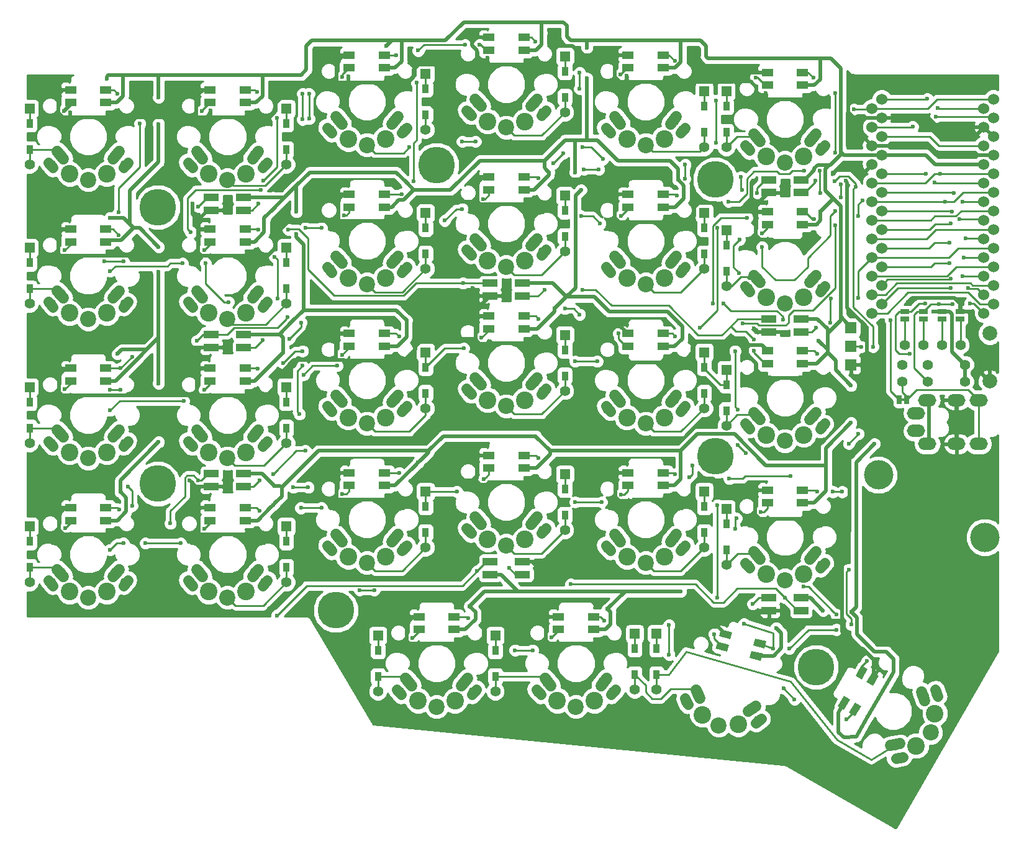
<source format=gbr>
G04 #@! TF.GenerationSoftware,KiCad,Pcbnew,(5.0.0-3-g5ebb6b6)*
G04 #@! TF.CreationDate,2018-11-12T21:10:46+01:00*
G04 #@! TF.ProjectId,corne-classic,636F726E652D636C61737369632E6B69,1.1*
G04 #@! TF.SameCoordinates,Original*
G04 #@! TF.FileFunction,Copper,L1,Top,Signal*
G04 #@! TF.FilePolarity,Positive*
%FSLAX46Y46*%
G04 Gerber Fmt 4.6, Leading zero omitted, Abs format (unit mm)*
G04 Created by KiCad (PCBNEW (5.0.0-3-g5ebb6b6)) date 2018 November 12, Monday 21:10:46*
%MOMM*%
%LPD*%
G01*
G04 APERTURE LIST*
G04 #@! TA.AperFunction,ComponentPad*
%ADD10C,1.450000*%
G04 #@! TD*
G04 #@! TA.AperFunction,Conductor*
%ADD11C,1.450000*%
G04 #@! TD*
G04 #@! TA.AperFunction,ComponentPad*
%ADD12C,2.200000*%
G04 #@! TD*
G04 #@! TA.AperFunction,ComponentPad*
%ADD13C,2.400000*%
G04 #@! TD*
G04 #@! TA.AperFunction,ComponentPad*
%ADD14C,1.550000*%
G04 #@! TD*
G04 #@! TA.AperFunction,Conductor*
%ADD15C,1.550000*%
G04 #@! TD*
G04 #@! TA.AperFunction,ComponentPad*
%ADD16C,4.000000*%
G04 #@! TD*
G04 #@! TA.AperFunction,ComponentPad*
%ADD17C,5.000000*%
G04 #@! TD*
G04 #@! TA.AperFunction,SMDPad,CuDef*
%ADD18R,0.950000X1.300000*%
G04 #@! TD*
G04 #@! TA.AperFunction,ComponentPad*
%ADD19R,1.397000X1.397000*%
G04 #@! TD*
G04 #@! TA.AperFunction,ComponentPad*
%ADD20C,1.397000*%
G04 #@! TD*
G04 #@! TA.AperFunction,ComponentPad*
%ADD21O,2.500000X1.700000*%
G04 #@! TD*
G04 #@! TA.AperFunction,SMDPad,CuDef*
%ADD22R,1.524000X1.524000*%
G04 #@! TD*
G04 #@! TA.AperFunction,SMDPad,CuDef*
%ADD23R,0.635000X1.143000*%
G04 #@! TD*
G04 #@! TA.AperFunction,SMDPad,CuDef*
%ADD24R,0.381000X0.381000*%
G04 #@! TD*
G04 #@! TA.AperFunction,SMDPad,CuDef*
%ADD25R,1.143000X0.635000*%
G04 #@! TD*
G04 #@! TA.AperFunction,SMDPad,CuDef*
%ADD26R,2.000000X1.000000*%
G04 #@! TD*
G04 #@! TA.AperFunction,SMDPad,CuDef*
%ADD27R,1.600000X1.000000*%
G04 #@! TD*
G04 #@! TA.AperFunction,SMDPad,CuDef*
%ADD28C,1.000000*%
G04 #@! TD*
G04 #@! TA.AperFunction,Conductor*
%ADD29C,0.100000*%
G04 #@! TD*
G04 #@! TA.AperFunction,ComponentPad*
%ADD30C,2.000000*%
G04 #@! TD*
G04 #@! TA.AperFunction,ComponentPad*
%ADD31C,1.524000*%
G04 #@! TD*
G04 #@! TA.AperFunction,ViaPad*
%ADD32C,0.600000*%
G04 #@! TD*
G04 #@! TA.AperFunction,Conductor*
%ADD33C,0.250000*%
G04 #@! TD*
G04 #@! TA.AperFunction,Conductor*
%ADD34C,0.500000*%
G04 #@! TD*
G04 #@! TA.AperFunction,Conductor*
%ADD35C,0.254000*%
G04 #@! TD*
G04 APERTURE END LIST*
D10*
G04 #@! TO.P,SW28,1*
G04 #@! TO.N,col5*
X180577499Y-142866730D03*
D11*
G04 #@! TD*
G04 #@! TO.N,col5*
G04 #@! TO.C,SW28*
X181045283Y-142784247D02*
X180109715Y-142949213D01*
D10*
G04 #@! TO.P,SW28,1*
G04 #@! TO.N,col5*
X185677499Y-134033270D03*
D11*
G04 #@! TD*
G04 #@! TO.N,col5*
G04 #@! TO.C,SW28*
X185515039Y-133586916D02*
X185839959Y-134479624D01*
D12*
G04 #@! TO.P,SW28,2*
G04 #@! TO.N,Net-(D28-Pad2)*
X184859550Y-139450000D03*
D13*
X182879409Y-141239705D03*
D14*
G04 #@! TO.P,SW28,1*
G04 #@! TO.N,col5*
X183854705Y-134470443D03*
D15*
G04 #@! TD*
G04 #@! TO.N,col5*
G04 #@! TO.C,SW28*
X183640942Y-133883135D02*
X184068468Y-135057751D01*
D13*
G04 #@! TO.P,SW28,1*
G04 #@! TO.N,col5*
X185419409Y-136840295D03*
D14*
G04 #@! TO.P,SW28,2*
G04 #@! TO.N,Net-(D28-Pad2)*
X180044705Y-141069557D03*
D15*
G04 #@! TD*
G04 #@! TO.N,Net-(D28-Pad2)*
G04 #@! TO.C,SW28*
X180660210Y-140961027D02*
X179429200Y-141178087D01*
D10*
G04 #@! TO.P,SW21,1*
G04 #@! TO.N,col2*
X102900000Y-114275000D03*
D11*
G04 #@! TD*
G04 #@! TO.N,col2*
G04 #@! TO.C,SW21*
X103205324Y-114638871D02*
X102594676Y-113911129D01*
D10*
G04 #@! TO.P,SW21,1*
G04 #@! TO.N,col2*
X113100000Y-114275000D03*
D11*
G04 #@! TD*
G04 #@! TO.N,col2*
G04 #@! TO.C,SW21*
X113405324Y-113911129D02*
X112794676Y-114638871D01*
D12*
G04 #@! TO.P,SW21,2*
G04 #@! TO.N,Net-(D21-Pad2)*
X108000000Y-116275000D03*
D13*
X105460000Y-115455000D03*
D14*
G04 #@! TO.P,SW21,1*
G04 #@! TO.N,col2*
X111810000Y-112915000D03*
D15*
G04 #@! TD*
G04 #@! TO.N,col2*
G04 #@! TO.C,SW21*
X112211742Y-112436222D02*
X111408258Y-113393778D01*
D13*
G04 #@! TO.P,SW21,1*
G04 #@! TO.N,col2*
X110540000Y-115455000D03*
D14*
G04 #@! TO.P,SW21,2*
G04 #@! TO.N,Net-(D21-Pad2)*
X104190000Y-112915000D03*
D15*
G04 #@! TD*
G04 #@! TO.N,Net-(D21-Pad2)*
G04 #@! TO.C,SW21*
X104591742Y-113393778D02*
X103788258Y-112436222D01*
D10*
G04 #@! TO.P,SW1,1*
G04 #@! TO.N,col0*
X64900000Y-62025000D03*
D11*
G04 #@! TD*
G04 #@! TO.N,col0*
G04 #@! TO.C,SW1*
X65205324Y-62388871D02*
X64594676Y-61661129D01*
D10*
G04 #@! TO.P,SW1,1*
G04 #@! TO.N,col0*
X75100000Y-62025000D03*
D11*
G04 #@! TD*
G04 #@! TO.N,col0*
G04 #@! TO.C,SW1*
X75405324Y-61661129D02*
X74794676Y-62388871D01*
D12*
G04 #@! TO.P,SW1,2*
G04 #@! TO.N,Net-(D1-Pad2)*
X70000000Y-64025000D03*
D13*
X67460000Y-63205000D03*
D14*
G04 #@! TO.P,SW1,1*
G04 #@! TO.N,col0*
X73810000Y-60665000D03*
D15*
G04 #@! TD*
G04 #@! TO.N,col0*
G04 #@! TO.C,SW1*
X74211742Y-60186222D02*
X73408258Y-61143778D01*
D13*
G04 #@! TO.P,SW1,1*
G04 #@! TO.N,col0*
X72540000Y-63205000D03*
D14*
G04 #@! TO.P,SW1,2*
G04 #@! TO.N,Net-(D1-Pad2)*
X66190000Y-60665000D03*
D15*
G04 #@! TD*
G04 #@! TO.N,Net-(D1-Pad2)*
G04 #@! TO.C,SW1*
X66591742Y-61143778D02*
X65788258Y-60186222D01*
D10*
G04 #@! TO.P,SW2,1*
G04 #@! TO.N,col1*
X83900000Y-62025000D03*
D11*
G04 #@! TD*
G04 #@! TO.N,col1*
G04 #@! TO.C,SW2*
X84205324Y-62388871D02*
X83594676Y-61661129D01*
D10*
G04 #@! TO.P,SW2,1*
G04 #@! TO.N,col1*
X94100000Y-62025000D03*
D11*
G04 #@! TD*
G04 #@! TO.N,col1*
G04 #@! TO.C,SW2*
X94405324Y-61661129D02*
X93794676Y-62388871D01*
D12*
G04 #@! TO.P,SW2,2*
G04 #@! TO.N,Net-(D2-Pad2)*
X89000000Y-64025000D03*
D13*
X86460000Y-63205000D03*
D14*
G04 #@! TO.P,SW2,1*
G04 #@! TO.N,col1*
X92810000Y-60665000D03*
D15*
G04 #@! TD*
G04 #@! TO.N,col1*
G04 #@! TO.C,SW2*
X93211742Y-60186222D02*
X92408258Y-61143778D01*
D13*
G04 #@! TO.P,SW2,1*
G04 #@! TO.N,col1*
X91540000Y-63205000D03*
D14*
G04 #@! TO.P,SW2,2*
G04 #@! TO.N,Net-(D2-Pad2)*
X85190000Y-60665000D03*
D15*
G04 #@! TD*
G04 #@! TO.N,Net-(D2-Pad2)*
G04 #@! TO.C,SW2*
X85591742Y-61143778D02*
X84788258Y-60186222D01*
D10*
G04 #@! TO.P,SW3,1*
G04 #@! TO.N,col2*
X102900000Y-57275000D03*
D11*
G04 #@! TD*
G04 #@! TO.N,col2*
G04 #@! TO.C,SW3*
X103205324Y-57638871D02*
X102594676Y-56911129D01*
D10*
G04 #@! TO.P,SW3,1*
G04 #@! TO.N,col2*
X113100000Y-57275000D03*
D11*
G04 #@! TD*
G04 #@! TO.N,col2*
G04 #@! TO.C,SW3*
X113405324Y-56911129D02*
X112794676Y-57638871D01*
D12*
G04 #@! TO.P,SW3,2*
G04 #@! TO.N,Net-(D3-Pad2)*
X108000000Y-59275000D03*
D13*
X105460000Y-58455000D03*
D14*
G04 #@! TO.P,SW3,1*
G04 #@! TO.N,col2*
X111810000Y-55915000D03*
D15*
G04 #@! TD*
G04 #@! TO.N,col2*
G04 #@! TO.C,SW3*
X112211742Y-55436222D02*
X111408258Y-56393778D01*
D13*
G04 #@! TO.P,SW3,1*
G04 #@! TO.N,col2*
X110540000Y-58455000D03*
D14*
G04 #@! TO.P,SW3,2*
G04 #@! TO.N,Net-(D3-Pad2)*
X104190000Y-55915000D03*
D15*
G04 #@! TD*
G04 #@! TO.N,Net-(D3-Pad2)*
G04 #@! TO.C,SW3*
X104591742Y-56393778D02*
X103788258Y-55436222D01*
D10*
G04 #@! TO.P,SW4,1*
G04 #@! TO.N,col3*
X121900000Y-54900000D03*
D11*
G04 #@! TD*
G04 #@! TO.N,col3*
G04 #@! TO.C,SW4*
X122205324Y-55263871D02*
X121594676Y-54536129D01*
D10*
G04 #@! TO.P,SW4,1*
G04 #@! TO.N,col3*
X132100000Y-54900000D03*
D11*
G04 #@! TD*
G04 #@! TO.N,col3*
G04 #@! TO.C,SW4*
X132405324Y-54536129D02*
X131794676Y-55263871D01*
D12*
G04 #@! TO.P,SW4,2*
G04 #@! TO.N,Net-(D4-Pad2)*
X127000000Y-56900000D03*
D13*
X124460000Y-56080000D03*
D14*
G04 #@! TO.P,SW4,1*
G04 #@! TO.N,col3*
X130810000Y-53540000D03*
D15*
G04 #@! TD*
G04 #@! TO.N,col3*
G04 #@! TO.C,SW4*
X131211742Y-53061222D02*
X130408258Y-54018778D01*
D13*
G04 #@! TO.P,SW4,1*
G04 #@! TO.N,col3*
X129540000Y-56080000D03*
D14*
G04 #@! TO.P,SW4,2*
G04 #@! TO.N,Net-(D4-Pad2)*
X123190000Y-53540000D03*
D15*
G04 #@! TD*
G04 #@! TO.N,Net-(D4-Pad2)*
G04 #@! TO.C,SW4*
X123591742Y-54018778D02*
X122788258Y-53061222D01*
D10*
G04 #@! TO.P,SW5,1*
G04 #@! TO.N,col4*
X140900000Y-57275000D03*
D11*
G04 #@! TD*
G04 #@! TO.N,col4*
G04 #@! TO.C,SW5*
X141205324Y-57638871D02*
X140594676Y-56911129D01*
D10*
G04 #@! TO.P,SW5,1*
G04 #@! TO.N,col4*
X151100000Y-57275000D03*
D11*
G04 #@! TD*
G04 #@! TO.N,col4*
G04 #@! TO.C,SW5*
X151405324Y-56911129D02*
X150794676Y-57638871D01*
D12*
G04 #@! TO.P,SW5,2*
G04 #@! TO.N,Net-(D5-Pad2)*
X146000000Y-59275000D03*
D13*
X143460000Y-58455000D03*
D14*
G04 #@! TO.P,SW5,1*
G04 #@! TO.N,col4*
X149810000Y-55915000D03*
D15*
G04 #@! TD*
G04 #@! TO.N,col4*
G04 #@! TO.C,SW5*
X150211742Y-55436222D02*
X149408258Y-56393778D01*
D13*
G04 #@! TO.P,SW5,1*
G04 #@! TO.N,col4*
X148540000Y-58455000D03*
D14*
G04 #@! TO.P,SW5,2*
G04 #@! TO.N,Net-(D5-Pad2)*
X142190000Y-55915000D03*
D15*
G04 #@! TD*
G04 #@! TO.N,Net-(D5-Pad2)*
G04 #@! TO.C,SW5*
X142591742Y-56393778D02*
X141788258Y-55436222D01*
D10*
G04 #@! TO.P,SW6,1*
G04 #@! TO.N,col5*
X159900000Y-59650000D03*
D11*
G04 #@! TD*
G04 #@! TO.N,col5*
G04 #@! TO.C,SW6*
X160205324Y-60013871D02*
X159594676Y-59286129D01*
D10*
G04 #@! TO.P,SW6,1*
G04 #@! TO.N,col5*
X170100000Y-59650000D03*
D11*
G04 #@! TD*
G04 #@! TO.N,col5*
G04 #@! TO.C,SW6*
X170405324Y-59286129D02*
X169794676Y-60013871D01*
D12*
G04 #@! TO.P,SW6,2*
G04 #@! TO.N,Net-(D6-Pad2)*
X165000000Y-61650000D03*
D13*
X162460000Y-60830000D03*
D14*
G04 #@! TO.P,SW6,1*
G04 #@! TO.N,col5*
X168810000Y-58290000D03*
D15*
G04 #@! TD*
G04 #@! TO.N,col5*
G04 #@! TO.C,SW6*
X169211742Y-57811222D02*
X168408258Y-58768778D01*
D13*
G04 #@! TO.P,SW6,1*
G04 #@! TO.N,col5*
X167540000Y-60830000D03*
D14*
G04 #@! TO.P,SW6,2*
G04 #@! TO.N,Net-(D6-Pad2)*
X161190000Y-58290000D03*
D15*
G04 #@! TD*
G04 #@! TO.N,Net-(D6-Pad2)*
G04 #@! TO.C,SW6*
X161591742Y-58768778D02*
X160788258Y-57811222D01*
D10*
G04 #@! TO.P,SW7,1*
G04 #@! TO.N,col0*
X64900000Y-81025000D03*
D11*
G04 #@! TD*
G04 #@! TO.N,col0*
G04 #@! TO.C,SW7*
X65205324Y-81388871D02*
X64594676Y-80661129D01*
D10*
G04 #@! TO.P,SW7,1*
G04 #@! TO.N,col0*
X75100000Y-81025000D03*
D11*
G04 #@! TD*
G04 #@! TO.N,col0*
G04 #@! TO.C,SW7*
X75405324Y-80661129D02*
X74794676Y-81388871D01*
D12*
G04 #@! TO.P,SW7,2*
G04 #@! TO.N,Net-(D7-Pad2)*
X70000000Y-83025000D03*
D13*
X67460000Y-82205000D03*
D14*
G04 #@! TO.P,SW7,1*
G04 #@! TO.N,col0*
X73810000Y-79665000D03*
D15*
G04 #@! TD*
G04 #@! TO.N,col0*
G04 #@! TO.C,SW7*
X74211742Y-79186222D02*
X73408258Y-80143778D01*
D13*
G04 #@! TO.P,SW7,1*
G04 #@! TO.N,col0*
X72540000Y-82205000D03*
D14*
G04 #@! TO.P,SW7,2*
G04 #@! TO.N,Net-(D7-Pad2)*
X66190000Y-79665000D03*
D15*
G04 #@! TD*
G04 #@! TO.N,Net-(D7-Pad2)*
G04 #@! TO.C,SW7*
X66591742Y-80143778D02*
X65788258Y-79186222D01*
D10*
G04 #@! TO.P,SW8,1*
G04 #@! TO.N,col1*
X83900000Y-81025000D03*
D11*
G04 #@! TD*
G04 #@! TO.N,col1*
G04 #@! TO.C,SW8*
X84205324Y-81388871D02*
X83594676Y-80661129D01*
D10*
G04 #@! TO.P,SW8,1*
G04 #@! TO.N,col1*
X94100000Y-81025000D03*
D11*
G04 #@! TD*
G04 #@! TO.N,col1*
G04 #@! TO.C,SW8*
X94405324Y-80661129D02*
X93794676Y-81388871D01*
D12*
G04 #@! TO.P,SW8,2*
G04 #@! TO.N,Net-(D8-Pad2)*
X89000000Y-83025000D03*
D13*
X86460000Y-82205000D03*
D14*
G04 #@! TO.P,SW8,1*
G04 #@! TO.N,col1*
X92810000Y-79665000D03*
D15*
G04 #@! TD*
G04 #@! TO.N,col1*
G04 #@! TO.C,SW8*
X93211742Y-79186222D02*
X92408258Y-80143778D01*
D13*
G04 #@! TO.P,SW8,1*
G04 #@! TO.N,col1*
X91540000Y-82205000D03*
D14*
G04 #@! TO.P,SW8,2*
G04 #@! TO.N,Net-(D8-Pad2)*
X85190000Y-79665000D03*
D15*
G04 #@! TD*
G04 #@! TO.N,Net-(D8-Pad2)*
G04 #@! TO.C,SW8*
X85591742Y-80143778D02*
X84788258Y-79186222D01*
D10*
G04 #@! TO.P,SW9,1*
G04 #@! TO.N,col2*
X102900000Y-76275000D03*
D11*
G04 #@! TD*
G04 #@! TO.N,col2*
G04 #@! TO.C,SW9*
X103205324Y-76638871D02*
X102594676Y-75911129D01*
D10*
G04 #@! TO.P,SW9,1*
G04 #@! TO.N,col2*
X113100000Y-76275000D03*
D11*
G04 #@! TD*
G04 #@! TO.N,col2*
G04 #@! TO.C,SW9*
X113405324Y-75911129D02*
X112794676Y-76638871D01*
D12*
G04 #@! TO.P,SW9,2*
G04 #@! TO.N,Net-(D9-Pad2)*
X108000000Y-78275000D03*
D13*
X105460000Y-77455000D03*
D14*
G04 #@! TO.P,SW9,1*
G04 #@! TO.N,col2*
X111810000Y-74915000D03*
D15*
G04 #@! TD*
G04 #@! TO.N,col2*
G04 #@! TO.C,SW9*
X112211742Y-74436222D02*
X111408258Y-75393778D01*
D13*
G04 #@! TO.P,SW9,1*
G04 #@! TO.N,col2*
X110540000Y-77455000D03*
D14*
G04 #@! TO.P,SW9,2*
G04 #@! TO.N,Net-(D9-Pad2)*
X104190000Y-74915000D03*
D15*
G04 #@! TD*
G04 #@! TO.N,Net-(D9-Pad2)*
G04 #@! TO.C,SW9*
X104591742Y-75393778D02*
X103788258Y-74436222D01*
D10*
G04 #@! TO.P,SW10,1*
G04 #@! TO.N,col3*
X121900000Y-73900000D03*
D11*
G04 #@! TD*
G04 #@! TO.N,col3*
G04 #@! TO.C,SW10*
X122205324Y-74263871D02*
X121594676Y-73536129D01*
D10*
G04 #@! TO.P,SW10,1*
G04 #@! TO.N,col3*
X132100000Y-73900000D03*
D11*
G04 #@! TD*
G04 #@! TO.N,col3*
G04 #@! TO.C,SW10*
X132405324Y-73536129D02*
X131794676Y-74263871D01*
D12*
G04 #@! TO.P,SW10,2*
G04 #@! TO.N,Net-(D10-Pad2)*
X127000000Y-75900000D03*
D13*
X124460000Y-75080000D03*
D14*
G04 #@! TO.P,SW10,1*
G04 #@! TO.N,col3*
X130810000Y-72540000D03*
D15*
G04 #@! TD*
G04 #@! TO.N,col3*
G04 #@! TO.C,SW10*
X131211742Y-72061222D02*
X130408258Y-73018778D01*
D13*
G04 #@! TO.P,SW10,1*
G04 #@! TO.N,col3*
X129540000Y-75080000D03*
D14*
G04 #@! TO.P,SW10,2*
G04 #@! TO.N,Net-(D10-Pad2)*
X123190000Y-72540000D03*
D15*
G04 #@! TD*
G04 #@! TO.N,Net-(D10-Pad2)*
G04 #@! TO.C,SW10*
X123591742Y-73018778D02*
X122788258Y-72061222D01*
D10*
G04 #@! TO.P,SW11,1*
G04 #@! TO.N,col4*
X140900000Y-76275000D03*
D11*
G04 #@! TD*
G04 #@! TO.N,col4*
G04 #@! TO.C,SW11*
X141205324Y-76638871D02*
X140594676Y-75911129D01*
D10*
G04 #@! TO.P,SW11,1*
G04 #@! TO.N,col4*
X151100000Y-76275000D03*
D11*
G04 #@! TD*
G04 #@! TO.N,col4*
G04 #@! TO.C,SW11*
X151405324Y-75911129D02*
X150794676Y-76638871D01*
D12*
G04 #@! TO.P,SW11,2*
G04 #@! TO.N,Net-(D11-Pad2)*
X146000000Y-78275000D03*
D13*
X143460000Y-77455000D03*
D14*
G04 #@! TO.P,SW11,1*
G04 #@! TO.N,col4*
X149810000Y-74915000D03*
D15*
G04 #@! TD*
G04 #@! TO.N,col4*
G04 #@! TO.C,SW11*
X150211742Y-74436222D02*
X149408258Y-75393778D01*
D13*
G04 #@! TO.P,SW11,1*
G04 #@! TO.N,col4*
X148540000Y-77455000D03*
D14*
G04 #@! TO.P,SW11,2*
G04 #@! TO.N,Net-(D11-Pad2)*
X142190000Y-74915000D03*
D15*
G04 #@! TD*
G04 #@! TO.N,Net-(D11-Pad2)*
G04 #@! TO.C,SW11*
X142591742Y-75393778D02*
X141788258Y-74436222D01*
D10*
G04 #@! TO.P,SW12,1*
G04 #@! TO.N,col5*
X159900000Y-78900000D03*
D11*
G04 #@! TD*
G04 #@! TO.N,col5*
G04 #@! TO.C,SW12*
X160205324Y-79263871D02*
X159594676Y-78536129D01*
D10*
G04 #@! TO.P,SW12,1*
G04 #@! TO.N,col5*
X170100000Y-78900000D03*
D11*
G04 #@! TD*
G04 #@! TO.N,col5*
G04 #@! TO.C,SW12*
X170405324Y-78536129D02*
X169794676Y-79263871D01*
D12*
G04 #@! TO.P,SW12,2*
G04 #@! TO.N,Net-(D12-Pad2)*
X165000000Y-80900000D03*
D13*
X162460000Y-80080000D03*
D14*
G04 #@! TO.P,SW12,1*
G04 #@! TO.N,col5*
X168810000Y-77540000D03*
D15*
G04 #@! TD*
G04 #@! TO.N,col5*
G04 #@! TO.C,SW12*
X169211742Y-77061222D02*
X168408258Y-78018778D01*
D13*
G04 #@! TO.P,SW12,1*
G04 #@! TO.N,col5*
X167540000Y-80080000D03*
D14*
G04 #@! TO.P,SW12,2*
G04 #@! TO.N,Net-(D12-Pad2)*
X161190000Y-77540000D03*
D15*
G04 #@! TD*
G04 #@! TO.N,Net-(D12-Pad2)*
G04 #@! TO.C,SW12*
X161591742Y-78018778D02*
X160788258Y-77061222D01*
D10*
G04 #@! TO.P,SW13,1*
G04 #@! TO.N,col0*
X64900000Y-100025000D03*
D11*
G04 #@! TD*
G04 #@! TO.N,col0*
G04 #@! TO.C,SW13*
X65205324Y-100388871D02*
X64594676Y-99661129D01*
D10*
G04 #@! TO.P,SW13,1*
G04 #@! TO.N,col0*
X75100000Y-100025000D03*
D11*
G04 #@! TD*
G04 #@! TO.N,col0*
G04 #@! TO.C,SW13*
X75405324Y-99661129D02*
X74794676Y-100388871D01*
D12*
G04 #@! TO.P,SW13,2*
G04 #@! TO.N,Net-(D13-Pad2)*
X70000000Y-102025000D03*
D13*
X67460000Y-101205000D03*
D14*
G04 #@! TO.P,SW13,1*
G04 #@! TO.N,col0*
X73810000Y-98665000D03*
D15*
G04 #@! TD*
G04 #@! TO.N,col0*
G04 #@! TO.C,SW13*
X74211742Y-98186222D02*
X73408258Y-99143778D01*
D13*
G04 #@! TO.P,SW13,1*
G04 #@! TO.N,col0*
X72540000Y-101205000D03*
D14*
G04 #@! TO.P,SW13,2*
G04 #@! TO.N,Net-(D13-Pad2)*
X66190000Y-98665000D03*
D15*
G04 #@! TD*
G04 #@! TO.N,Net-(D13-Pad2)*
G04 #@! TO.C,SW13*
X66591742Y-99143778D02*
X65788258Y-98186222D01*
D10*
G04 #@! TO.P,SW14,1*
G04 #@! TO.N,col1*
X83900000Y-100025000D03*
D11*
G04 #@! TD*
G04 #@! TO.N,col1*
G04 #@! TO.C,SW14*
X84205324Y-100388871D02*
X83594676Y-99661129D01*
D10*
G04 #@! TO.P,SW14,1*
G04 #@! TO.N,col1*
X94100000Y-100025000D03*
D11*
G04 #@! TD*
G04 #@! TO.N,col1*
G04 #@! TO.C,SW14*
X94405324Y-99661129D02*
X93794676Y-100388871D01*
D12*
G04 #@! TO.P,SW14,2*
G04 #@! TO.N,Net-(D14-Pad2)*
X89000000Y-102025000D03*
D13*
X86460000Y-101205000D03*
D14*
G04 #@! TO.P,SW14,1*
G04 #@! TO.N,col1*
X92810000Y-98665000D03*
D15*
G04 #@! TD*
G04 #@! TO.N,col1*
G04 #@! TO.C,SW14*
X93211742Y-98186222D02*
X92408258Y-99143778D01*
D13*
G04 #@! TO.P,SW14,1*
G04 #@! TO.N,col1*
X91540000Y-101205000D03*
D14*
G04 #@! TO.P,SW14,2*
G04 #@! TO.N,Net-(D14-Pad2)*
X85190000Y-98665000D03*
D15*
G04 #@! TD*
G04 #@! TO.N,Net-(D14-Pad2)*
G04 #@! TO.C,SW14*
X85591742Y-99143778D02*
X84788258Y-98186222D01*
D10*
G04 #@! TO.P,SW15,1*
G04 #@! TO.N,col2*
X102900000Y-95275000D03*
D11*
G04 #@! TD*
G04 #@! TO.N,col2*
G04 #@! TO.C,SW15*
X103205324Y-95638871D02*
X102594676Y-94911129D01*
D10*
G04 #@! TO.P,SW15,1*
G04 #@! TO.N,col2*
X113100000Y-95275000D03*
D11*
G04 #@! TD*
G04 #@! TO.N,col2*
G04 #@! TO.C,SW15*
X113405324Y-94911129D02*
X112794676Y-95638871D01*
D12*
G04 #@! TO.P,SW15,2*
G04 #@! TO.N,Net-(D15-Pad2)*
X108000000Y-97275000D03*
D13*
X105460000Y-96455000D03*
D14*
G04 #@! TO.P,SW15,1*
G04 #@! TO.N,col2*
X111810000Y-93915000D03*
D15*
G04 #@! TD*
G04 #@! TO.N,col2*
G04 #@! TO.C,SW15*
X112211742Y-93436222D02*
X111408258Y-94393778D01*
D13*
G04 #@! TO.P,SW15,1*
G04 #@! TO.N,col2*
X110540000Y-96455000D03*
D14*
G04 #@! TO.P,SW15,2*
G04 #@! TO.N,Net-(D15-Pad2)*
X104190000Y-93915000D03*
D15*
G04 #@! TD*
G04 #@! TO.N,Net-(D15-Pad2)*
G04 #@! TO.C,SW15*
X104591742Y-94393778D02*
X103788258Y-93436222D01*
D10*
G04 #@! TO.P,SW16,1*
G04 #@! TO.N,col3*
X121900000Y-92900000D03*
D11*
G04 #@! TD*
G04 #@! TO.N,col3*
G04 #@! TO.C,SW16*
X122205324Y-93263871D02*
X121594676Y-92536129D01*
D10*
G04 #@! TO.P,SW16,1*
G04 #@! TO.N,col3*
X132100000Y-92900000D03*
D11*
G04 #@! TD*
G04 #@! TO.N,col3*
G04 #@! TO.C,SW16*
X132405324Y-92536129D02*
X131794676Y-93263871D01*
D12*
G04 #@! TO.P,SW16,2*
G04 #@! TO.N,Net-(D16-Pad2)*
X127000000Y-94900000D03*
D13*
X124460000Y-94080000D03*
D14*
G04 #@! TO.P,SW16,1*
G04 #@! TO.N,col3*
X130810000Y-91540000D03*
D15*
G04 #@! TD*
G04 #@! TO.N,col3*
G04 #@! TO.C,SW16*
X131211742Y-91061222D02*
X130408258Y-92018778D01*
D13*
G04 #@! TO.P,SW16,1*
G04 #@! TO.N,col3*
X129540000Y-94080000D03*
D14*
G04 #@! TO.P,SW16,2*
G04 #@! TO.N,Net-(D16-Pad2)*
X123190000Y-91540000D03*
D15*
G04 #@! TD*
G04 #@! TO.N,Net-(D16-Pad2)*
G04 #@! TO.C,SW16*
X123591742Y-92018778D02*
X122788258Y-91061222D01*
D10*
G04 #@! TO.P,SW17,1*
G04 #@! TO.N,col4*
X140900000Y-95275000D03*
D11*
G04 #@! TD*
G04 #@! TO.N,col4*
G04 #@! TO.C,SW17*
X141205324Y-95638871D02*
X140594676Y-94911129D01*
D10*
G04 #@! TO.P,SW17,1*
G04 #@! TO.N,col4*
X151100000Y-95275000D03*
D11*
G04 #@! TD*
G04 #@! TO.N,col4*
G04 #@! TO.C,SW17*
X151405324Y-94911129D02*
X150794676Y-95638871D01*
D12*
G04 #@! TO.P,SW17,2*
G04 #@! TO.N,Net-(D17-Pad2)*
X146000000Y-97275000D03*
D13*
X143460000Y-96455000D03*
D14*
G04 #@! TO.P,SW17,1*
G04 #@! TO.N,col4*
X149810000Y-93915000D03*
D15*
G04 #@! TD*
G04 #@! TO.N,col4*
G04 #@! TO.C,SW17*
X150211742Y-93436222D02*
X149408258Y-94393778D01*
D13*
G04 #@! TO.P,SW17,1*
G04 #@! TO.N,col4*
X148540000Y-96455000D03*
D14*
G04 #@! TO.P,SW17,2*
G04 #@! TO.N,Net-(D17-Pad2)*
X142190000Y-93915000D03*
D15*
G04 #@! TD*
G04 #@! TO.N,Net-(D17-Pad2)*
G04 #@! TO.C,SW17*
X142591742Y-94393778D02*
X141788258Y-93436222D01*
D10*
G04 #@! TO.P,SW18,1*
G04 #@! TO.N,col5*
X159900000Y-97650000D03*
D11*
G04 #@! TD*
G04 #@! TO.N,col5*
G04 #@! TO.C,SW18*
X160205324Y-98013871D02*
X159594676Y-97286129D01*
D10*
G04 #@! TO.P,SW18,1*
G04 #@! TO.N,col5*
X170100000Y-97650000D03*
D11*
G04 #@! TD*
G04 #@! TO.N,col5*
G04 #@! TO.C,SW18*
X170405324Y-97286129D02*
X169794676Y-98013871D01*
D12*
G04 #@! TO.P,SW18,2*
G04 #@! TO.N,Net-(D18-Pad2)*
X165000000Y-99650000D03*
D13*
X162460000Y-98830000D03*
D14*
G04 #@! TO.P,SW18,1*
G04 #@! TO.N,col5*
X168810000Y-96290000D03*
D15*
G04 #@! TD*
G04 #@! TO.N,col5*
G04 #@! TO.C,SW18*
X169211742Y-95811222D02*
X168408258Y-96768778D01*
D13*
G04 #@! TO.P,SW18,1*
G04 #@! TO.N,col5*
X167540000Y-98830000D03*
D14*
G04 #@! TO.P,SW18,2*
G04 #@! TO.N,Net-(D18-Pad2)*
X161190000Y-96290000D03*
D15*
G04 #@! TD*
G04 #@! TO.N,Net-(D18-Pad2)*
G04 #@! TO.C,SW18*
X161591742Y-96768778D02*
X160788258Y-95811222D01*
D10*
G04 #@! TO.P,SW19,1*
G04 #@! TO.N,col0*
X64900000Y-119025000D03*
D11*
G04 #@! TD*
G04 #@! TO.N,col0*
G04 #@! TO.C,SW19*
X65205324Y-119388871D02*
X64594676Y-118661129D01*
D10*
G04 #@! TO.P,SW19,1*
G04 #@! TO.N,col0*
X75100000Y-119025000D03*
D11*
G04 #@! TD*
G04 #@! TO.N,col0*
G04 #@! TO.C,SW19*
X75405324Y-118661129D02*
X74794676Y-119388871D01*
D12*
G04 #@! TO.P,SW19,2*
G04 #@! TO.N,Net-(D19-Pad2)*
X70000000Y-121025000D03*
D13*
X67460000Y-120205000D03*
D14*
G04 #@! TO.P,SW19,1*
G04 #@! TO.N,col0*
X73810000Y-117665000D03*
D15*
G04 #@! TD*
G04 #@! TO.N,col0*
G04 #@! TO.C,SW19*
X74211742Y-117186222D02*
X73408258Y-118143778D01*
D13*
G04 #@! TO.P,SW19,1*
G04 #@! TO.N,col0*
X72540000Y-120205000D03*
D14*
G04 #@! TO.P,SW19,2*
G04 #@! TO.N,Net-(D19-Pad2)*
X66190000Y-117665000D03*
D15*
G04 #@! TD*
G04 #@! TO.N,Net-(D19-Pad2)*
G04 #@! TO.C,SW19*
X66591742Y-118143778D02*
X65788258Y-117186222D01*
D10*
G04 #@! TO.P,SW20,1*
G04 #@! TO.N,col1*
X83900000Y-119025000D03*
D11*
G04 #@! TD*
G04 #@! TO.N,col1*
G04 #@! TO.C,SW20*
X84205324Y-119388871D02*
X83594676Y-118661129D01*
D10*
G04 #@! TO.P,SW20,1*
G04 #@! TO.N,col1*
X94100000Y-119025000D03*
D11*
G04 #@! TD*
G04 #@! TO.N,col1*
G04 #@! TO.C,SW20*
X94405324Y-118661129D02*
X93794676Y-119388871D01*
D12*
G04 #@! TO.P,SW20,2*
G04 #@! TO.N,Net-(D20-Pad2)*
X89000000Y-121025000D03*
D13*
X86460000Y-120205000D03*
D14*
G04 #@! TO.P,SW20,1*
G04 #@! TO.N,col1*
X92810000Y-117665000D03*
D15*
G04 #@! TD*
G04 #@! TO.N,col1*
G04 #@! TO.C,SW20*
X93211742Y-117186222D02*
X92408258Y-118143778D01*
D13*
G04 #@! TO.P,SW20,1*
G04 #@! TO.N,col1*
X91540000Y-120205000D03*
D14*
G04 #@! TO.P,SW20,2*
G04 #@! TO.N,Net-(D20-Pad2)*
X85190000Y-117665000D03*
D15*
G04 #@! TD*
G04 #@! TO.N,Net-(D20-Pad2)*
G04 #@! TO.C,SW20*
X85591742Y-118143778D02*
X84788258Y-117186222D01*
D10*
G04 #@! TO.P,SW22,1*
G04 #@! TO.N,col3*
X121900000Y-111900000D03*
D11*
G04 #@! TD*
G04 #@! TO.N,col3*
G04 #@! TO.C,SW22*
X122205324Y-112263871D02*
X121594676Y-111536129D01*
D10*
G04 #@! TO.P,SW22,1*
G04 #@! TO.N,col3*
X132100000Y-111900000D03*
D11*
G04 #@! TD*
G04 #@! TO.N,col3*
G04 #@! TO.C,SW22*
X132405324Y-111536129D02*
X131794676Y-112263871D01*
D12*
G04 #@! TO.P,SW22,2*
G04 #@! TO.N,Net-(D22-Pad2)*
X127000000Y-113900000D03*
D13*
X124460000Y-113080000D03*
D14*
G04 #@! TO.P,SW22,1*
G04 #@! TO.N,col3*
X130810000Y-110540000D03*
D15*
G04 #@! TD*
G04 #@! TO.N,col3*
G04 #@! TO.C,SW22*
X131211742Y-110061222D02*
X130408258Y-111018778D01*
D13*
G04 #@! TO.P,SW22,1*
G04 #@! TO.N,col3*
X129540000Y-113080000D03*
D14*
G04 #@! TO.P,SW22,2*
G04 #@! TO.N,Net-(D22-Pad2)*
X123190000Y-110540000D03*
D15*
G04 #@! TD*
G04 #@! TO.N,Net-(D22-Pad2)*
G04 #@! TO.C,SW22*
X123591742Y-111018778D02*
X122788258Y-110061222D01*
D10*
G04 #@! TO.P,SW23,1*
G04 #@! TO.N,col4*
X140900000Y-114275000D03*
D11*
G04 #@! TD*
G04 #@! TO.N,col4*
G04 #@! TO.C,SW23*
X141205324Y-114638871D02*
X140594676Y-113911129D01*
D10*
G04 #@! TO.P,SW23,1*
G04 #@! TO.N,col4*
X151100000Y-114275000D03*
D11*
G04 #@! TD*
G04 #@! TO.N,col4*
G04 #@! TO.C,SW23*
X151405324Y-113911129D02*
X150794676Y-114638871D01*
D12*
G04 #@! TO.P,SW23,2*
G04 #@! TO.N,Net-(D23-Pad2)*
X146000000Y-116275000D03*
D13*
X143460000Y-115455000D03*
D14*
G04 #@! TO.P,SW23,1*
G04 #@! TO.N,col4*
X149810000Y-112915000D03*
D15*
G04 #@! TD*
G04 #@! TO.N,col4*
G04 #@! TO.C,SW23*
X150211742Y-112436222D02*
X149408258Y-113393778D01*
D13*
G04 #@! TO.P,SW23,1*
G04 #@! TO.N,col4*
X148540000Y-115455000D03*
D14*
G04 #@! TO.P,SW23,2*
G04 #@! TO.N,Net-(D23-Pad2)*
X142190000Y-112915000D03*
D15*
G04 #@! TD*
G04 #@! TO.N,Net-(D23-Pad2)*
G04 #@! TO.C,SW23*
X142591742Y-113393778D02*
X141788258Y-112436222D01*
D10*
G04 #@! TO.P,SW24,1*
G04 #@! TO.N,col5*
X159900000Y-116650000D03*
D11*
G04 #@! TD*
G04 #@! TO.N,col5*
G04 #@! TO.C,SW24*
X160205324Y-117013871D02*
X159594676Y-116286129D01*
D10*
G04 #@! TO.P,SW24,1*
G04 #@! TO.N,col5*
X170100000Y-116650000D03*
D11*
G04 #@! TD*
G04 #@! TO.N,col5*
G04 #@! TO.C,SW24*
X170405324Y-116286129D02*
X169794676Y-117013871D01*
D12*
G04 #@! TO.P,SW24,2*
G04 #@! TO.N,Net-(D24-Pad2)*
X165000000Y-118650000D03*
D13*
X162460000Y-117830000D03*
D14*
G04 #@! TO.P,SW24,1*
G04 #@! TO.N,col5*
X168810000Y-115290000D03*
D15*
G04 #@! TD*
G04 #@! TO.N,col5*
G04 #@! TO.C,SW24*
X169211742Y-114811222D02*
X168408258Y-115768778D01*
D13*
G04 #@! TO.P,SW24,1*
G04 #@! TO.N,col5*
X167540000Y-117830000D03*
D14*
G04 #@! TO.P,SW24,2*
G04 #@! TO.N,Net-(D24-Pad2)*
X161190000Y-115290000D03*
D15*
G04 #@! TD*
G04 #@! TO.N,Net-(D24-Pad2)*
G04 #@! TO.C,SW24*
X161591742Y-115768778D02*
X160788258Y-114811222D01*
D10*
G04 #@! TO.P,SW25,1*
G04 #@! TO.N,col2*
X112400000Y-133900000D03*
D11*
G04 #@! TD*
G04 #@! TO.N,col2*
G04 #@! TO.C,SW25*
X112705324Y-134263871D02*
X112094676Y-133536129D01*
D10*
G04 #@! TO.P,SW25,1*
G04 #@! TO.N,col2*
X122600000Y-133900000D03*
D11*
G04 #@! TD*
G04 #@! TO.N,col2*
G04 #@! TO.C,SW25*
X122905324Y-133536129D02*
X122294676Y-134263871D01*
D12*
G04 #@! TO.P,SW25,2*
G04 #@! TO.N,Net-(D25-Pad2)*
X117500000Y-135900000D03*
D13*
X114960000Y-135080000D03*
D14*
G04 #@! TO.P,SW25,1*
G04 #@! TO.N,col2*
X121310000Y-132540000D03*
D15*
G04 #@! TD*
G04 #@! TO.N,col2*
G04 #@! TO.C,SW25*
X121711742Y-132061222D02*
X120908258Y-133018778D01*
D13*
G04 #@! TO.P,SW25,1*
G04 #@! TO.N,col2*
X120040000Y-135080000D03*
D14*
G04 #@! TO.P,SW25,2*
G04 #@! TO.N,Net-(D25-Pad2)*
X113690000Y-132540000D03*
D15*
G04 #@! TD*
G04 #@! TO.N,Net-(D25-Pad2)*
G04 #@! TO.C,SW25*
X114091742Y-133018778D02*
X113288258Y-132061222D01*
D10*
G04 #@! TO.P,SW26,1*
G04 #@! TO.N,col3*
X131400000Y-133900000D03*
D11*
G04 #@! TD*
G04 #@! TO.N,col3*
G04 #@! TO.C,SW26*
X131705324Y-134263871D02*
X131094676Y-133536129D01*
D10*
G04 #@! TO.P,SW26,1*
G04 #@! TO.N,col3*
X141600000Y-133900000D03*
D11*
G04 #@! TD*
G04 #@! TO.N,col3*
G04 #@! TO.C,SW26*
X141905324Y-133536129D02*
X141294676Y-134263871D01*
D12*
G04 #@! TO.P,SW26,2*
G04 #@! TO.N,Net-(D26-Pad2)*
X136500000Y-135900000D03*
D13*
X133960000Y-135080000D03*
D14*
G04 #@! TO.P,SW26,1*
G04 #@! TO.N,col3*
X140310000Y-132540000D03*
D15*
G04 #@! TD*
G04 #@! TO.N,col3*
G04 #@! TO.C,SW26*
X140711742Y-132061222D02*
X139908258Y-133018778D01*
D13*
G04 #@! TO.P,SW26,1*
G04 #@! TO.N,col3*
X139040000Y-135080000D03*
D14*
G04 #@! TO.P,SW26,2*
G04 #@! TO.N,Net-(D26-Pad2)*
X132690000Y-132540000D03*
D15*
G04 #@! TD*
G04 #@! TO.N,Net-(D26-Pad2)*
G04 #@! TO.C,SW26*
X133091742Y-133018778D02*
X132288258Y-132061222D01*
D10*
G04 #@! TO.P,SW27,1*
G04 #@! TO.N,col4*
X151564384Y-135197134D03*
D11*
G04 #@! TD*
G04 #@! TO.N,col4*
G04 #@! TO.C,SW27*
X151765128Y-135627630D02*
X151363640Y-134766638D01*
D10*
G04 #@! TO.P,SW27,1*
G04 #@! TO.N,col4*
X161416827Y-137837088D03*
D11*
G04 #@! TD*
G04 #@! TO.N,col4*
G04 #@! TO.C,SW27*
X161805924Y-137564639D02*
X161027730Y-138109537D01*
D12*
G04 #@! TO.P,SW27,2*
G04 #@! TO.N,Net-(D27-Pad2)*
X155972968Y-138448962D03*
D13*
X153731748Y-136999503D03*
D14*
G04 #@! TO.P,SW27,1*
G04 #@! TO.N,col4*
X160522777Y-136189552D03*
D15*
G04 #@! TD*
G04 #@! TO.N,col4*
G04 #@! TO.C,SW27*
X161034747Y-135831067D02*
X160010807Y-136548037D01*
D13*
G04 #@! TO.P,SW27,1*
G04 #@! TO.N,col4*
X158638651Y-138314304D03*
D14*
G04 #@! TO.P,SW27,2*
G04 #@! TO.N,Net-(D27-Pad2)*
X153162422Y-134217351D03*
D15*
G04 #@! TD*
G04 #@! TO.N,Net-(D27-Pad2)*
G04 #@! TO.C,SW27*
X153426558Y-134783793D02*
X152898286Y-133650909D01*
D16*
G04 #@! TO.P,,*
G04 #@! TO.N,*
X192250000Y-112800000D03*
G04 #@! TD*
D17*
G04 #@! TO.P,,*
G04 #@! TO.N,*
X169250000Y-130500000D03*
G04 #@! TD*
G04 #@! TO.P,,*
G04 #@! TO.N,*
X155500000Y-64000000D03*
G04 #@! TD*
G04 #@! TO.P,,*
G04 #@! TO.N,*
X103750000Y-122750000D03*
G04 #@! TD*
G04 #@! TO.P,,*
G04 #@! TO.N,*
X79500000Y-105500000D03*
G04 #@! TD*
G04 #@! TO.P,,*
G04 #@! TO.N,*
X155500000Y-101750000D03*
G04 #@! TD*
G04 #@! TO.P,,*
G04 #@! TO.N,*
X117500000Y-62000000D03*
G04 #@! TD*
D18*
G04 #@! TO.P,D1,1*
G04 #@! TO.N,row0*
X62000000Y-56350000D03*
D19*
X62000000Y-54315000D03*
D20*
G04 #@! TO.P,D1,2*
G04 #@! TO.N,Net-(D1-Pad2)*
X62000000Y-61935000D03*
D18*
X62000000Y-59900000D03*
G04 #@! TD*
G04 #@! TO.P,D2,1*
G04 #@! TO.N,row0*
X97000000Y-56350000D03*
D19*
X97000000Y-54315000D03*
D20*
G04 #@! TO.P,D2,2*
G04 #@! TO.N,Net-(D2-Pad2)*
X97000000Y-61935000D03*
D18*
X97000000Y-59900000D03*
G04 #@! TD*
G04 #@! TO.P,D3,1*
G04 #@! TO.N,row0*
X116000000Y-51600000D03*
D19*
X116000000Y-49565000D03*
D20*
G04 #@! TO.P,D3,2*
G04 #@! TO.N,Net-(D3-Pad2)*
X116000000Y-57185000D03*
D18*
X116000000Y-55150000D03*
G04 #@! TD*
G04 #@! TO.P,D4,1*
G04 #@! TO.N,row0*
X135000000Y-49225000D03*
D19*
X135000000Y-47190000D03*
D20*
G04 #@! TO.P,D4,2*
G04 #@! TO.N,Net-(D4-Pad2)*
X135000000Y-54810000D03*
D18*
X135000000Y-52775000D03*
G04 #@! TD*
G04 #@! TO.P,D5,2*
G04 #@! TO.N,Net-(D5-Pad2)*
X154000000Y-57525000D03*
D20*
X154000000Y-59560000D03*
D19*
G04 #@! TO.P,D5,1*
G04 #@! TO.N,row0*
X154000000Y-51940000D03*
D18*
X154000000Y-53975000D03*
G04 #@! TD*
G04 #@! TO.P,D6,1*
G04 #@! TO.N,row0*
X157000000Y-53975000D03*
D19*
X157000000Y-51940000D03*
D20*
G04 #@! TO.P,D6,2*
G04 #@! TO.N,Net-(D6-Pad2)*
X157000000Y-59560000D03*
D18*
X157000000Y-57525000D03*
G04 #@! TD*
G04 #@! TO.P,D7,2*
G04 #@! TO.N,Net-(D7-Pad2)*
X62000000Y-78900000D03*
D20*
X62000000Y-80935000D03*
D19*
G04 #@! TO.P,D7,1*
G04 #@! TO.N,row1*
X62000000Y-73315000D03*
D18*
X62000000Y-75350000D03*
G04 #@! TD*
G04 #@! TO.P,D8,1*
G04 #@! TO.N,row1*
X97000000Y-75350000D03*
D19*
X97000000Y-73315000D03*
D20*
G04 #@! TO.P,D8,2*
G04 #@! TO.N,Net-(D8-Pad2)*
X97000000Y-80935000D03*
D18*
X97000000Y-78900000D03*
G04 #@! TD*
G04 #@! TO.P,D9,1*
G04 #@! TO.N,row1*
X116000000Y-70600000D03*
D19*
X116000000Y-68565000D03*
D20*
G04 #@! TO.P,D9,2*
G04 #@! TO.N,Net-(D9-Pad2)*
X116000000Y-76185000D03*
D18*
X116000000Y-74150000D03*
G04 #@! TD*
G04 #@! TO.P,D10,2*
G04 #@! TO.N,Net-(D10-Pad2)*
X135000000Y-71775000D03*
D20*
X135000000Y-73810000D03*
D19*
G04 #@! TO.P,D10,1*
G04 #@! TO.N,row1*
X135000000Y-66190000D03*
D18*
X135000000Y-68225000D03*
G04 #@! TD*
G04 #@! TO.P,D11,1*
G04 #@! TO.N,row1*
X154000000Y-70600000D03*
D19*
X154000000Y-68565000D03*
D20*
G04 #@! TO.P,D11,2*
G04 #@! TO.N,Net-(D11-Pad2)*
X154000000Y-76185000D03*
D18*
X154000000Y-74150000D03*
G04 #@! TD*
G04 #@! TO.P,D12,2*
G04 #@! TO.N,Net-(D12-Pad2)*
X157000000Y-76525000D03*
D20*
X157000000Y-78560000D03*
D19*
G04 #@! TO.P,D12,1*
G04 #@! TO.N,row1*
X157000000Y-70940000D03*
D18*
X157000000Y-72975000D03*
G04 #@! TD*
G04 #@! TO.P,D13,2*
G04 #@! TO.N,Net-(D13-Pad2)*
X62000000Y-97900000D03*
D20*
X62000000Y-99935000D03*
D19*
G04 #@! TO.P,D13,1*
G04 #@! TO.N,row2*
X62000000Y-92315000D03*
D18*
X62000000Y-94350000D03*
G04 #@! TD*
G04 #@! TO.P,D14,2*
G04 #@! TO.N,Net-(D14-Pad2)*
X97000000Y-97900000D03*
D20*
X97000000Y-99935000D03*
D19*
G04 #@! TO.P,D14,1*
G04 #@! TO.N,row2*
X97000000Y-92315000D03*
D18*
X97000000Y-94350000D03*
G04 #@! TD*
G04 #@! TO.P,D15,2*
G04 #@! TO.N,Net-(D15-Pad2)*
X116000000Y-93150000D03*
D20*
X116000000Y-95185000D03*
D19*
G04 #@! TO.P,D15,1*
G04 #@! TO.N,row2*
X116000000Y-87565000D03*
D18*
X116000000Y-89600000D03*
G04 #@! TD*
G04 #@! TO.P,D16,1*
G04 #@! TO.N,row2*
X135000000Y-87225000D03*
D19*
X135000000Y-85190000D03*
D20*
G04 #@! TO.P,D16,2*
G04 #@! TO.N,Net-(D16-Pad2)*
X135000000Y-92810000D03*
D18*
X135000000Y-90775000D03*
G04 #@! TD*
G04 #@! TO.P,D17,2*
G04 #@! TO.N,Net-(D17-Pad2)*
X154000000Y-93150000D03*
D20*
X154000000Y-95185000D03*
D19*
G04 #@! TO.P,D17,1*
G04 #@! TO.N,row2*
X154000000Y-87565000D03*
D18*
X154000000Y-89600000D03*
G04 #@! TD*
G04 #@! TO.P,D18,2*
G04 #@! TO.N,Net-(D18-Pad2)*
X157000000Y-95525000D03*
D20*
X157000000Y-97560000D03*
D19*
G04 #@! TO.P,D18,1*
G04 #@! TO.N,row2*
X157000000Y-89940000D03*
D18*
X157000000Y-91975000D03*
G04 #@! TD*
G04 #@! TO.P,D19,2*
G04 #@! TO.N,Net-(D19-Pad2)*
X62000000Y-116900000D03*
D20*
X62000000Y-118935000D03*
D19*
G04 #@! TO.P,D19,1*
G04 #@! TO.N,row3*
X62000000Y-111315000D03*
D18*
X62000000Y-113350000D03*
G04 #@! TD*
G04 #@! TO.P,D20,2*
G04 #@! TO.N,Net-(D20-Pad2)*
X97000000Y-116900000D03*
D20*
X97000000Y-118935000D03*
D19*
G04 #@! TO.P,D20,1*
G04 #@! TO.N,row3*
X97000000Y-111315000D03*
D18*
X97000000Y-113350000D03*
G04 #@! TD*
G04 #@! TO.P,D21,2*
G04 #@! TO.N,Net-(D21-Pad2)*
X116000000Y-112150000D03*
D20*
X116000000Y-114185000D03*
D19*
G04 #@! TO.P,D21,1*
G04 #@! TO.N,row3*
X116000000Y-106565000D03*
D18*
X116000000Y-108600000D03*
G04 #@! TD*
G04 #@! TO.P,D22,2*
G04 #@! TO.N,Net-(D22-Pad2)*
X135000000Y-109775000D03*
D20*
X135000000Y-111810000D03*
D19*
G04 #@! TO.P,D22,1*
G04 #@! TO.N,row3*
X135000000Y-104190000D03*
D18*
X135000000Y-106225000D03*
G04 #@! TD*
G04 #@! TO.P,D23,1*
G04 #@! TO.N,row3*
X154000000Y-108600000D03*
D19*
X154000000Y-106565000D03*
D20*
G04 #@! TO.P,D23,2*
G04 #@! TO.N,Net-(D23-Pad2)*
X154000000Y-114185000D03*
D18*
X154000000Y-112150000D03*
G04 #@! TD*
G04 #@! TO.P,D24,2*
G04 #@! TO.N,Net-(D24-Pad2)*
X157000000Y-114525000D03*
D20*
X157000000Y-116560000D03*
D19*
G04 #@! TO.P,D24,1*
G04 #@! TO.N,row3*
X157000000Y-108940000D03*
D18*
X157000000Y-110975000D03*
G04 #@! TD*
G04 #@! TO.P,D25,1*
G04 #@! TO.N,row4*
X109500000Y-128225000D03*
D19*
X109500000Y-126190000D03*
D20*
G04 #@! TO.P,D25,2*
G04 #@! TO.N,Net-(D25-Pad2)*
X109500000Y-133810000D03*
D18*
X109500000Y-131775000D03*
G04 #@! TD*
G04 #@! TO.P,D26,1*
G04 #@! TO.N,row4*
X125500000Y-128225000D03*
D19*
X125500000Y-126190000D03*
D20*
G04 #@! TO.P,D26,2*
G04 #@! TO.N,Net-(D26-Pad2)*
X125500000Y-133810000D03*
D18*
X125500000Y-131775000D03*
G04 #@! TD*
G04 #@! TO.P,D27,1*
G04 #@! TO.N,row4*
X144500000Y-127975000D03*
D19*
X144500000Y-125940000D03*
D20*
G04 #@! TO.P,D27,2*
G04 #@! TO.N,Net-(D27-Pad2)*
X144500000Y-133560000D03*
D18*
X144500000Y-131525000D03*
G04 #@! TD*
G04 #@! TO.P,D28,1*
G04 #@! TO.N,row4*
X147500000Y-127975000D03*
D19*
X147500000Y-125940000D03*
D20*
G04 #@! TO.P,D28,2*
G04 #@! TO.N,Net-(D28-Pad2)*
X147500000Y-133560000D03*
D18*
X147500000Y-131525000D03*
G04 #@! TD*
D21*
G04 #@! TO.P,J1,A*
G04 #@! TO.N,Net-(J1-PadA)*
X182900000Y-95850000D03*
G04 #@! TO.P,J1,D*
G04 #@! TO.N,VCC*
X184400000Y-100050000D03*
G04 #@! TO.P,J1,C*
G04 #@! TO.N,GND*
X188400000Y-100050000D03*
G04 #@! TO.P,J1,B*
G04 #@! TO.N,Net-(J1-PadB)*
X191400000Y-100050000D03*
G04 #@! TO.P,J1,C*
G04 #@! TO.N,GND*
X188400000Y-94100000D03*
G04 #@! TO.P,J1,B*
G04 #@! TO.N,Net-(J1-PadB)*
X191400000Y-94100000D03*
G04 #@! TO.P,J1,A*
G04 #@! TO.N,Net-(J1-PadA)*
X182900000Y-98300000D03*
G04 #@! TO.P,J1,D*
G04 #@! TO.N,VCC*
X184400000Y-94100000D03*
G04 #@! TD*
D20*
G04 #@! TO.P,J2,4*
G04 #@! TO.N,Net-(J2-Pad4)*
X188920000Y-86550000D03*
G04 #@! TO.P,J2,3*
G04 #@! TO.N,Net-(J2-Pad3)*
X186380000Y-86550000D03*
G04 #@! TO.P,J2,2*
G04 #@! TO.N,Net-(J2-Pad2)*
X183840000Y-86550000D03*
G04 #@! TO.P,J2,1*
G04 #@! TO.N,Net-(J2-Pad1)*
X181300000Y-86550000D03*
G04 #@! TD*
D22*
G04 #@! TO.P,J3,1*
G04 #@! TO.N,GND*
X174000000Y-89250000D03*
G04 #@! TO.P,J3,2*
G04 #@! TO.N,LED*
X174000000Y-86710000D03*
G04 #@! TO.P,J3,3*
G04 #@! TO.N,VCC*
X174000000Y-84170000D03*
G04 #@! TD*
D23*
G04 #@! TO.P,JP1,1*
G04 #@! TO.N,data*
X180599620Y-94050000D03*
G04 #@! TO.P,JP1,2*
G04 #@! TO.N,Net-(J1-PadB)*
X181600380Y-94050000D03*
D24*
G04 #@! TO.P,JP1,*
G04 #@! TO.N,*
X181100000Y-94050000D03*
G04 #@! TD*
D25*
G04 #@! TO.P,JP2,2*
G04 #@! TO.N,Net-(J2-Pad4)*
X188875000Y-83000380D03*
G04 #@! TO.P,JP2,1*
G04 #@! TO.N,GND*
X188875000Y-81999620D03*
G04 #@! TD*
G04 #@! TO.P,JP3,1*
G04 #@! TO.N,VCC*
X186375000Y-81999620D03*
G04 #@! TO.P,JP3,2*
G04 #@! TO.N,Net-(J2-Pad3)*
X186375000Y-83000380D03*
G04 #@! TD*
G04 #@! TO.P,JP4,1*
G04 #@! TO.N,SCL*
X183875000Y-81999620D03*
G04 #@! TO.P,JP4,2*
G04 #@! TO.N,Net-(J2-Pad2)*
X183875000Y-83000380D03*
G04 #@! TD*
G04 #@! TO.P,JP5,2*
G04 #@! TO.N,Net-(J2-Pad1)*
X181375000Y-83000380D03*
G04 #@! TO.P,JP5,1*
G04 #@! TO.N,SDA*
X181375000Y-81999620D03*
G04 #@! TD*
D26*
G04 #@! TO.P,L1,4*
G04 #@! TO.N,VCC*
X91200000Y-85125000D03*
G04 #@! TO.P,L1,3*
G04 #@! TO.N,Net-(L1-Pad3)*
X91200000Y-86875000D03*
G04 #@! TO.P,L1,1*
G04 #@! TO.N,Net-(L1-Pad1)*
X86800000Y-85125000D03*
G04 #@! TO.P,L1,2*
G04 #@! TO.N,GND*
X86800000Y-86875000D03*
G04 #@! TD*
G04 #@! TO.P,L2,2*
G04 #@! TO.N,GND*
X124800000Y-79875000D03*
G04 #@! TO.P,L2,1*
G04 #@! TO.N,Net-(L111-Pad3)*
X124800000Y-78125000D03*
G04 #@! TO.P,L2,3*
G04 #@! TO.N,Net-(L2-Pad3)*
X129200000Y-79875000D03*
G04 #@! TO.P,L2,4*
G04 #@! TO.N,VCC*
X129200000Y-78125000D03*
G04 #@! TD*
G04 #@! TO.P,L3,4*
G04 #@! TO.N,VCC*
X167200000Y-83025000D03*
G04 #@! TO.P,L3,3*
G04 #@! TO.N,Net-(L0-Pad1)*
X167200000Y-84775000D03*
G04 #@! TO.P,L3,1*
G04 #@! TO.N,Net-(L2-Pad3)*
X162800000Y-83025000D03*
G04 #@! TO.P,L3,2*
G04 #@! TO.N,GND*
X162800000Y-84775000D03*
G04 #@! TD*
G04 #@! TO.P,L4,2*
G04 #@! TO.N,GND*
X86800000Y-105875000D03*
G04 #@! TO.P,L4,1*
G04 #@! TO.N,Net-(L4-Pad1)*
X86800000Y-104125000D03*
G04 #@! TO.P,L4,3*
G04 #@! TO.N,Net-(L1-Pad1)*
X91200000Y-105875000D03*
G04 #@! TO.P,L4,4*
G04 #@! TO.N,VCC*
X91200000Y-104125000D03*
G04 #@! TD*
G04 #@! TO.P,L5,4*
G04 #@! TO.N,VCC*
X124800000Y-117875000D03*
G04 #@! TO.P,L5,3*
G04 #@! TO.N,Net-(L4-Pad1)*
X124800000Y-116125000D03*
G04 #@! TO.P,L5,1*
G04 #@! TO.N,Net-(L5-Pad1)*
X129200000Y-117875000D03*
G04 #@! TO.P,L5,2*
G04 #@! TO.N,GND*
X129200000Y-116125000D03*
G04 #@! TD*
G04 #@! TO.P,L6,2*
G04 #@! TO.N,GND*
X162800000Y-122775000D03*
G04 #@! TO.P,L6,1*
G04 #@! TO.N,Net-(L34-Pad3)*
X162800000Y-121025000D03*
G04 #@! TO.P,L6,3*
G04 #@! TO.N,Net-(L5-Pad1)*
X167200000Y-122775000D03*
G04 #@! TO.P,L6,4*
G04 #@! TO.N,VCC*
X167200000Y-121025000D03*
G04 #@! TD*
D27*
G04 #@! TO.P,L7,4*
G04 #@! TO.N,VCC*
X72400000Y-53500000D03*
G04 #@! TO.P,L7,3*
G04 #@! TO.N,Net-(L7-Pad3)*
X72400000Y-51750000D03*
G04 #@! TO.P,L7,1*
G04 #@! TO.N,Net-(L13-Pad3)*
X67600000Y-53500000D03*
G04 #@! TO.P,L7,2*
G04 #@! TO.N,GND*
X67600000Y-51750000D03*
G04 #@! TD*
G04 #@! TO.P,L8,2*
G04 #@! TO.N,GND*
X86600000Y-51750000D03*
G04 #@! TO.P,L8,1*
G04 #@! TO.N,Net-(L7-Pad3)*
X86600000Y-53500000D03*
G04 #@! TO.P,L8,3*
G04 #@! TO.N,Net-(L14-Pad1)*
X91400000Y-51750000D03*
G04 #@! TO.P,L8,4*
G04 #@! TO.N,VCC*
X91400000Y-53500000D03*
G04 #@! TD*
G04 #@! TO.P,L9,4*
G04 #@! TO.N,VCC*
X110400000Y-48750000D03*
G04 #@! TO.P,L9,3*
G04 #@! TO.N,Net-(L10-Pad1)*
X110400000Y-47000000D03*
G04 #@! TO.P,L9,1*
G04 #@! TO.N,Net-(L15-Pad3)*
X105600000Y-48750000D03*
G04 #@! TO.P,L9,2*
G04 #@! TO.N,GND*
X105600000Y-47000000D03*
G04 #@! TD*
G04 #@! TO.P,L10,2*
G04 #@! TO.N,GND*
X124600000Y-44625000D03*
G04 #@! TO.P,L10,1*
G04 #@! TO.N,Net-(L10-Pad1)*
X124600000Y-46375000D03*
G04 #@! TO.P,L10,3*
G04 #@! TO.N,Net-(L10-Pad3)*
X129400000Y-44625000D03*
G04 #@! TO.P,L10,4*
G04 #@! TO.N,VCC*
X129400000Y-46375000D03*
G04 #@! TD*
G04 #@! TO.P,L11,4*
G04 #@! TO.N,VCC*
X148400000Y-48750000D03*
G04 #@! TO.P,L11,3*
G04 #@! TO.N,Net-(L11-Pad3)*
X148400000Y-47000000D03*
G04 #@! TO.P,L11,1*
G04 #@! TO.N,Net-(L11-Pad1)*
X143600000Y-48750000D03*
G04 #@! TO.P,L11,2*
G04 #@! TO.N,GND*
X143600000Y-47000000D03*
G04 #@! TD*
G04 #@! TO.P,L12,2*
G04 #@! TO.N,GND*
X162600000Y-49375000D03*
G04 #@! TO.P,L12,1*
G04 #@! TO.N,Net-(L11-Pad3)*
X162600000Y-51125000D03*
G04 #@! TO.P,L12,3*
G04 #@! TO.N,Net-(L12-Pad3)*
X167400000Y-49375000D03*
G04 #@! TO.P,L12,4*
G04 #@! TO.N,VCC*
X167400000Y-51125000D03*
G04 #@! TD*
G04 #@! TO.P,L13,4*
G04 #@! TO.N,VCC*
X72400000Y-72500000D03*
G04 #@! TO.P,L13,3*
G04 #@! TO.N,Net-(L13-Pad3)*
X72400000Y-70750000D03*
G04 #@! TO.P,L13,1*
G04 #@! TO.N,Net-(L13-Pad1)*
X67600000Y-72500000D03*
G04 #@! TO.P,L13,2*
G04 #@! TO.N,GND*
X67600000Y-70750000D03*
G04 #@! TD*
G04 #@! TO.P,L14,2*
G04 #@! TO.N,GND*
X86600000Y-70750000D03*
G04 #@! TO.P,L14,1*
G04 #@! TO.N,Net-(L14-Pad1)*
X86600000Y-72500000D03*
G04 #@! TO.P,L14,3*
G04 #@! TO.N,Net-(L14-Pad3)*
X91400000Y-70750000D03*
G04 #@! TO.P,L14,4*
G04 #@! TO.N,VCC*
X91400000Y-72500000D03*
G04 #@! TD*
G04 #@! TO.P,L15,4*
G04 #@! TO.N,VCC*
X110400000Y-67750000D03*
G04 #@! TO.P,L15,3*
G04 #@! TO.N,Net-(L15-Pad3)*
X110400000Y-66000000D03*
G04 #@! TO.P,L15,1*
G04 #@! TO.N,Net-(L15-Pad1)*
X105600000Y-67750000D03*
G04 #@! TO.P,L15,2*
G04 #@! TO.N,GND*
X105600000Y-66000000D03*
G04 #@! TD*
G04 #@! TO.P,L16,2*
G04 #@! TO.N,GND*
X124600000Y-63625000D03*
G04 #@! TO.P,L16,1*
G04 #@! TO.N,Net-(L10-Pad3)*
X124600000Y-65375000D03*
G04 #@! TO.P,L16,3*
G04 #@! TO.N,Net-(L16-Pad3)*
X129400000Y-63625000D03*
G04 #@! TO.P,L16,4*
G04 #@! TO.N,VCC*
X129400000Y-65375000D03*
G04 #@! TD*
G04 #@! TO.P,L17,4*
G04 #@! TO.N,VCC*
X148400000Y-67750000D03*
G04 #@! TO.P,L17,3*
G04 #@! TO.N,Net-(L11-Pad1)*
X148400000Y-66000000D03*
G04 #@! TO.P,L17,1*
G04 #@! TO.N,Net-(L17-Pad1)*
X143600000Y-67750000D03*
G04 #@! TO.P,L17,2*
G04 #@! TO.N,GND*
X143600000Y-66000000D03*
G04 #@! TD*
G04 #@! TO.P,L18,2*
G04 #@! TO.N,GND*
X162600000Y-68375000D03*
G04 #@! TO.P,L18,1*
G04 #@! TO.N,Net-(L12-Pad3)*
X162600000Y-70125000D03*
G04 #@! TO.P,L18,3*
G04 #@! TO.N,Net-(L18-Pad3)*
X167400000Y-68375000D03*
G04 #@! TO.P,L18,4*
G04 #@! TO.N,VCC*
X167400000Y-70125000D03*
G04 #@! TD*
G04 #@! TO.P,L19,2*
G04 #@! TO.N,GND*
X67600000Y-89750000D03*
G04 #@! TO.P,L19,1*
G04 #@! TO.N,Net-(L19-Pad1)*
X67600000Y-91500000D03*
G04 #@! TO.P,L19,3*
G04 #@! TO.N,Net-(L13-Pad1)*
X72400000Y-89750000D03*
G04 #@! TO.P,L19,4*
G04 #@! TO.N,VCC*
X72400000Y-91500000D03*
G04 #@! TD*
G04 #@! TO.P,L20,2*
G04 #@! TO.N,GND*
X86600000Y-89750000D03*
G04 #@! TO.P,L20,1*
G04 #@! TO.N,Net-(L14-Pad3)*
X86600000Y-91500000D03*
G04 #@! TO.P,L20,3*
G04 #@! TO.N,Net-(L20-Pad3)*
X91400000Y-89750000D03*
G04 #@! TO.P,L20,4*
G04 #@! TO.N,VCC*
X91400000Y-91500000D03*
G04 #@! TD*
G04 #@! TO.P,L21,4*
G04 #@! TO.N,VCC*
X110400000Y-86750000D03*
G04 #@! TO.P,L21,3*
G04 #@! TO.N,Net-(L15-Pad1)*
X110400000Y-85000000D03*
G04 #@! TO.P,L21,1*
G04 #@! TO.N,Net-(L21-Pad1)*
X105600000Y-86750000D03*
G04 #@! TO.P,L21,2*
G04 #@! TO.N,GND*
X105600000Y-85000000D03*
G04 #@! TD*
G04 #@! TO.P,L22,2*
G04 #@! TO.N,GND*
X124600000Y-82625000D03*
G04 #@! TO.P,L22,1*
G04 #@! TO.N,Net-(L16-Pad3)*
X124600000Y-84375000D03*
G04 #@! TO.P,L22,3*
G04 #@! TO.N,Net-(L22-Pad3)*
X129400000Y-82625000D03*
G04 #@! TO.P,L22,4*
G04 #@! TO.N,VCC*
X129400000Y-84375000D03*
G04 #@! TD*
G04 #@! TO.P,L23,4*
G04 #@! TO.N,VCC*
X148400000Y-86750000D03*
G04 #@! TO.P,L23,3*
G04 #@! TO.N,Net-(L17-Pad1)*
X148400000Y-85000000D03*
G04 #@! TO.P,L23,1*
G04 #@! TO.N,Net-(L23-Pad1)*
X143600000Y-86750000D03*
G04 #@! TO.P,L23,2*
G04 #@! TO.N,GND*
X143600000Y-85000000D03*
G04 #@! TD*
G04 #@! TO.P,L24,4*
G04 #@! TO.N,VCC*
X167400000Y-89125000D03*
G04 #@! TO.P,L24,3*
G04 #@! TO.N,Net-(L24-Pad3)*
X167400000Y-87375000D03*
G04 #@! TO.P,L24,1*
G04 #@! TO.N,Net-(L18-Pad3)*
X162600000Y-89125000D03*
G04 #@! TO.P,L24,2*
G04 #@! TO.N,GND*
X162600000Y-87375000D03*
G04 #@! TD*
G04 #@! TO.P,L25,4*
G04 #@! TO.N,VCC*
X72400000Y-110500000D03*
G04 #@! TO.P,L25,3*
G04 #@! TO.N,Net-(L19-Pad1)*
X72400000Y-108750000D03*
G04 #@! TO.P,L25,1*
G04 #@! TO.N,Net-(L25-Pad1)*
X67600000Y-110500000D03*
G04 #@! TO.P,L25,2*
G04 #@! TO.N,GND*
X67600000Y-108750000D03*
G04 #@! TD*
G04 #@! TO.P,L26,4*
G04 #@! TO.N,VCC*
X91400000Y-110500000D03*
G04 #@! TO.P,L26,3*
G04 #@! TO.N,Net-(L26-Pad3)*
X91400000Y-108750000D03*
G04 #@! TO.P,L26,1*
G04 #@! TO.N,Net-(L20-Pad3)*
X86600000Y-110500000D03*
G04 #@! TO.P,L26,2*
G04 #@! TO.N,GND*
X86600000Y-108750000D03*
G04 #@! TD*
G04 #@! TO.P,L27,2*
G04 #@! TO.N,GND*
X105600000Y-104000000D03*
G04 #@! TO.P,L27,1*
G04 #@! TO.N,Net-(L27-Pad1)*
X105600000Y-105750000D03*
G04 #@! TO.P,L27,3*
G04 #@! TO.N,Net-(L21-Pad1)*
X110400000Y-104000000D03*
G04 #@! TO.P,L27,4*
G04 #@! TO.N,VCC*
X110400000Y-105750000D03*
G04 #@! TD*
G04 #@! TO.P,L28,2*
G04 #@! TO.N,GND*
X124600000Y-101625000D03*
G04 #@! TO.P,L28,1*
G04 #@! TO.N,Net-(L22-Pad3)*
X124600000Y-103375000D03*
G04 #@! TO.P,L28,3*
G04 #@! TO.N,Net-(L28-Pad3)*
X129400000Y-101625000D03*
G04 #@! TO.P,L28,4*
G04 #@! TO.N,VCC*
X129400000Y-103375000D03*
G04 #@! TD*
G04 #@! TO.P,L29,4*
G04 #@! TO.N,VCC*
X148400000Y-105750000D03*
G04 #@! TO.P,L29,3*
G04 #@! TO.N,Net-(L23-Pad1)*
X148400000Y-104000000D03*
G04 #@! TO.P,L29,1*
G04 #@! TO.N,Net-(L29-Pad1)*
X143600000Y-105750000D03*
G04 #@! TO.P,L29,2*
G04 #@! TO.N,GND*
X143600000Y-104000000D03*
G04 #@! TD*
G04 #@! TO.P,L30,2*
G04 #@! TO.N,GND*
X162600000Y-106375000D03*
G04 #@! TO.P,L30,1*
G04 #@! TO.N,Net-(L24-Pad3)*
X162600000Y-108125000D03*
G04 #@! TO.P,L30,3*
G04 #@! TO.N,Net-(L30-Pad3)*
X167400000Y-106375000D03*
G04 #@! TO.P,L30,4*
G04 #@! TO.N,VCC*
X167400000Y-108125000D03*
G04 #@! TD*
G04 #@! TO.P,L31,4*
G04 #@! TO.N,VCC*
X119900000Y-125375000D03*
G04 #@! TO.P,L31,3*
G04 #@! TO.N,Net-(L27-Pad1)*
X119900000Y-123625000D03*
G04 #@! TO.P,L31,1*
G04 #@! TO.N,Net-(L26-Pad3)*
X115100000Y-125375000D03*
G04 #@! TO.P,L31,2*
G04 #@! TO.N,GND*
X115100000Y-123625000D03*
G04 #@! TD*
G04 #@! TO.P,L32,2*
G04 #@! TO.N,GND*
X134100000Y-123625000D03*
G04 #@! TO.P,L32,1*
G04 #@! TO.N,Net-(L28-Pad3)*
X134100000Y-125375000D03*
G04 #@! TO.P,L32,3*
G04 #@! TO.N,Net-(L32-Pad3)*
X138900000Y-123625000D03*
G04 #@! TO.P,L32,4*
G04 #@! TO.N,VCC*
X138900000Y-125375000D03*
G04 #@! TD*
D28*
G04 #@! TO.P,L33,2*
G04 #@! TO.N,GND*
X156908245Y-126033649D03*
D29*
G04 #@! TD*
G04 #@! TO.N,GND*
G04 #@! TO.C,L33*
G36*
X156006095Y-126309557D02*
X156264914Y-125343631D01*
X157810395Y-125757741D01*
X157551576Y-126723667D01*
X156006095Y-126309557D01*
X156006095Y-126309557D01*
G37*
D28*
G04 #@! TO.P,L33,1*
G04 #@! TO.N,Net-(L32-Pad3)*
X156455311Y-127724019D03*
D29*
G04 #@! TD*
G04 #@! TO.N,Net-(L32-Pad3)*
G04 #@! TO.C,L33*
G36*
X155553161Y-127999927D02*
X155811980Y-127034001D01*
X157357461Y-127448111D01*
X157098642Y-128414037D01*
X155553161Y-127999927D01*
X155553161Y-127999927D01*
G37*
D28*
G04 #@! TO.P,L33,3*
G04 #@! TO.N,Net-(L29-Pad1)*
X161544689Y-127275981D03*
D29*
G04 #@! TD*
G04 #@! TO.N,Net-(L29-Pad1)*
G04 #@! TO.C,L33*
G36*
X160642539Y-127551889D02*
X160901358Y-126585963D01*
X162446839Y-127000073D01*
X162188020Y-127965999D01*
X160642539Y-127551889D01*
X160642539Y-127551889D01*
G37*
D28*
G04 #@! TO.P,L33,4*
G04 #@! TO.N,VCC*
X161091755Y-128966351D03*
D29*
G04 #@! TD*
G04 #@! TO.N,VCC*
G04 #@! TO.C,L33*
G36*
X160189605Y-129242259D02*
X160448424Y-128276333D01*
X161993905Y-128690443D01*
X161735086Y-129656369D01*
X160189605Y-129242259D01*
X160189605Y-129242259D01*
G37*
D28*
G04 #@! TO.P,L34,4*
G04 #@! TO.N,VCC*
X173042228Y-135390961D03*
D29*
G04 #@! TD*
G04 #@! TO.N,VCC*
G04 #@! TO.C,L34*
G36*
X173009215Y-134448141D02*
X173875241Y-134948141D01*
X173075241Y-136333781D01*
X172209215Y-135833781D01*
X173009215Y-134448141D01*
X173009215Y-134448141D01*
G37*
D28*
G04 #@! TO.P,L34,3*
G04 #@! TO.N,Net-(L34-Pad3)*
X174557772Y-136265961D03*
D29*
G04 #@! TD*
G04 #@! TO.N,Net-(L34-Pad3)*
G04 #@! TO.C,L34*
G36*
X174524759Y-135323141D02*
X175390785Y-135823141D01*
X174590785Y-137208781D01*
X173724759Y-136708781D01*
X174524759Y-135323141D01*
X174524759Y-135323141D01*
G37*
D28*
G04 #@! TO.P,L34,1*
G04 #@! TO.N,Net-(L30-Pad3)*
X175442228Y-131234039D03*
D29*
G04 #@! TD*
G04 #@! TO.N,Net-(L30-Pad3)*
G04 #@! TO.C,L34*
G36*
X175409215Y-130291219D02*
X176275241Y-130791219D01*
X175475241Y-132176859D01*
X174609215Y-131676859D01*
X175409215Y-130291219D01*
X175409215Y-130291219D01*
G37*
D28*
G04 #@! TO.P,L34,2*
G04 #@! TO.N,GND*
X176957772Y-132109039D03*
D29*
G04 #@! TD*
G04 #@! TO.N,GND*
G04 #@! TO.C,L34*
G36*
X176924759Y-131166219D02*
X177790785Y-131666219D01*
X176990785Y-133051859D01*
X176124759Y-132551859D01*
X176924759Y-131166219D01*
X176924759Y-131166219D01*
G37*
D20*
G04 #@! TO.P,P1,1*
G04 #@! TO.N,Net-(J1-PadA)*
X181000000Y-89250000D03*
G04 #@! TD*
G04 #@! TO.P,P2,1*
G04 #@! TO.N,Net-(J1-PadB)*
X181000000Y-91550000D03*
G04 #@! TD*
G04 #@! TO.P,R1,2*
G04 #@! TO.N,SDA*
X184460000Y-89250000D03*
G04 #@! TO.P,R1,1*
G04 #@! TO.N,VCC*
X189540000Y-89250000D03*
G04 #@! TD*
G04 #@! TO.P,R2,1*
G04 #@! TO.N,VCC*
X189540000Y-91550000D03*
G04 #@! TO.P,R2,2*
G04 #@! TO.N,SCL*
X184460000Y-91550000D03*
G04 #@! TD*
D30*
G04 #@! TO.P,RSW1,1*
G04 #@! TO.N,reset*
X192900000Y-85000000D03*
G04 #@! TO.P,RSW1,2*
G04 #@! TO.N,GND*
X192900000Y-91500000D03*
G04 #@! TD*
D31*
G04 #@! TO.P,U1,24*
G04 #@! TO.N,Net-(U1-Pad24)*
X192100000Y-54292000D03*
G04 #@! TO.P,U1,23*
G04 #@! TO.N,GND*
X192100000Y-56832000D03*
G04 #@! TO.P,U1,22*
G04 #@! TO.N,reset*
X192100000Y-59372000D03*
G04 #@! TO.P,U1,21*
G04 #@! TO.N,VCC*
X192100000Y-61912000D03*
G04 #@! TO.P,U1,20*
G04 #@! TO.N,col0*
X192100000Y-64452000D03*
G04 #@! TO.P,U1,19*
G04 #@! TO.N,col1*
X192100000Y-66992000D03*
G04 #@! TO.P,U1,18*
G04 #@! TO.N,col2*
X192100000Y-69532000D03*
G04 #@! TO.P,U1,17*
G04 #@! TO.N,col3*
X192100000Y-72072000D03*
G04 #@! TO.P,U1,16*
G04 #@! TO.N,col4*
X192100000Y-74612000D03*
G04 #@! TO.P,U1,15*
G04 #@! TO.N,col5*
X192100000Y-77152000D03*
G04 #@! TO.P,U1,14*
G04 #@! TO.N,Net-(U1-Pad14)*
X192100000Y-79692000D03*
G04 #@! TO.P,U1,13*
G04 #@! TO.N,Net-(U1-Pad13)*
X192100000Y-82232000D03*
G04 #@! TO.P,U1,12*
G04 #@! TO.N,Net-(U1-Pad12)*
X176860000Y-82232000D03*
G04 #@! TO.P,U1,11*
G04 #@! TO.N,row4*
X176860000Y-79692000D03*
G04 #@! TO.P,U1,10*
G04 #@! TO.N,row3*
X176860000Y-77152000D03*
G04 #@! TO.P,U1,9*
G04 #@! TO.N,row2*
X176860000Y-74612000D03*
G04 #@! TO.P,U1,8*
G04 #@! TO.N,row1*
X176860000Y-72072000D03*
G04 #@! TO.P,U1,7*
G04 #@! TO.N,row0*
X176860000Y-69532000D03*
G04 #@! TO.P,U1,6*
G04 #@! TO.N,SCL*
X176860000Y-66992000D03*
G04 #@! TO.P,U1,5*
G04 #@! TO.N,SDA*
X176860000Y-64452000D03*
G04 #@! TO.P,U1,4*
G04 #@! TO.N,GND*
X176860000Y-61912000D03*
G04 #@! TO.P,U1,3*
X176860000Y-59372000D03*
G04 #@! TO.P,U1,2*
G04 #@! TO.N,data*
X176860000Y-56832000D03*
G04 #@! TO.P,U1,1*
G04 #@! TO.N,LED*
X176860000Y-54292000D03*
X193406400Y-53022000D03*
G04 #@! TO.P,U1,2*
G04 #@! TO.N,data*
X193406400Y-55562000D03*
G04 #@! TO.P,U1,3*
G04 #@! TO.N,GND*
X193406400Y-58102000D03*
G04 #@! TO.P,U1,4*
X193406400Y-60642000D03*
G04 #@! TO.P,U1,5*
G04 #@! TO.N,SDA*
X193406400Y-63182000D03*
G04 #@! TO.P,U1,6*
G04 #@! TO.N,SCL*
X193406400Y-65722000D03*
G04 #@! TO.P,U1,7*
G04 #@! TO.N,row0*
X193406400Y-68262000D03*
G04 #@! TO.P,U1,8*
G04 #@! TO.N,row1*
X193406400Y-70802000D03*
G04 #@! TO.P,U1,9*
G04 #@! TO.N,row2*
X193406400Y-73342000D03*
G04 #@! TO.P,U1,10*
G04 #@! TO.N,row3*
X193406400Y-75882000D03*
G04 #@! TO.P,U1,11*
G04 #@! TO.N,row4*
X193406400Y-78422000D03*
G04 #@! TO.P,U1,12*
G04 #@! TO.N,Net-(U1-Pad12)*
X193406400Y-80962000D03*
G04 #@! TO.P,U1,13*
G04 #@! TO.N,Net-(U1-Pad13)*
X178186400Y-80962000D03*
G04 #@! TO.P,U1,14*
G04 #@! TO.N,Net-(U1-Pad14)*
X178186400Y-78422000D03*
G04 #@! TO.P,U1,15*
G04 #@! TO.N,col5*
X178186400Y-75882000D03*
G04 #@! TO.P,U1,16*
G04 #@! TO.N,col4*
X178186400Y-73342000D03*
G04 #@! TO.P,U1,17*
G04 #@! TO.N,col3*
X178186400Y-70802000D03*
G04 #@! TO.P,U1,18*
G04 #@! TO.N,col2*
X178186400Y-68262000D03*
G04 #@! TO.P,U1,19*
G04 #@! TO.N,col1*
X178186400Y-65722000D03*
G04 #@! TO.P,U1,20*
G04 #@! TO.N,col0*
X178186400Y-63182000D03*
G04 #@! TO.P,U1,21*
G04 #@! TO.N,VCC*
X178186400Y-60642000D03*
G04 #@! TO.P,U1,22*
G04 #@! TO.N,reset*
X178186400Y-58102000D03*
G04 #@! TO.P,U1,23*
G04 #@! TO.N,GND*
X178186400Y-55562000D03*
G04 #@! TO.P,U1,24*
G04 #@! TO.N,Net-(U1-Pad24)*
X178186400Y-53022000D03*
G04 #@! TD*
D17*
G04 #@! TO.P,,*
G04 #@! TO.N,*
X79500000Y-67750000D03*
G04 #@! TD*
D16*
G04 #@! TO.P,,*
G04 #@! TO.N,*
X177750000Y-104300000D03*
G04 #@! TD*
D26*
G04 #@! TO.P,L0,2*
G04 #@! TO.N,GND*
X162800000Y-65775000D03*
G04 #@! TO.P,L0,1*
G04 #@! TO.N,Net-(L0-Pad1)*
X162800000Y-64025000D03*
G04 #@! TO.P,L0,3*
G04 #@! TO.N,LED*
X167200000Y-65775000D03*
G04 #@! TO.P,L0,4*
G04 #@! TO.N,VCC*
X167200000Y-64025000D03*
G04 #@! TD*
G04 #@! TO.P,L111,4*
G04 #@! TO.N,VCC*
X91200000Y-66425000D03*
G04 #@! TO.P,L111,3*
G04 #@! TO.N,Net-(L111-Pad3)*
X91200000Y-68175000D03*
G04 #@! TO.P,L111,1*
G04 #@! TO.N,Net-(L1-Pad3)*
X86800000Y-66425000D03*
G04 #@! TO.P,L111,2*
G04 #@! TO.N,GND*
X86800000Y-68175000D03*
G04 #@! TD*
D32*
G04 #@! TO.N,row0*
X175000000Y-69000000D03*
X175591949Y-66808051D03*
G04 #@! TO.N,Net-(D3-Pad2)*
X113775000Y-59600000D03*
G04 #@! TO.N,row1*
X82849999Y-75400000D03*
X99600000Y-70600000D03*
X101800000Y-70600000D03*
X118600000Y-69600000D03*
X121000000Y-68000000D03*
X139800000Y-70000000D03*
X137200000Y-69000000D03*
X73000000Y-76500000D03*
G04 #@! TO.N,row2*
X83000000Y-94200000D03*
X139400000Y-88800000D03*
X136374990Y-88799994D03*
X99400000Y-90600006D03*
X73000000Y-95500000D03*
X103912977Y-89397393D03*
X121200000Y-87000000D03*
X174974990Y-80126264D03*
G04 #@! TO.N,row3*
X140000000Y-108000000D03*
X74800000Y-113600000D03*
X82625000Y-113600000D03*
X101800000Y-108800000D03*
X99000002Y-108800000D03*
X136399996Y-108000000D03*
X77800000Y-113599996D03*
X120265000Y-106565000D03*
X73000000Y-114500000D03*
G04 #@! TO.N,row4*
X128200000Y-128200000D03*
X130600000Y-128200000D03*
X164800000Y-133400000D03*
X175000000Y-98700000D03*
X166300000Y-134900000D03*
X174024979Y-124700000D03*
X173700000Y-117200000D03*
X173700000Y-100000000D03*
G04 #@! TO.N,VCC*
X72500000Y-50250000D03*
X185200000Y-82000000D03*
X110600000Y-45800000D03*
X92400000Y-49750000D03*
X150800000Y-47000000D03*
X169800000Y-49400000D03*
X169800000Y-68400000D03*
X73000000Y-69200000D03*
X113400000Y-64400000D03*
X150400000Y-64000000D03*
X79600000Y-76600000D03*
X74000000Y-87800000D03*
X98400000Y-68400000D03*
X98400000Y-71400000D03*
X96600000Y-87600000D03*
X113400000Y-83200000D03*
X136400000Y-63000000D03*
X137200000Y-65400000D03*
X133600000Y-81600000D03*
X150600000Y-83600000D03*
X79600000Y-91800000D03*
X74375000Y-106600000D03*
X170600000Y-105225000D03*
X131000000Y-99000000D03*
X170200000Y-122800000D03*
X163800000Y-125150000D03*
X150800000Y-120200000D03*
X140800000Y-122600000D03*
X122000000Y-122200000D03*
X95200000Y-108400006D03*
X115000000Y-102600006D03*
X132799996Y-63000000D03*
X169600000Y-86000000D03*
X95399988Y-105800000D03*
X127000000Y-118575000D03*
X131800000Y-44000000D03*
X174000000Y-97200000D03*
X174000000Y-92100000D03*
X79600000Y-99800000D03*
X176264773Y-137300000D03*
X150800000Y-103500000D03*
X94000000Y-69500000D03*
X79600000Y-56400000D03*
X79600000Y-73200000D03*
X95200000Y-66425000D03*
X138000000Y-46000000D03*
X138000000Y-50200000D03*
X174024979Y-122979444D03*
X177200000Y-100050000D03*
X79600000Y-52800000D03*
G04 #@! TO.N,GND*
X170800000Y-53000000D03*
X173600000Y-53400000D03*
X185832000Y-56832000D03*
X185832000Y-60582000D03*
X86675000Y-54600000D03*
X124400000Y-47400000D03*
X143400000Y-49800000D03*
X162400000Y-52200000D03*
X68000000Y-74395010D03*
X87000000Y-74395010D03*
X124800000Y-67400000D03*
X106000000Y-69645010D03*
X122800000Y-83125000D03*
X155474596Y-124600000D03*
X67800000Y-112405010D03*
X106000000Y-107655010D03*
X163000000Y-110299999D03*
X144200000Y-88924999D03*
X124767883Y-86063350D03*
X106195486Y-88692411D03*
X87000000Y-93405010D03*
X68000000Y-93405010D03*
X159800022Y-86600000D03*
X162992838Y-91014300D03*
X144400000Y-107695056D03*
X176199998Y-84200000D03*
X122400000Y-78800000D03*
X83800020Y-105000000D03*
X131400000Y-123625000D03*
X129200000Y-119200000D03*
X159400000Y-121400000D03*
X163200000Y-72200000D03*
X173500000Y-70500000D03*
X105466954Y-49933046D03*
X160800000Y-84275020D03*
X67502717Y-54857958D03*
X115100000Y-127300000D03*
X134100000Y-127300000D03*
X85100000Y-108950000D03*
X87029957Y-112411232D03*
X144200000Y-69774990D03*
X124700000Y-105300000D03*
X84800000Y-90250000D03*
X82800000Y-86000008D03*
X84200000Y-67300000D03*
X173524979Y-59200000D03*
X160700000Y-64100000D03*
X160400001Y-67100000D03*
X173251052Y-64155016D03*
X181800000Y-80700000D03*
X175188535Y-128014661D03*
X174325000Y-101500000D03*
G04 #@! TO.N,LED*
X174400000Y-54400000D03*
X175400000Y-86800000D03*
X171750010Y-64200000D03*
X169124980Y-64100000D03*
X174633898Y-64966102D03*
X177000000Y-86800000D03*
G04 #@! TO.N,data*
X185600000Y-55400000D03*
X182400000Y-56800000D03*
X179400000Y-83200000D03*
G04 #@! TO.N,SCL*
X186800000Y-66992000D03*
X186000000Y-81025000D03*
X187887492Y-81012508D03*
G04 #@! TO.N,SDA*
X186200000Y-63182000D03*
X182000000Y-87800000D03*
X184108058Y-80908058D03*
G04 #@! TO.N,Net-(L1-Pad3)*
X93800000Y-85875000D03*
X85000000Y-67700000D03*
X97400000Y-85700000D03*
X99000000Y-83500000D03*
X89100000Y-80700000D03*
X86000000Y-75400000D03*
G04 #@! TO.N,Net-(L1-Pad1)*
X97200000Y-82800000D03*
X99600000Y-101000000D03*
X95200000Y-104200000D03*
X93400000Y-105000000D03*
X84800000Y-86000000D03*
G04 #@! TO.N,Net-(L2-Pad3)*
X132200000Y-79000000D03*
X137375000Y-79000000D03*
X160800000Y-85800000D03*
G04 #@! TO.N,Net-(L4-Pad1)*
X85000000Y-105000000D03*
X123000000Y-117425000D03*
X95749990Y-123450010D03*
X81200000Y-110900000D03*
G04 #@! TO.N,Net-(L5-Pad1)*
X127400000Y-117000000D03*
X135800000Y-119200000D03*
X165000000Y-121075000D03*
G04 #@! TO.N,Net-(L34-Pad3)*
X173400000Y-137600000D03*
X160600000Y-121900000D03*
G04 #@! TO.N,Net-(L7-Pad3)*
X73950000Y-52250000D03*
X85500000Y-54667695D03*
G04 #@! TO.N,Net-(L13-Pad3)*
X66682987Y-54622325D03*
X77041942Y-56358058D03*
X74158058Y-68441942D03*
X74158058Y-71558058D03*
G04 #@! TO.N,Net-(L14-Pad1)*
X93000000Y-52060641D03*
X95745609Y-55565052D03*
X85800000Y-73645010D03*
X93888058Y-64163058D03*
X93500000Y-65425000D03*
X84000000Y-71200000D03*
G04 #@! TO.N,Net-(L10-Pad1)*
X121400000Y-45600000D03*
X123350010Y-45600000D03*
X112000000Y-47000000D03*
X115000000Y-46400000D03*
G04 #@! TO.N,Net-(L15-Pad3)*
X114800000Y-50800000D03*
X114400000Y-64200000D03*
X112769669Y-65969669D03*
X104650010Y-50000000D03*
G04 #@! TO.N,Net-(L10-Pad3)*
X131000000Y-45200000D03*
X137000000Y-49400000D03*
X137000000Y-51600000D03*
X134800000Y-60400000D03*
X133400000Y-61800000D03*
X123850010Y-66649990D03*
G04 #@! TO.N,Net-(L11-Pad3)*
X149969669Y-47769669D03*
X161000006Y-50125010D03*
G04 #@! TO.N,Net-(L11-Pad1)*
X142550000Y-49683014D03*
X155600000Y-53200000D03*
X155600000Y-59000000D03*
X151358058Y-63875011D03*
X150250000Y-66200000D03*
X151400000Y-61974990D03*
G04 #@! TO.N,Net-(L12-Pad3)*
X171850000Y-52200000D03*
X161830331Y-71369669D03*
X168900000Y-50125000D03*
X171819669Y-60319669D03*
X172591074Y-64607175D03*
X172658058Y-66441942D03*
X171850000Y-68300000D03*
X161900000Y-73200000D03*
G04 #@! TO.N,Net-(L13-Pad1)*
X66823004Y-73645010D03*
X72241724Y-75145010D03*
X75969669Y-88169669D03*
X74389338Y-89750000D03*
X74800000Y-75174990D03*
G04 #@! TO.N,Net-(L14-Pad3)*
X93200000Y-70800000D03*
X95800000Y-80200000D03*
X85850000Y-92655010D03*
X95430331Y-74524979D03*
G04 #@! TO.N,Net-(L15-Pad1)*
X112400000Y-85400000D03*
X104850010Y-68895010D03*
G04 #@! TO.N,Net-(L16-Pad3)*
X123605331Y-85594669D03*
X131369662Y-63769662D03*
G04 #@! TO.N,Net-(L17-Pad1)*
X155800000Y-70600000D03*
X150050000Y-85400000D03*
X153400000Y-84200008D03*
X142650010Y-68969669D03*
G04 #@! TO.N,Net-(L18-Pad3)*
X160800000Y-87375000D03*
X171825001Y-70225001D03*
X168982167Y-69357157D03*
X159200000Y-83650010D03*
G04 #@! TO.N,Net-(L19-Pad1)*
X66800000Y-92600000D03*
X73000000Y-92655010D03*
X74435000Y-92655010D03*
X74200000Y-109000000D03*
G04 #@! TO.N,Net-(L20-Pad3)*
X96600000Y-89000000D03*
X99225010Y-87400000D03*
X99200000Y-89400000D03*
X98800000Y-96000000D03*
X93100000Y-89800000D03*
X85850010Y-111649990D03*
G04 #@! TO.N,Net-(L21-Pad1)*
X104601766Y-87910727D03*
X112400000Y-104000000D03*
G04 #@! TO.N,Net-(L22-Pad3)*
X131400000Y-83000000D03*
X135000000Y-81600000D03*
X137000000Y-82400000D03*
X123930333Y-104869658D03*
G04 #@! TO.N,Net-(L23-Pad1)*
X152400000Y-103000000D03*
X151958058Y-104641942D03*
X142299988Y-84999999D03*
X150050000Y-104200000D03*
G04 #@! TO.N,Net-(L24-Pad3)*
X169400000Y-87800000D03*
X158569669Y-100230331D03*
X159669669Y-101330331D03*
X161655343Y-109394667D03*
G04 #@! TO.N,Net-(L25-Pad1)*
X66830331Y-111569669D03*
G04 #@! TO.N,Net-(L26-Pad3)*
X93369672Y-109169672D03*
X97975000Y-106000000D03*
X100000000Y-106000000D03*
X109000000Y-120025010D03*
X107000000Y-120025010D03*
X114200000Y-126549990D03*
G04 #@! TO.N,Net-(L27-Pad1)*
X121800000Y-123800000D03*
X104650010Y-106905010D03*
G04 #@! TO.N,Net-(L28-Pad3)*
X131400000Y-102000000D03*
X133150000Y-126469669D03*
G04 #@! TO.N,Net-(L29-Pad1)*
X155800000Y-108400000D03*
X155800000Y-121000000D03*
X159400000Y-124600000D03*
X163369662Y-127969662D03*
X142655343Y-106994667D03*
G04 #@! TO.N,Net-(L30-Pad3)*
X169400000Y-106600000D03*
X171537998Y-106600000D03*
X172800000Y-106600000D03*
X176200000Y-129700000D03*
G04 #@! TO.N,Net-(L32-Pad3)*
X140400000Y-124200000D03*
X155350000Y-126000000D03*
G04 #@! TO.N,col0*
X99200000Y-55800000D03*
X184200000Y-63200000D03*
X185374990Y-64400000D03*
X99200000Y-52300000D03*
X76000000Y-108500000D03*
X75380331Y-105880331D03*
G04 #@! TO.N,col1*
X188000000Y-65800000D03*
X189200000Y-67000000D03*
X100100000Y-52300000D03*
X100100000Y-55700000D03*
G04 #@! TO.N,col2*
X121000000Y-58800000D03*
X122800000Y-58800000D03*
X140200000Y-61200000D03*
X188800000Y-69400000D03*
X137400000Y-59600000D03*
X158969662Y-63630338D03*
X187800000Y-68374990D03*
X159174990Y-65400000D03*
G04 #@! TO.N,col3*
X137600000Y-62600000D03*
X187600000Y-70000000D03*
X189600000Y-72000000D03*
X157300000Y-67000000D03*
X139625010Y-62600000D03*
X167600000Y-62800000D03*
X169843358Y-65862404D03*
X169749990Y-62815960D03*
G04 #@! TO.N,col4*
X157400000Y-104800000D03*
X187400000Y-72600000D03*
X189400000Y-74600000D03*
X149200000Y-124800000D03*
X165800000Y-104399994D03*
X171169662Y-83569662D03*
X171241949Y-80241949D03*
X149200000Y-128800000D03*
G04 #@! TO.N,col5*
X187400000Y-75400000D03*
X189200000Y-77200000D03*
X158800000Y-72200000D03*
X158600000Y-95400000D03*
X158200000Y-111625000D03*
X158400000Y-110200000D03*
X165600000Y-128000000D03*
X172000000Y-125400000D03*
X167540000Y-119527056D03*
X158200004Y-87400000D03*
X172000000Y-123349990D03*
X158761214Y-76722402D03*
G04 #@! TO.N,Net-(U1-Pad24)*
X184400000Y-53000000D03*
X185800000Y-54200004D03*
G04 #@! TO.N,Net-(U1-Pad14)*
X190000007Y-78774990D03*
X187619888Y-77524978D03*
G04 #@! TO.N,Net-(U1-Pad13)*
X190200002Y-80900000D03*
X187600000Y-78774990D03*
G04 #@! TO.N,Net-(L0-Pad1)*
X161200000Y-65800000D03*
X169200000Y-84200000D03*
X164700000Y-83100000D03*
X156600000Y-80900000D03*
X155175000Y-80900000D03*
X159800000Y-69200000D03*
G04 #@! TO.N,Net-(L111-Pad3)*
X93200000Y-67300000D03*
X97300000Y-70800000D03*
X121100000Y-78125000D03*
G04 #@! TD*
D33*
G04 #@! TO.N,row0*
X62000000Y-56350000D02*
X62000000Y-54315000D01*
X97000000Y-56350000D02*
X97000000Y-54315000D01*
X116000000Y-51600000D02*
X116000000Y-49565000D01*
X154000000Y-53975000D02*
X154000000Y-51940000D01*
X157000000Y-53975000D02*
X157000000Y-51940000D01*
X135000000Y-49225000D02*
X135000000Y-47190000D01*
X192328770Y-68262000D02*
X193406400Y-68262000D01*
X185400000Y-69000000D02*
X188274998Y-69000000D01*
X188274998Y-69000000D02*
X189012998Y-68262000D01*
X184868000Y-69532000D02*
X185400000Y-69000000D01*
X189012998Y-68262000D02*
X192328770Y-68262000D01*
X176860000Y-69532000D02*
X184868000Y-69532000D01*
X175000000Y-69000000D02*
X175000000Y-67400000D01*
X175000000Y-67400000D02*
X175591949Y-66808051D01*
G04 #@! TO.N,Net-(D1-Pad2)*
X62000000Y-59900000D02*
X62000000Y-61935000D01*
X65925000Y-60400000D02*
X66190000Y-60665000D01*
X65400000Y-59900000D02*
X62725000Y-59900000D01*
X62725000Y-59900000D02*
X62000000Y-59900000D01*
X66165000Y-60665000D02*
X65400000Y-59900000D01*
X66190000Y-60665000D02*
X66165000Y-60665000D01*
G04 #@! TO.N,Net-(D2-Pad2)*
X97000000Y-59900000D02*
X97000000Y-61935000D01*
X89775000Y-64800000D02*
X89000000Y-64025000D01*
X94135000Y-64800000D02*
X89775000Y-64800000D01*
X97000000Y-61935000D02*
X94135000Y-64800000D01*
G04 #@! TO.N,Net-(D3-Pad2)*
X116000000Y-55150000D02*
X116000000Y-57185000D01*
X113000001Y-60374999D02*
X113775000Y-59600000D01*
X109099999Y-60374999D02*
X113000001Y-60374999D01*
X108000000Y-59275000D02*
X109099999Y-60374999D01*
G04 #@! TO.N,Net-(D4-Pad2)*
X128099999Y-57999999D02*
X127000000Y-56900000D01*
X131810001Y-57999999D02*
X128099999Y-57999999D01*
X135000000Y-54810000D02*
X131810001Y-57999999D01*
X135000000Y-52775000D02*
X135000000Y-54810000D01*
G04 #@! TO.N,Net-(D5-Pad2)*
X154000000Y-57525000D02*
X154000000Y-59560000D01*
X146925000Y-60200000D02*
X146000000Y-59275000D01*
X153400000Y-60200000D02*
X146925000Y-60200000D01*
X154000000Y-59600000D02*
X153400000Y-60200000D01*
X154000000Y-59560000D02*
X154000000Y-59600000D01*
G04 #@! TO.N,Net-(D6-Pad2)*
X157000000Y-57525000D02*
X157000000Y-59560000D01*
X161000000Y-58100000D02*
X161190000Y-58290000D01*
X158460000Y-58100000D02*
X161000000Y-58100000D01*
X157000000Y-59560000D02*
X158460000Y-58100000D01*
G04 #@! TO.N,Net-(D7-Pad2)*
X62000000Y-78900000D02*
X62000000Y-80935000D01*
X65425000Y-78900000D02*
X66190000Y-79665000D01*
X62000000Y-78900000D02*
X65425000Y-78900000D01*
G04 #@! TO.N,row1*
X62000000Y-75350000D02*
X62000000Y-73315000D01*
X99600000Y-70600000D02*
X101800000Y-70600000D01*
X120200000Y-68000000D02*
X121000000Y-68000000D01*
X118600000Y-69600000D02*
X120200000Y-68000000D01*
X157000000Y-72975000D02*
X157000000Y-70940000D01*
X154000000Y-70600000D02*
X154000000Y-68565000D01*
X135000000Y-68225000D02*
X135000000Y-66190000D01*
X116000000Y-70600000D02*
X116000000Y-68565000D01*
X97000000Y-75350000D02*
X97000000Y-73315000D01*
X139800000Y-70000000D02*
X138800000Y-69000000D01*
X138800000Y-69000000D02*
X137624264Y-69000000D01*
X137624264Y-69000000D02*
X137200000Y-69000000D01*
X73700000Y-75800000D02*
X73000000Y-76500000D01*
X80800000Y-75800000D02*
X73700000Y-75800000D01*
X82849999Y-75400000D02*
X81200000Y-75400000D01*
X81200000Y-75400000D02*
X80800000Y-75800000D01*
X177937630Y-72072000D02*
X176860000Y-72072000D01*
X184328000Y-72072000D02*
X177937630Y-72072000D01*
X185598000Y-70802000D02*
X184328000Y-72072000D01*
X193406400Y-70802000D02*
X185598000Y-70802000D01*
G04 #@! TO.N,Net-(D8-Pad2)*
X97000000Y-78900000D02*
X97000000Y-80935000D01*
X89735000Y-83760000D02*
X89000000Y-83025000D01*
X94175000Y-83760000D02*
X89735000Y-83760000D01*
X97000000Y-80935000D02*
X94175000Y-83760000D01*
G04 #@! TO.N,Net-(D9-Pad2)*
X116000000Y-74150000D02*
X116000000Y-76185000D01*
X112810001Y-79374999D02*
X109099999Y-79374999D01*
X109099999Y-79374999D02*
X108000000Y-78275000D01*
X116000000Y-76185000D02*
X112810001Y-79374999D01*
G04 #@! TO.N,Net-(D10-Pad2)*
X135000000Y-71775000D02*
X135000000Y-73810000D01*
X128099999Y-76999999D02*
X127000000Y-75900000D01*
X131810001Y-76999999D02*
X128099999Y-76999999D01*
X135000000Y-73810000D02*
X131810001Y-76999999D01*
G04 #@! TO.N,Net-(D11-Pad2)*
X154000000Y-74150000D02*
X154000000Y-76185000D01*
X147099999Y-79374999D02*
X146000000Y-78275000D01*
X150810001Y-79374999D02*
X147099999Y-79374999D01*
X154000000Y-76185000D02*
X150810001Y-79374999D01*
G04 #@! TO.N,Net-(D12-Pad2)*
X157000000Y-76525000D02*
X157000000Y-78560000D01*
X160081003Y-77540000D02*
X161190000Y-77540000D01*
X157740000Y-78560000D02*
X159000000Y-77300000D01*
X157000000Y-78560000D02*
X157740000Y-78560000D01*
X159841003Y-77300000D02*
X160081003Y-77540000D01*
X159000000Y-77300000D02*
X159841003Y-77300000D01*
G04 #@! TO.N,Net-(D13-Pad2)*
X62000000Y-97900000D02*
X62000000Y-99935000D01*
X65425000Y-97900000D02*
X66190000Y-98665000D01*
X62000000Y-97900000D02*
X65425000Y-97900000D01*
G04 #@! TO.N,row2*
X62000000Y-94350000D02*
X62000000Y-92315000D01*
X176860000Y-74612000D02*
X187388000Y-74612000D01*
X188658000Y-73342000D02*
X193406400Y-73342000D01*
X187388000Y-74612000D02*
X188658000Y-73342000D01*
X97000000Y-94350000D02*
X97000000Y-92315000D01*
X116000000Y-89600000D02*
X116000000Y-87565000D01*
X135000000Y-87225000D02*
X135000000Y-85190000D01*
X154000000Y-89600000D02*
X154000000Y-87565000D01*
X157000000Y-91975000D02*
X157000000Y-89940000D01*
X136374996Y-88800000D02*
X136374990Y-88799994D01*
X139400000Y-88800000D02*
X136374996Y-88800000D01*
X156275000Y-91975000D02*
X157000000Y-91975000D01*
X156200000Y-91975000D02*
X156275000Y-91975000D01*
X154000000Y-89775000D02*
X156200000Y-91975000D01*
X154000000Y-89600000D02*
X154000000Y-89775000D01*
X73000000Y-95500000D02*
X74300000Y-94200000D01*
X83000000Y-94200000D02*
X74300000Y-94200000D01*
X99400000Y-90600006D02*
X100604996Y-89395010D01*
X100607379Y-89397393D02*
X100604996Y-89395010D01*
X103912977Y-89397393D02*
X100607379Y-89397393D01*
X118600000Y-87000000D02*
X116000000Y-89600000D01*
X121200000Y-87000000D02*
X118600000Y-87000000D01*
X176860000Y-74612000D02*
X174974990Y-76497010D01*
X174974990Y-76497010D02*
X174974990Y-79702000D01*
X174974990Y-79702000D02*
X174974990Y-80126264D01*
G04 #@! TO.N,Net-(D14-Pad2)*
X97000000Y-97900000D02*
X97000000Y-99935000D01*
X89975000Y-103000000D02*
X89000000Y-102025000D01*
X93935000Y-103000000D02*
X89975000Y-103000000D01*
X97000000Y-99935000D02*
X93935000Y-103000000D01*
G04 #@! TO.N,Net-(D15-Pad2)*
X116000000Y-93150000D02*
X116000000Y-95185000D01*
X109099999Y-98374999D02*
X108000000Y-97275000D01*
X113797829Y-98374999D02*
X109099999Y-98374999D01*
X116000000Y-96172828D02*
X113797829Y-98374999D01*
X116000000Y-95185000D02*
X116000000Y-96172828D01*
G04 #@! TO.N,Net-(D16-Pad2)*
X135000000Y-90775000D02*
X135000000Y-92810000D01*
X128099999Y-95999999D02*
X127000000Y-94900000D01*
X131810001Y-95999999D02*
X128099999Y-95999999D01*
X135000000Y-92810000D02*
X131810001Y-95999999D01*
G04 #@! TO.N,Net-(D17-Pad2)*
X154000000Y-93150000D02*
X154000000Y-95185000D01*
X147099999Y-98374999D02*
X146000000Y-97275000D01*
X150810001Y-98374999D02*
X147099999Y-98374999D01*
X154000000Y-95185000D02*
X150810001Y-98374999D01*
G04 #@! TO.N,Net-(D18-Pad2)*
X157000000Y-95525000D02*
X157000000Y-97560000D01*
X161000000Y-96100000D02*
X161190000Y-96290000D01*
X158460000Y-96100000D02*
X161000000Y-96100000D01*
X157000000Y-97560000D02*
X158460000Y-96100000D01*
G04 #@! TO.N,Net-(D19-Pad2)*
X62000000Y-116900000D02*
X62000000Y-118935000D01*
X62725000Y-116900000D02*
X62000000Y-116900000D01*
X65400000Y-116900000D02*
X62725000Y-116900000D01*
X66165000Y-117665000D02*
X65400000Y-116900000D01*
X66190000Y-117665000D02*
X66165000Y-117665000D01*
G04 #@! TO.N,row3*
X62000000Y-113350000D02*
X62000000Y-111315000D01*
X97000000Y-113350000D02*
X97000000Y-111315000D01*
X116000000Y-108600000D02*
X116000000Y-106565000D01*
X154000000Y-108600000D02*
X154000000Y-106565000D01*
X135000000Y-106225000D02*
X135000000Y-104190000D01*
X157000000Y-110975000D02*
X157000000Y-108940000D01*
X101800000Y-108800000D02*
X99000002Y-108800000D01*
X140000000Y-108000000D02*
X136399996Y-108000000D01*
X82625000Y-113600000D02*
X77800004Y-113600000D01*
X77800004Y-113600000D02*
X77800000Y-113599996D01*
X116000000Y-106565000D02*
X120265000Y-106565000D01*
X73900000Y-113600000D02*
X73000000Y-114500000D01*
X74800000Y-113600000D02*
X73900000Y-113600000D01*
X187067864Y-77152000D02*
X188337864Y-75882000D01*
X176860000Y-77152000D02*
X187067864Y-77152000D01*
X192328770Y-75882000D02*
X193406400Y-75882000D01*
X188337864Y-75882000D02*
X192328770Y-75882000D01*
G04 #@! TO.N,Net-(D20-Pad2)*
X97000000Y-116900000D02*
X97000000Y-118935000D01*
X97000000Y-118935000D02*
X93835000Y-122100000D01*
X93810001Y-122124999D02*
X93835000Y-122100000D01*
X90099999Y-122124999D02*
X93810001Y-122124999D01*
X89000000Y-121025000D02*
X90099999Y-122124999D01*
G04 #@! TO.N,Net-(D21-Pad2)*
X116000000Y-112150000D02*
X116000000Y-114185000D01*
X115301501Y-114883499D02*
X115301501Y-114898499D01*
X116000000Y-114185000D02*
X115301501Y-114883499D01*
X109099999Y-117374999D02*
X108000000Y-116275000D01*
X112810001Y-117374999D02*
X109099999Y-117374999D01*
X116000000Y-114185000D02*
X112810001Y-117374999D01*
G04 #@! TO.N,Net-(D22-Pad2)*
X131810001Y-114999999D02*
X128099999Y-114999999D01*
X128099999Y-114999999D02*
X127000000Y-113900000D01*
X135000000Y-111810000D02*
X131810001Y-114999999D01*
X135000000Y-109775000D02*
X135000000Y-111810000D01*
G04 #@! TO.N,Net-(D23-Pad2)*
X147099999Y-117374999D02*
X146000000Y-116275000D01*
X150810001Y-117374999D02*
X147099999Y-117374999D01*
X154000000Y-114185000D02*
X150810001Y-117374999D01*
X154000000Y-112150000D02*
X154000000Y-114185000D01*
G04 #@! TO.N,Net-(D24-Pad2)*
X157000000Y-114525000D02*
X157000000Y-116560000D01*
X158560000Y-115000000D02*
X160900000Y-115000000D01*
X160900000Y-115000000D02*
X161190000Y-115290000D01*
X157000000Y-116560000D02*
X158560000Y-115000000D01*
G04 #@! TO.N,row4*
X128200000Y-128200000D02*
X130600000Y-128200000D01*
X109500000Y-128225000D02*
X109500000Y-126190000D01*
X125500000Y-128225000D02*
X125500000Y-126190000D01*
X144500000Y-127975000D02*
X144500000Y-125940000D01*
X147500000Y-127975000D02*
X147500000Y-125940000D01*
X164800000Y-133400000D02*
X166300000Y-134900000D01*
X176860000Y-79692000D02*
X178708000Y-79692000D01*
X190572019Y-78422000D02*
X192328770Y-78422000D01*
X192328770Y-78422000D02*
X193406400Y-78422000D01*
X190300008Y-78149989D02*
X190572019Y-78422000D01*
X178708000Y-79692000D02*
X180250011Y-78149989D01*
X180250011Y-78149989D02*
X190300008Y-78149989D01*
X173399977Y-123279446D02*
X173399977Y-117500023D01*
X174024979Y-123904448D02*
X173399977Y-123279446D01*
X174024979Y-124700000D02*
X174024979Y-123904448D01*
X173399977Y-117500023D02*
X173700000Y-117200000D01*
X175000000Y-98700000D02*
X173700000Y-100000000D01*
G04 #@! TO.N,Net-(D25-Pad2)*
X109500000Y-131775000D02*
X109500000Y-133810000D01*
X112925000Y-131775000D02*
X113690000Y-132540000D01*
X109500000Y-131775000D02*
X112925000Y-131775000D01*
G04 #@! TO.N,Net-(D26-Pad2)*
X125500000Y-131775000D02*
X125500000Y-133810000D01*
X131925000Y-131775000D02*
X132690000Y-132540000D01*
X125500000Y-131775000D02*
X131925000Y-131775000D01*
G04 #@! TO.N,Net-(D27-Pad2)*
X144500000Y-131525000D02*
X144500000Y-133560000D01*
X149400000Y-133500000D02*
X152445071Y-133500000D01*
X148100000Y-134800000D02*
X149400000Y-133500000D01*
X152445071Y-133500000D02*
X153162422Y-134217351D01*
X146900000Y-134800000D02*
X148100000Y-134800000D01*
X146000000Y-133900000D02*
X146900000Y-134800000D01*
X146000000Y-133000000D02*
X146000000Y-133900000D01*
X144525000Y-131525000D02*
X146000000Y-133000000D01*
X144500000Y-131525000D02*
X144525000Y-131525000D01*
G04 #@! TO.N,Net-(D28-Pad2)*
X147500000Y-131525000D02*
X147500000Y-133560000D01*
X176800000Y-143100000D02*
X180044705Y-141069557D01*
X172100000Y-140400000D02*
X176800000Y-143100000D01*
X165800000Y-132500000D02*
X172100000Y-140400000D01*
X151500000Y-128400000D02*
X165800000Y-132500000D01*
X149175000Y-131525000D02*
X151500000Y-128400000D01*
X147500000Y-131525000D02*
X149175000Y-131525000D01*
D34*
G04 #@! TO.N,VCC*
X74750000Y-49750000D02*
X72750000Y-49750000D01*
X72500000Y-50000000D02*
X72500000Y-50250000D01*
X72750000Y-49750000D02*
X72500000Y-50000000D01*
X93750000Y-49750000D02*
X93000000Y-49750000D01*
X93500000Y-49750000D02*
X93000000Y-49750000D01*
X132500000Y-42525010D02*
X134750000Y-42525010D01*
X134750000Y-42525010D02*
X134775010Y-42525010D01*
X134775010Y-42525010D02*
X135250000Y-43000000D01*
X135250000Y-43000000D02*
X135250000Y-44500000D01*
X135250000Y-44500000D02*
X135750000Y-45000000D01*
X135750000Y-45000000D02*
X138000000Y-45000000D01*
X153500000Y-45000000D02*
X154250000Y-45750000D01*
X131800000Y-42525010D02*
X132500000Y-42525010D01*
X150800000Y-45000000D02*
X153500000Y-45000000D01*
X138000000Y-45000000D02*
X150800000Y-45000000D01*
X169800000Y-47464990D02*
X170000000Y-47464990D01*
X154535010Y-47464990D02*
X169800000Y-47464990D01*
X169800000Y-47464990D02*
X171264990Y-47464990D01*
X171264990Y-47464990D02*
X172600000Y-48800000D01*
X172600000Y-48800000D02*
X172600000Y-59800000D01*
X185512000Y-61912000D02*
X192100000Y-61912000D01*
X184242000Y-60642000D02*
X185512000Y-61912000D01*
X178186400Y-60642000D02*
X184242000Y-60642000D01*
X184600010Y-94300010D02*
X184400000Y-94100000D01*
X184600010Y-99849990D02*
X184600010Y-94300010D01*
X184400000Y-100050000D02*
X184600010Y-99849990D01*
X184400000Y-94100000D02*
X184800000Y-94100000D01*
X189540000Y-91550000D02*
X189540000Y-89250000D01*
X187771499Y-87481499D02*
X187771499Y-82324619D01*
X189540000Y-89250000D02*
X187771499Y-87481499D01*
X187446500Y-81999620D02*
X186375000Y-81999620D01*
X187771499Y-82324619D02*
X187446500Y-81999620D01*
X185200380Y-81999620D02*
X185200000Y-82000000D01*
X186375000Y-81999620D02*
X185200380Y-81999620D01*
X154250000Y-47179980D02*
X154535010Y-47464990D01*
X154250000Y-45750000D02*
X154250000Y-47179980D01*
X93000000Y-49750000D02*
X92400000Y-49750000D01*
X150800000Y-47000000D02*
X150800000Y-45000000D01*
X169800000Y-49400000D02*
X169800000Y-47464990D01*
X132200000Y-61400000D02*
X135000000Y-58600000D01*
X73000000Y-69200000D02*
X74800000Y-69200000D01*
X100200000Y-63000000D02*
X112000000Y-63000000D01*
X72591941Y-72308059D02*
X74491941Y-72308059D01*
X72400000Y-72500000D02*
X72591941Y-72308059D01*
X74491941Y-72308059D02*
X76200000Y-70600000D01*
X92700000Y-72500000D02*
X94000000Y-71200000D01*
X91400000Y-72500000D02*
X92700000Y-72500000D01*
X94000000Y-69200000D02*
X95200000Y-68000000D01*
X112000000Y-63000000D02*
X113400000Y-64400000D01*
X73700000Y-91500000D02*
X72400000Y-91500000D01*
X79600000Y-76600000D02*
X79600000Y-85600000D01*
X77100001Y-88099999D02*
X77200000Y-88000000D01*
X77200000Y-88000000D02*
X73700000Y-91500000D01*
X74600000Y-87200000D02*
X74000000Y-87800000D01*
X78000000Y-87200000D02*
X74600000Y-87200000D01*
X79600000Y-85600000D02*
X78000000Y-87200000D01*
X78000000Y-87200000D02*
X77200000Y-88000000D01*
X98400000Y-64800000D02*
X98400000Y-68400000D01*
X98400000Y-64800000D02*
X100200000Y-63000000D01*
X92700000Y-91500000D02*
X91400000Y-91500000D01*
X98400000Y-71824264D02*
X99400000Y-72824264D01*
X98400000Y-71400000D02*
X98400000Y-71824264D01*
X96600000Y-87600000D02*
X92700000Y-91500000D01*
X99400000Y-72824264D02*
X99400000Y-81800000D01*
X112000000Y-81800000D02*
X113400000Y-83200000D01*
X99400000Y-81800000D02*
X112000000Y-81800000D01*
X136400000Y-58600000D02*
X136400000Y-63000000D01*
X135000000Y-58600000D02*
X136400000Y-58600000D01*
X135200000Y-80000000D02*
X133600000Y-81600000D01*
X170800000Y-85125000D02*
X170800000Y-87200000D01*
X79600000Y-85600000D02*
X79600000Y-91800000D01*
X158108501Y-98708501D02*
X153091499Y-98708501D01*
X162400000Y-103000000D02*
X158108501Y-98708501D01*
X153091499Y-98708501D02*
X150800000Y-101000000D01*
X150800000Y-101000000D02*
X133000000Y-101000000D01*
X131000000Y-99000000D02*
X118400000Y-99000000D01*
X116400000Y-101000000D02*
X101400000Y-101000000D01*
X118400000Y-99000000D02*
X116400000Y-101000000D01*
X101400000Y-101000000D02*
X96400000Y-106000000D01*
X168425000Y-121025000D02*
X167200000Y-121025000D01*
X170200000Y-122800000D02*
X168425000Y-121025000D01*
X143200000Y-120200000D02*
X140800000Y-122600000D01*
X150800000Y-120200000D02*
X143200000Y-120200000D01*
X126300000Y-117875000D02*
X124800000Y-117875000D01*
X143200000Y-120200000D02*
X128625000Y-120200000D01*
X124000000Y-120200000D02*
X122000000Y-122200000D01*
X128625000Y-120200000D02*
X124000000Y-120200000D01*
X96400000Y-107200006D02*
X95499999Y-108100007D01*
X94900001Y-108700005D02*
X95200000Y-108400006D01*
X91400000Y-110500000D02*
X93100006Y-110500000D01*
X93100006Y-110500000D02*
X94900001Y-108700005D01*
X96400000Y-106000000D02*
X96400000Y-107200006D01*
X95499999Y-108100007D02*
X95200000Y-108400006D01*
X123400000Y-61400000D02*
X132200000Y-61400000D01*
X119400000Y-65400000D02*
X123400000Y-61400000D01*
X114400000Y-65400000D02*
X119400000Y-65400000D01*
X113400000Y-64400000D02*
X114400000Y-65400000D01*
X111388998Y-67750000D02*
X112338998Y-66800000D01*
X110400000Y-67750000D02*
X111388998Y-67750000D01*
X113000000Y-66800000D02*
X114400000Y-65400000D01*
X112338998Y-66800000D02*
X113000000Y-66800000D01*
X112160004Y-86750000D02*
X111700000Y-86750000D01*
X113400000Y-83200000D02*
X113400000Y-85510004D01*
X111700000Y-86750000D02*
X110400000Y-86750000D01*
X113400000Y-85510004D02*
X112160004Y-86750000D01*
X114700001Y-102900005D02*
X115000000Y-102600006D01*
X111850006Y-105750000D02*
X114700001Y-102900005D01*
X116400000Y-101200006D02*
X115299999Y-102300007D01*
X116400000Y-101000000D02*
X116400000Y-101200006D01*
X115299999Y-102300007D02*
X115000000Y-102600006D01*
X110400000Y-105750000D02*
X111850006Y-105750000D01*
X132200000Y-62400004D02*
X132499997Y-62700001D01*
X132200000Y-61400000D02*
X132200000Y-62400004D01*
X132499997Y-62700001D02*
X132799996Y-63000000D01*
X129700000Y-65375000D02*
X129725000Y-65400000D01*
X129400000Y-65375000D02*
X129700000Y-65375000D01*
X136449999Y-66150001D02*
X136449999Y-78750001D01*
X137200000Y-65400000D02*
X136449999Y-66150001D01*
X136449999Y-78750001D02*
X135200000Y-80000000D01*
X131225000Y-84375000D02*
X129400000Y-84375000D01*
X133600000Y-82000000D02*
X131225000Y-84375000D01*
X133600000Y-81600000D02*
X133600000Y-82000000D01*
X133000000Y-101000000D02*
X131000000Y-99000000D01*
X169275000Y-89125000D02*
X167400000Y-89125000D01*
X170800000Y-87600000D02*
X169275000Y-89125000D01*
X170800000Y-87200000D02*
X170800000Y-87600000D01*
X170800000Y-87200000D02*
X169899999Y-86299999D01*
X169899999Y-86299999D02*
X169600000Y-86000000D01*
X133325000Y-78125000D02*
X135200000Y-80000000D01*
X129200000Y-78125000D02*
X133325000Y-78125000D01*
X149000000Y-82000000D02*
X150600000Y-83600000D01*
X141000000Y-82000000D02*
X149000000Y-82000000D01*
X139000000Y-80000000D02*
X141000000Y-82000000D01*
X135200000Y-80000000D02*
X139000000Y-80000000D01*
X95824252Y-105800000D02*
X95399988Y-105800000D01*
X96200000Y-105800000D02*
X95824252Y-105800000D01*
X93724988Y-104125000D02*
X95099989Y-105500001D01*
X96400000Y-106000000D02*
X96200000Y-105800000D01*
X91200000Y-104125000D02*
X93724988Y-104125000D01*
X95099989Y-105500001D02*
X95399988Y-105800000D01*
X127000000Y-118575000D02*
X126300000Y-117875000D01*
X128625000Y-120200000D02*
X127000000Y-118575000D01*
X92900000Y-53500000D02*
X93750000Y-52650000D01*
X93750000Y-52650000D02*
X93750000Y-49750000D01*
X91400000Y-53500000D02*
X92900000Y-53500000D01*
X74750000Y-52650000D02*
X74750000Y-50000000D01*
X73900000Y-53500000D02*
X74750000Y-52650000D01*
X74750000Y-50000000D02*
X74750000Y-49750000D01*
X72400000Y-53500000D02*
X73900000Y-53500000D01*
X112750000Y-47850000D02*
X112750000Y-45094990D01*
X111850000Y-48750000D02*
X112750000Y-47850000D01*
X110400000Y-48750000D02*
X111850000Y-48750000D01*
X131025000Y-46375000D02*
X131800000Y-45600000D01*
X129400000Y-46375000D02*
X131025000Y-46375000D01*
X131800000Y-42525010D02*
X131800000Y-44000000D01*
X131800000Y-45600000D02*
X131800000Y-44000000D01*
X150800000Y-48000000D02*
X150800000Y-47000000D01*
X150050000Y-48750000D02*
X150800000Y-48000000D01*
X148400000Y-48750000D02*
X150050000Y-48750000D01*
X169800000Y-50300000D02*
X168975000Y-51125000D01*
X168975000Y-51125000D02*
X167400000Y-51125000D01*
X169800000Y-49400000D02*
X169800000Y-50300000D01*
X171900000Y-90000000D02*
X174000000Y-92100000D01*
X171900000Y-88700000D02*
X171900000Y-90000000D01*
X170800000Y-87600000D02*
X171900000Y-88700000D01*
X173500000Y-83670000D02*
X174000000Y-84170000D01*
X173500000Y-83600000D02*
X173500000Y-83670000D01*
X172600000Y-82700000D02*
X173500000Y-83600000D01*
X172600000Y-67600000D02*
X172600000Y-82700000D01*
X170800000Y-85000000D02*
X170800000Y-85125000D01*
X172600000Y-83200000D02*
X170800000Y-85000000D01*
X172600000Y-82700000D02*
X172600000Y-83200000D01*
X112750000Y-45094990D02*
X112820001Y-45024989D01*
X112820001Y-45024989D02*
X118725011Y-45024989D01*
X121224990Y-42525010D02*
X131800000Y-42525010D01*
X118725011Y-45024989D02*
X121224990Y-42525010D01*
X98729786Y-49750000D02*
X93750000Y-49750000D01*
X99750000Y-49000000D02*
X99000000Y-49750000D01*
X99750000Y-45750000D02*
X99750000Y-49000000D01*
X100475011Y-45024989D02*
X99750000Y-45750000D01*
X99000000Y-49750000D02*
X98729786Y-49750000D01*
X111375011Y-45024989D02*
X111400000Y-45024989D01*
X110600000Y-45800000D02*
X111375011Y-45024989D01*
X111400000Y-45024989D02*
X100475011Y-45024989D01*
X112820001Y-45024989D02*
X111400000Y-45024989D01*
X169275000Y-70125000D02*
X169800000Y-69600000D01*
X169800000Y-69600000D02*
X169800000Y-68400000D01*
X167400000Y-70125000D02*
X169275000Y-70125000D01*
X170099999Y-68100001D02*
X171600000Y-66600000D01*
X171600000Y-66600000D02*
X172600000Y-67600000D01*
X169800000Y-68400000D02*
X170099999Y-68100001D01*
X75200000Y-109300000D02*
X74000000Y-110500000D01*
X75200000Y-107425000D02*
X75200000Y-109300000D01*
X74375000Y-106600000D02*
X75200000Y-107425000D01*
X74000000Y-110500000D02*
X72400000Y-110500000D01*
X74375000Y-105025000D02*
X79600000Y-99800000D01*
X74375000Y-106600000D02*
X74375000Y-105025000D01*
X122800000Y-124000000D02*
X121425000Y-125375000D01*
X122800000Y-123000000D02*
X122800000Y-124000000D01*
X121425000Y-125375000D02*
X119900000Y-125375000D01*
X122000000Y-122200000D02*
X122800000Y-123000000D01*
X173000000Y-140100000D02*
X174700000Y-140000000D01*
X172300000Y-139400000D02*
X173000000Y-140100000D01*
X172300000Y-136700000D02*
X172300000Y-139400000D01*
X173042228Y-135457772D02*
X172300000Y-136700000D01*
X173042228Y-135390961D02*
X173042228Y-135457772D01*
X174700000Y-140000000D02*
X176264773Y-137300000D01*
X164500000Y-127900000D02*
X164500000Y-125850000D01*
X164500000Y-125850000D02*
X163800000Y-125150000D01*
X163433649Y-128966351D02*
X164500000Y-127900000D01*
X161091755Y-128966351D02*
X163433649Y-128966351D01*
X149950000Y-105750000D02*
X148400000Y-105750000D01*
X150800000Y-104900000D02*
X149950000Y-105750000D01*
X150800000Y-104000000D02*
X150800000Y-104900000D01*
X150800000Y-103500000D02*
X150800000Y-104000000D01*
X150800000Y-101000000D02*
X150800000Y-103500000D01*
X151200000Y-64800000D02*
X150400000Y-64000000D01*
X151200000Y-66600000D02*
X151200000Y-64800000D01*
X150050000Y-67750000D02*
X151200000Y-66600000D01*
X148400000Y-67750000D02*
X150050000Y-67750000D01*
X130825000Y-65375000D02*
X132799996Y-63400004D01*
X129400000Y-65375000D02*
X130825000Y-65375000D01*
X132799996Y-63400004D02*
X132799996Y-63000000D01*
X151000000Y-85700000D02*
X149950000Y-86750000D01*
X151000000Y-84000000D02*
X151000000Y-85700000D01*
X149950000Y-86750000D02*
X148400000Y-86750000D01*
X150600000Y-83600000D02*
X151000000Y-84000000D01*
X168975000Y-108125000D02*
X167400000Y-108125000D01*
X170600000Y-106500000D02*
X168975000Y-108125000D01*
X170600000Y-105225000D02*
X170600000Y-106500000D01*
X133000000Y-101500000D02*
X133000000Y-101000000D01*
X131125000Y-103375000D02*
X133000000Y-101500000D01*
X129400000Y-103375000D02*
X131125000Y-103375000D01*
X141200000Y-124700000D02*
X140525000Y-125375000D01*
X140525000Y-125375000D02*
X138900000Y-125375000D01*
X141200000Y-123000000D02*
X141200000Y-124700000D01*
X140800000Y-122600000D02*
X141200000Y-123000000D01*
X97800000Y-83400000D02*
X99400000Y-81800000D01*
X96075000Y-85125000D02*
X97800000Y-83400000D01*
X96125000Y-85125000D02*
X96000000Y-85125000D01*
X96000000Y-85125000D02*
X96075000Y-85125000D01*
X96600000Y-85600000D02*
X96125000Y-85125000D01*
X96600000Y-87600000D02*
X96600000Y-85600000D01*
X91200000Y-85125000D02*
X96000000Y-85125000D01*
X96625000Y-66425000D02*
X96700000Y-66500000D01*
X96700000Y-66500000D02*
X98400000Y-64800000D01*
X95200000Y-68000000D02*
X96700000Y-66500000D01*
X94000000Y-69500000D02*
X94000000Y-69200000D01*
X94000000Y-71200000D02*
X94000000Y-69500000D01*
X92400000Y-49750000D02*
X79600000Y-49750000D01*
X79600000Y-49750000D02*
X74750000Y-49750000D01*
X79600000Y-56400000D02*
X79600000Y-61600000D01*
X75700000Y-65500000D02*
X75700000Y-70100000D01*
X79600000Y-61600000D02*
X75700000Y-65500000D01*
X75700000Y-70100000D02*
X76200000Y-70600000D01*
X74800000Y-69200000D02*
X75700000Y-70100000D01*
X77000000Y-70600000D02*
X79600000Y-73200000D01*
X76200000Y-70600000D02*
X77000000Y-70600000D01*
X95200000Y-66425000D02*
X96625000Y-66425000D01*
X91200000Y-66425000D02*
X95200000Y-66425000D01*
X149300002Y-61400000D02*
X150400000Y-62499998D01*
X150400000Y-62499998D02*
X150400000Y-64000000D01*
X142200000Y-61400000D02*
X149300002Y-61400000D01*
X139400000Y-58600000D02*
X142200000Y-61400000D01*
X138000000Y-45000000D02*
X138000000Y-46000000D01*
X138000000Y-50200000D02*
X138000000Y-58600000D01*
X138000000Y-58600000D02*
X139400000Y-58600000D01*
X136400000Y-58600000D02*
X138000000Y-58600000D01*
X172600000Y-60600000D02*
X172600000Y-59800000D01*
X171186814Y-62013186D02*
X172600000Y-60600000D01*
X171000000Y-62013186D02*
X171186814Y-62013186D01*
X173042000Y-60642000D02*
X178186400Y-60642000D01*
X172600000Y-60200000D02*
X173042000Y-60642000D01*
X172600000Y-59800000D02*
X172600000Y-60200000D01*
X170500000Y-65500000D02*
X171600000Y-66600000D01*
X170500000Y-62513186D02*
X170500000Y-65500000D01*
X167700000Y-64025000D02*
X168999989Y-62725011D01*
X168999989Y-62725011D02*
X168999989Y-62455959D01*
X171000000Y-62013186D02*
X170500000Y-62513186D01*
X168999989Y-62455959D02*
X169442762Y-62013186D01*
X167200000Y-64025000D02*
X167700000Y-64025000D01*
X169442762Y-62013186D02*
X171000000Y-62013186D01*
X170800000Y-84400000D02*
X170800000Y-85125000D01*
X169425000Y-83025000D02*
X170800000Y-84400000D01*
X167200000Y-83025000D02*
X169425000Y-83025000D01*
X170600000Y-103000000D02*
X162400000Y-103000000D01*
X170600000Y-105225000D02*
X170600000Y-103000000D01*
X170600000Y-100600000D02*
X174000000Y-97200000D01*
X170600000Y-103000000D02*
X170600000Y-100600000D01*
X174024979Y-122979444D02*
X174700000Y-122304423D01*
X174700000Y-102550000D02*
X177200000Y-100050000D01*
X174700000Y-122304423D02*
X174700000Y-102550000D01*
X179800000Y-131200000D02*
X176264773Y-137300000D01*
X179800000Y-129400000D02*
X179800000Y-131200000D01*
X174800000Y-126000000D02*
X177200000Y-128400000D01*
X174800000Y-123754465D02*
X174800000Y-126000000D01*
X178800000Y-128400000D02*
X179800000Y-129400000D01*
X177200000Y-128400000D02*
X178800000Y-128400000D01*
X174024979Y-122979444D02*
X174800000Y-123754465D01*
X79600000Y-52800000D02*
X79600000Y-49750000D01*
D33*
G04 #@! TO.N,Net-(J1-PadB)*
X191400000Y-100050000D02*
X191400000Y-94100000D01*
X182950380Y-92700000D02*
X181615501Y-94034879D01*
X190000000Y-92700000D02*
X182950380Y-92700000D01*
X191400000Y-94100000D02*
X190000000Y-92700000D01*
X181615501Y-93599499D02*
X181000000Y-92983998D01*
X181000000Y-92983998D02*
X181000000Y-91550000D01*
X181615501Y-94034879D02*
X181615501Y-93599499D01*
D34*
G04 #@! TO.N,GND*
X95500000Y-53607998D02*
X98307998Y-50800000D01*
X95500000Y-54750000D02*
X95500000Y-53607998D01*
X94750000Y-55500000D02*
X95500000Y-54750000D01*
X148645010Y-50645010D02*
X151155992Y-50645010D01*
X157912012Y-50645010D02*
X157957023Y-50599999D01*
X157912012Y-50645010D02*
X157957022Y-50600000D01*
X163032534Y-53025010D02*
X169174990Y-53025010D01*
X169174990Y-53025010D02*
X170574990Y-53025010D01*
X170774990Y-53025010D02*
X170800000Y-53000000D01*
X170574990Y-53025010D02*
X170774990Y-53025010D01*
X173600000Y-53400000D02*
X173600000Y-54800000D01*
X174362000Y-55562000D02*
X178186400Y-55562000D01*
X173600000Y-54800000D02*
X174362000Y-55562000D01*
X178186400Y-55562000D02*
X184562000Y-55562000D01*
X185832000Y-56832000D02*
X184562000Y-55562000D01*
X192100000Y-56832000D02*
X185832000Y-56832000D01*
X192100000Y-56832000D02*
X192136400Y-56832000D01*
X176860000Y-59372000D02*
X184372000Y-59372000D01*
X185642000Y-60642000D02*
X193406400Y-60642000D01*
X184372000Y-59372000D02*
X185642000Y-60642000D01*
X86675000Y-55375000D02*
X86800000Y-55500000D01*
X86800000Y-55500000D02*
X94750000Y-55500000D01*
X86675000Y-54600000D02*
X86675000Y-55375000D01*
X84750000Y-55500000D02*
X86800000Y-55500000D01*
X103800000Y-50800000D02*
X105600000Y-50800000D01*
X98307998Y-50800000D02*
X103800000Y-50800000D01*
X124400000Y-47400000D02*
X124400000Y-48275010D01*
X143400000Y-49800000D02*
X143400000Y-50645010D01*
X143400000Y-50645010D02*
X148645010Y-50645010D01*
X142445010Y-50645010D02*
X143400000Y-50645010D01*
X162400000Y-52200000D02*
X162400000Y-53025010D01*
X162400000Y-53025010D02*
X163032534Y-53025010D01*
X85300000Y-70750000D02*
X85000000Y-71050000D01*
X86600000Y-70750000D02*
X85300000Y-70750000D01*
X85000000Y-73995010D02*
X85400000Y-74395010D01*
X85000000Y-71050000D02*
X85000000Y-73995010D01*
X68000000Y-74395010D02*
X85400000Y-74395010D01*
X85400000Y-74395010D02*
X87000000Y-74395010D01*
X84800000Y-90250000D02*
X84800000Y-93405010D01*
X85300000Y-89750000D02*
X84800000Y-90250000D01*
X86600000Y-89750000D02*
X85300000Y-89750000D01*
X103800000Y-85500000D02*
X103800000Y-88645010D01*
X104300000Y-85000000D02*
X103800000Y-85500000D01*
X105600000Y-85000000D02*
X104300000Y-85000000D01*
X122800000Y-83125000D02*
X122800000Y-85849999D01*
X123300000Y-82625000D02*
X122800000Y-83125000D01*
X124600000Y-82625000D02*
X123300000Y-82625000D01*
X142300000Y-104000000D02*
X143600000Y-104000000D01*
X142100000Y-103800000D02*
X142300000Y-104000000D01*
X160800000Y-106375000D02*
X162600000Y-106375000D01*
X132800000Y-123625000D02*
X134100000Y-123625000D01*
X132400000Y-123625000D02*
X132800000Y-123625000D01*
X155474596Y-124600000D02*
X156908245Y-126033649D01*
X156474596Y-123600000D02*
X155474596Y-124600000D01*
X160200000Y-123600000D02*
X156474596Y-123600000D01*
X161475000Y-123600000D02*
X160200000Y-123600000D01*
X103800000Y-88645010D02*
X106195486Y-88692411D01*
X84800000Y-93405010D02*
X87000000Y-93405010D01*
X68000000Y-93405010D02*
X84800000Y-93405010D01*
X67800000Y-112405010D02*
X83600000Y-112405010D01*
X114600000Y-86757998D02*
X115607997Y-85750001D01*
X106195486Y-88692411D02*
X113108591Y-88692411D01*
X115607997Y-85750001D02*
X122700002Y-85750001D01*
X114600000Y-87201002D02*
X114600000Y-86757998D01*
X113108591Y-88692411D02*
X114600000Y-87201002D01*
X122700002Y-85750001D02*
X122800000Y-85849999D01*
X123350001Y-86400000D02*
X124431233Y-86400000D01*
X124431233Y-86400000D02*
X124767883Y-86063350D01*
X122800000Y-85849999D02*
X123350001Y-86400000D01*
X176200000Y-84200002D02*
X176199998Y-84200000D01*
X176199998Y-88311998D02*
X176200000Y-88312000D01*
X122800000Y-81875000D02*
X124800000Y-79875000D01*
X122800000Y-83125000D02*
X122800000Y-81875000D01*
X122800000Y-79200000D02*
X122400000Y-78800000D01*
X122800000Y-81875000D02*
X122800000Y-79200000D01*
X84675020Y-105875000D02*
X84100019Y-105299999D01*
X86800000Y-105875000D02*
X84675020Y-105875000D01*
X84100019Y-105299999D02*
X83800020Y-105000000D01*
X131400000Y-123625000D02*
X132400000Y-123625000D01*
X130600000Y-119200000D02*
X129200000Y-119200000D01*
X131200000Y-116800000D02*
X131200000Y-118600000D01*
X131200000Y-118600000D02*
X130600000Y-119200000D01*
X130525000Y-116125000D02*
X131200000Y-116800000D01*
X129200000Y-116125000D02*
X130525000Y-116125000D01*
X159400000Y-122800000D02*
X159400000Y-121824264D01*
X159400000Y-121824264D02*
X159400000Y-121400000D01*
X160200000Y-123600000D02*
X159400000Y-122800000D01*
X161825000Y-86600000D02*
X159800022Y-86600000D01*
X162600000Y-87375000D02*
X161825000Y-86600000D01*
X188400000Y-100050000D02*
X188400000Y-94100000D01*
X192900000Y-90085787D02*
X192900000Y-91500000D01*
X190800000Y-87985787D02*
X192900000Y-90085787D01*
X190800000Y-82853120D02*
X190800000Y-87985787D01*
X189946500Y-81999620D02*
X190800000Y-82853120D01*
X188875000Y-81999620D02*
X189946500Y-81999620D01*
X85650000Y-51750000D02*
X86600000Y-51750000D01*
X84750000Y-52650000D02*
X85650000Y-51750000D01*
X84750000Y-55500000D02*
X84750000Y-52650000D01*
X175899999Y-83900001D02*
X176199998Y-84200000D01*
X173500000Y-81500002D02*
X175899999Y-83900001D01*
X173500000Y-70500000D02*
X173500000Y-81500002D01*
X162992838Y-91014300D02*
X163007138Y-91000000D01*
X163007524Y-91000000D02*
X163032534Y-91025010D01*
X163007138Y-91000000D02*
X163007524Y-91000000D01*
X176199998Y-96999998D02*
X176200000Y-97000000D01*
X176199998Y-88311998D02*
X176199998Y-96999998D01*
X171299999Y-110299999D02*
X173000000Y-112000000D01*
X163000000Y-110299999D02*
X171299999Y-110299999D01*
X105600000Y-50800000D02*
X105466954Y-50666954D01*
X105466954Y-50666954D02*
X105466954Y-50357310D01*
X105466954Y-50357310D02*
X105466954Y-49933046D01*
X67600000Y-70750000D02*
X67300000Y-70750000D01*
X162800000Y-84775000D02*
X161299980Y-84775000D01*
X161099999Y-84575019D02*
X160800000Y-84275020D01*
X161299980Y-84775000D02*
X161099999Y-84575019D01*
X144824264Y-107695056D02*
X144400000Y-107695056D01*
X151504944Y-107695056D02*
X144824264Y-107695056D01*
X152400000Y-106800000D02*
X151504944Y-107695056D01*
X152400000Y-105600000D02*
X152400000Y-106800000D01*
X155200000Y-104800000D02*
X153200000Y-104800000D01*
X156775000Y-106375000D02*
X155200000Y-104800000D01*
X153200000Y-104800000D02*
X152400000Y-105600000D01*
X160800000Y-106375000D02*
X156775000Y-106375000D01*
X65900000Y-52400000D02*
X66550000Y-51750000D01*
X66550000Y-51750000D02*
X67600000Y-51750000D01*
X65900000Y-54900000D02*
X65900000Y-52400000D01*
X66500000Y-55500000D02*
X65900000Y-54900000D01*
X67600000Y-55379505D02*
X67600000Y-55500000D01*
X67502717Y-55282222D02*
X67600000Y-55379505D01*
X67600000Y-55500000D02*
X66500000Y-55500000D01*
X67502717Y-54857958D02*
X67502717Y-55282222D01*
X84750000Y-55500000D02*
X67600000Y-55500000D01*
X123900000Y-126500000D02*
X123100000Y-127300000D01*
X123900000Y-124700000D02*
X123900000Y-126500000D01*
X124975000Y-123625000D02*
X123900000Y-124700000D01*
X131400000Y-123625000D02*
X124975000Y-123625000D01*
X123100000Y-127300000D02*
X115100000Y-127300000D01*
X143000000Y-126400000D02*
X142100000Y-127300000D01*
X132800000Y-127300000D02*
X132399999Y-126899999D01*
X143000000Y-124400000D02*
X143000000Y-126400000D01*
X145500000Y-121900000D02*
X143000000Y-124400000D01*
X152774596Y-121900000D02*
X145500000Y-121900000D01*
X155474596Y-124600000D02*
X152774596Y-121900000D01*
X134100000Y-127300000D02*
X132800000Y-127300000D01*
X142100000Y-127300000D02*
X134100000Y-127300000D01*
X104400000Y-104000000D02*
X103900000Y-104500000D01*
X105600000Y-104000000D02*
X104400000Y-104000000D01*
X103900000Y-107655010D02*
X106000000Y-107655010D01*
X103900000Y-104500000D02*
X103900000Y-107655010D01*
X115100000Y-105000000D02*
X122800000Y-105000000D01*
X114500000Y-106800000D02*
X114500000Y-105600000D01*
X114500000Y-105600000D02*
X115100000Y-105000000D01*
X113644990Y-107655010D02*
X114500000Y-106800000D01*
X106000000Y-107655010D02*
X113644990Y-107655010D01*
X97944990Y-107655010D02*
X103900000Y-107655010D01*
X95600000Y-110000000D02*
X97944990Y-107655010D01*
X95600000Y-111400000D02*
X95600000Y-110000000D01*
X94594990Y-112405010D02*
X95600000Y-111400000D01*
X85100000Y-108950000D02*
X85100000Y-112400000D01*
X86600000Y-108750000D02*
X85300000Y-108750000D01*
X85300000Y-108750000D02*
X85100000Y-108950000D01*
X87027524Y-112400000D02*
X87032534Y-112405010D01*
X87032534Y-112405010D02*
X87029957Y-112411232D01*
X87029957Y-112411232D02*
X94594990Y-112405010D01*
X83606222Y-112411232D02*
X83600000Y-112405010D01*
X87029957Y-112411232D02*
X83606222Y-112411232D01*
X161475000Y-123600000D02*
X162075000Y-124200000D01*
X122300000Y-45100000D02*
X122300000Y-45700000D01*
X122775000Y-44625000D02*
X122300000Y-45100000D01*
X122300000Y-45700000D02*
X123000000Y-46400000D01*
X124600000Y-44625000D02*
X122775000Y-44625000D01*
X123524990Y-48275010D02*
X124400000Y-48275010D01*
X114400000Y-50000000D02*
X114400000Y-48957998D01*
X114400000Y-48957998D02*
X115082988Y-48275010D01*
X113600000Y-50800000D02*
X114400000Y-50000000D01*
X105600000Y-50800000D02*
X113600000Y-50800000D01*
X123000000Y-48175010D02*
X122900000Y-48275010D01*
X122900000Y-48275010D02*
X123524990Y-48275010D01*
X123000000Y-46400000D02*
X123000000Y-48175010D01*
X115082988Y-48275010D02*
X122900000Y-48275010D01*
X141799999Y-47000001D02*
X141800000Y-47000000D01*
X141799999Y-49999999D02*
X141799999Y-47000001D01*
X142445010Y-50645010D02*
X141799999Y-49999999D01*
X141800000Y-47000000D02*
X143600000Y-47000000D01*
X137200000Y-47000000D02*
X141800000Y-47000000D01*
X136000000Y-45800000D02*
X137200000Y-47000000D01*
X134000000Y-45800000D02*
X136000000Y-45800000D01*
X133500000Y-46300000D02*
X134000000Y-45800000D01*
X133500000Y-47700000D02*
X133500000Y-46300000D01*
X132924990Y-48275010D02*
X133500000Y-47700000D01*
X124400000Y-48275010D02*
X132924990Y-48275010D01*
X161749010Y-53025010D02*
X162400000Y-53025010D01*
X161100000Y-52376000D02*
X161749010Y-53025010D01*
X161100000Y-51400000D02*
X161100000Y-52376000D01*
X160300000Y-50600000D02*
X161100000Y-51400000D01*
X157957022Y-50600000D02*
X160300000Y-50600000D01*
X151155992Y-50645010D02*
X157912012Y-50645010D01*
X161600000Y-72200000D02*
X163200000Y-72200000D01*
X161000000Y-71600000D02*
X161600000Y-72200000D01*
X161000000Y-69000000D02*
X161000000Y-71600000D01*
X161000000Y-69000000D02*
X161000000Y-68375000D01*
X161000000Y-68375000D02*
X162600000Y-68375000D01*
X155600000Y-67200000D02*
X153200000Y-67200000D01*
X152600000Y-67800000D02*
X152600000Y-69000000D01*
X151825010Y-69774990D02*
X144624264Y-69774990D01*
X153200000Y-67200000D02*
X152600000Y-67800000D01*
X144624264Y-69774990D02*
X144200000Y-69774990D01*
X156775000Y-68375000D02*
X155600000Y-67200000D01*
X152600000Y-69000000D02*
X151825010Y-69774990D01*
X141800000Y-69200000D02*
X142374990Y-69774990D01*
X143775736Y-69774990D02*
X144200000Y-69774990D01*
X142374990Y-69774990D02*
X143775736Y-69774990D01*
X142300000Y-66000000D02*
X141800000Y-66000000D01*
X143600000Y-66000000D02*
X142300000Y-66000000D01*
X141800000Y-66000000D02*
X141800000Y-69200000D01*
X139800000Y-64000000D02*
X141800000Y-66000000D01*
X134300000Y-64000000D02*
X139800000Y-64000000D01*
X133400000Y-64900000D02*
X134300000Y-64000000D01*
X133400000Y-66600000D02*
X133400000Y-64900000D01*
X132600000Y-67400000D02*
X133400000Y-66600000D01*
X124800000Y-67400000D02*
X132600000Y-67400000D01*
X123100000Y-64400000D02*
X123100000Y-66700000D01*
X123875000Y-63625000D02*
X123100000Y-64400000D01*
X124600000Y-63625000D02*
X123875000Y-63625000D01*
X124375736Y-67400000D02*
X124800000Y-67400000D01*
X123490018Y-67400000D02*
X124375736Y-67400000D01*
X123100000Y-67009982D02*
X123490018Y-67400000D01*
X123100000Y-66700000D02*
X123100000Y-67009982D01*
X104800000Y-66000000D02*
X104100000Y-66700000D01*
X105600000Y-66000000D02*
X104800000Y-66000000D01*
X104100000Y-66700000D02*
X104100000Y-69645010D01*
X104100000Y-69645010D02*
X106000000Y-69645010D01*
X122800000Y-67000000D02*
X123100000Y-66700000D01*
X114500000Y-67600000D02*
X115100000Y-67000000D01*
X114500000Y-69000000D02*
X114500000Y-67600000D01*
X113854990Y-69645010D02*
X114500000Y-69000000D01*
X115100000Y-67000000D02*
X122800000Y-67000000D01*
X106000000Y-69645010D02*
X113854990Y-69645010D01*
X98462988Y-88645010D02*
X103800000Y-88645010D01*
X94394990Y-93405010D02*
X95400000Y-92400000D01*
X87000000Y-93405010D02*
X94394990Y-93405010D01*
X98064992Y-88645010D02*
X98462988Y-88645010D01*
X95400000Y-91310002D02*
X98064992Y-88645010D01*
X95400000Y-92400000D02*
X95400000Y-91310002D01*
X125067882Y-86363349D02*
X124767883Y-86063350D01*
X132836651Y-86363349D02*
X125067882Y-86363349D01*
X134200000Y-83600000D02*
X133500000Y-84300000D01*
X133500000Y-85700000D02*
X132836651Y-86363349D01*
X133500000Y-84300000D02*
X133500000Y-85700000D01*
X142000000Y-86500000D02*
X140000000Y-84500000D01*
X142000000Y-87700000D02*
X142000000Y-86500000D01*
X143224999Y-88924999D02*
X142000000Y-87700000D01*
X144200000Y-88924999D02*
X143224999Y-88924999D01*
X140500000Y-84000000D02*
X140000000Y-84500000D01*
X142600000Y-84000000D02*
X140500000Y-84000000D01*
X143600000Y-85000000D02*
X142600000Y-84000000D01*
X139100000Y-83600000D02*
X134200000Y-83600000D01*
X140000000Y-84500000D02*
X139100000Y-83600000D01*
X159500023Y-86300001D02*
X159800022Y-86600000D01*
X153100000Y-86100000D02*
X159300022Y-86100000D01*
X159300022Y-86100000D02*
X159500023Y-86300001D01*
X144200000Y-88924999D02*
X151075001Y-88924999D01*
X151075001Y-88924999D02*
X152400000Y-87600000D01*
X152400000Y-86800000D02*
X153100000Y-86100000D01*
X152400000Y-87600000D02*
X152400000Y-86800000D01*
X163021824Y-91014300D02*
X162992838Y-91014300D01*
X166978176Y-91014300D02*
X166967466Y-91025010D01*
X163032534Y-91025010D02*
X163021824Y-91014300D01*
X166967466Y-91025010D02*
X163032534Y-91025010D01*
X170214300Y-91014300D02*
X166978176Y-91014300D01*
X176200000Y-97000000D02*
X170214300Y-91014300D01*
X161000000Y-89000000D02*
X161000000Y-89900000D01*
X161000000Y-89900000D02*
X162114300Y-91014300D01*
X159800022Y-87800022D02*
X161000000Y-89000000D01*
X162114300Y-91014300D02*
X162992838Y-91014300D01*
X159800022Y-86600000D02*
X159800022Y-87800022D01*
X161499999Y-110299999D02*
X163000000Y-110299999D01*
X160900000Y-106475000D02*
X160900000Y-109700000D01*
X160800000Y-106375000D02*
X160900000Y-106475000D01*
X160900000Y-109700000D02*
X161499999Y-110299999D01*
X144295056Y-107800000D02*
X144400000Y-107695056D01*
X141900000Y-107300000D02*
X142400000Y-107800000D01*
X142400000Y-107800000D02*
X144295056Y-107800000D01*
X142100000Y-103800000D02*
X141900000Y-104000000D01*
X141900000Y-104000000D02*
X141900000Y-107300000D01*
X133400000Y-103400000D02*
X134200000Y-102600000D01*
X140900000Y-102600000D02*
X142100000Y-103800000D01*
X133400000Y-104600000D02*
X133400000Y-103400000D01*
X134200000Y-102600000D02*
X140900000Y-102600000D01*
X123000000Y-104800000D02*
X122800000Y-105000000D01*
X123000000Y-101925000D02*
X123000000Y-104800000D01*
X123300000Y-101625000D02*
X123000000Y-101925000D01*
X124600000Y-101625000D02*
X123300000Y-101625000D01*
X132700000Y-105300000D02*
X133400000Y-104600000D01*
X124700000Y-105300000D02*
X132700000Y-105300000D01*
X123419659Y-105619659D02*
X122800000Y-105000000D01*
X124380341Y-105619659D02*
X123419659Y-105619659D01*
X124700000Y-105300000D02*
X124380341Y-105619659D01*
X66605010Y-112405010D02*
X67800000Y-112405010D01*
X66000000Y-111800000D02*
X66605010Y-112405010D01*
X66000000Y-109600000D02*
X66000000Y-111800000D01*
X66850000Y-108750000D02*
X66000000Y-109600000D01*
X67600000Y-108750000D02*
X66850000Y-108750000D01*
X132399999Y-123625001D02*
X132400000Y-123625000D01*
X132399999Y-126899999D02*
X132399999Y-123625001D01*
X173000000Y-112000000D02*
X173400000Y-112400000D01*
X173800000Y-112000000D02*
X173400000Y-112400000D01*
X173800000Y-104600000D02*
X173800000Y-112000000D01*
X83099999Y-86300007D02*
X82800000Y-86000008D01*
X83674992Y-86875000D02*
X83099999Y-86300007D01*
X86800000Y-86875000D02*
X83674992Y-86875000D01*
X85000000Y-69475000D02*
X85000000Y-71050000D01*
X86300000Y-68175000D02*
X85000000Y-69475000D01*
X86800000Y-68175000D02*
X86300000Y-68175000D01*
X84200000Y-68675000D02*
X85000000Y-69475000D01*
X84200000Y-67300000D02*
X84200000Y-68675000D01*
X173524979Y-54875021D02*
X173524979Y-58775736D01*
X173524979Y-58775736D02*
X173524979Y-59200000D01*
X173600000Y-54800000D02*
X173524979Y-54875021D01*
X160400001Y-68374999D02*
X160400000Y-68375000D01*
X160700000Y-64100000D02*
X160400001Y-64399999D01*
X160400000Y-68375000D02*
X156775000Y-68375000D01*
X161000000Y-68375000D02*
X160400000Y-68375000D01*
X161475000Y-67100000D02*
X160400001Y-67100000D01*
X162800000Y-65775000D02*
X161475000Y-67100000D01*
X160400001Y-67100000D02*
X160400001Y-68374999D01*
X160400001Y-64399999D02*
X160400001Y-67100000D01*
X173500000Y-64403964D02*
X173251052Y-64155016D01*
X173500000Y-70500000D02*
X173500000Y-64403964D01*
X103800000Y-69645010D02*
X104100000Y-69645010D01*
X95600000Y-71400000D02*
X97354990Y-69645010D01*
X94450296Y-74395010D02*
X95600000Y-73245306D01*
X97354990Y-69645010D02*
X103800000Y-69645010D01*
X87000000Y-74395010D02*
X94450296Y-74395010D01*
X95600000Y-73245306D02*
X95600000Y-71400000D01*
X176199998Y-87800000D02*
X176199998Y-88311998D01*
X176199998Y-84200000D02*
X176199998Y-87800000D01*
X182341943Y-80158057D02*
X181800000Y-80700000D01*
X188143043Y-80158057D02*
X182341943Y-80158057D01*
X188875000Y-80890014D02*
X188143043Y-80158057D01*
X188875000Y-81999620D02*
X188875000Y-80890014D01*
X173800000Y-104600000D02*
X173800000Y-103337149D01*
X173800000Y-102025000D02*
X174325000Y-101500000D01*
X173800000Y-103337149D02*
X173800000Y-102025000D01*
X176200000Y-99625000D02*
X176200000Y-97000000D01*
X174325000Y-101500000D02*
X176200000Y-99625000D01*
X172824967Y-125651093D02*
X175188535Y-128014661D01*
X173400000Y-112400000D02*
X172824967Y-112975033D01*
X162075000Y-124200000D02*
X172824967Y-124200000D01*
X172824967Y-124200000D02*
X172824967Y-125651093D01*
X172824967Y-112975033D02*
X172824967Y-124200000D01*
X66550000Y-70750000D02*
X67600000Y-70750000D01*
X65900000Y-71400000D02*
X66550000Y-70750000D01*
X65900000Y-74100000D02*
X65900000Y-71400000D01*
X66195010Y-74395010D02*
X65900000Y-74100000D01*
X68000000Y-74395010D02*
X66195010Y-74395010D01*
X103900000Y-50700000D02*
X103800000Y-50800000D01*
X103900000Y-48000000D02*
X103900000Y-50700000D01*
X104900000Y-47000000D02*
X103900000Y-48000000D01*
X105600000Y-47000000D02*
X104900000Y-47000000D01*
X159182022Y-49375000D02*
X157957022Y-50600000D01*
X162600000Y-49375000D02*
X159182022Y-49375000D01*
X161475000Y-123225000D02*
X161475000Y-123600000D01*
X161925000Y-122775000D02*
X161475000Y-123225000D01*
X162800000Y-122775000D02*
X161925000Y-122775000D01*
X177100000Y-129501862D02*
X175612799Y-128014661D01*
X175612799Y-128014661D02*
X175188535Y-128014661D01*
X177100000Y-131966811D02*
X177100000Y-129501862D01*
X176957772Y-132109039D02*
X177100000Y-131966811D01*
X113400000Y-124500000D02*
X114275000Y-123625000D01*
X114275000Y-123625000D02*
X115100000Y-123625000D01*
X113400000Y-126910002D02*
X113400000Y-124500000D01*
X113789998Y-127300000D02*
X113400000Y-126910002D01*
X115100000Y-127300000D02*
X113789998Y-127300000D01*
X66000000Y-90700000D02*
X66000000Y-93000000D01*
X66405010Y-93405010D02*
X68000000Y-93405010D01*
X66000000Y-93000000D02*
X66405010Y-93405010D01*
X66950000Y-89750000D02*
X66000000Y-90700000D01*
X67600000Y-89750000D02*
X66950000Y-89750000D01*
D33*
G04 #@! TO.N,Net-(J2-Pad1)*
X181300000Y-83075380D02*
X181375000Y-83000380D01*
X181300000Y-86550000D02*
X181300000Y-83075380D01*
G04 #@! TO.N,Net-(J2-Pad2)*
X183840000Y-83035380D02*
X183875000Y-83000380D01*
X183840000Y-86550000D02*
X183840000Y-83035380D01*
G04 #@! TO.N,Net-(J2-Pad3)*
X186380000Y-83005380D02*
X186375000Y-83000380D01*
X186380000Y-86550000D02*
X186380000Y-83005380D01*
G04 #@! TO.N,Net-(J2-Pad4)*
X188920000Y-83045380D02*
X188875000Y-83000380D01*
X188920000Y-86550000D02*
X188920000Y-83045380D01*
G04 #@! TO.N,LED*
X176752000Y-54400000D02*
X176860000Y-54292000D01*
X174400000Y-54400000D02*
X176752000Y-54400000D01*
X176860000Y-54292000D02*
X184508000Y-54292000D01*
X185778000Y-53022000D02*
X193406400Y-53022000D01*
X184508000Y-54292000D02*
X185778000Y-53022000D01*
X175310000Y-86710000D02*
X175400000Y-86800000D01*
X174000000Y-86710000D02*
X175310000Y-86710000D01*
X167700000Y-65775000D02*
X169124980Y-64350020D01*
X167200000Y-65775000D02*
X167700000Y-65775000D01*
X169124980Y-64350020D02*
X169124980Y-64100000D01*
X171750010Y-64200000D02*
X172419995Y-63530015D01*
X174633898Y-64541838D02*
X174633898Y-64966102D01*
X172419995Y-63530015D02*
X173622075Y-63530015D01*
X173622075Y-63530015D02*
X174633898Y-64541838D01*
X174300001Y-65299999D02*
X174333899Y-65266101D01*
X177000000Y-84075000D02*
X177000000Y-86800000D01*
X174300001Y-79500000D02*
X174300001Y-65299999D01*
X174300001Y-81375001D02*
X177000000Y-84075000D01*
X174333899Y-65266101D02*
X174633898Y-64966102D01*
X174300001Y-79500000D02*
X174300001Y-81375001D01*
G04 #@! TO.N,data*
X193244400Y-55400000D02*
X193406400Y-55562000D01*
X185600000Y-55400000D02*
X193244400Y-55400000D01*
X182368000Y-56832000D02*
X182400000Y-56800000D01*
X176860000Y-56832000D02*
X182368000Y-56832000D01*
X179400000Y-83624264D02*
X179400000Y-83200000D01*
X180584499Y-94034879D02*
X179400000Y-92850380D01*
X179400000Y-92850380D02*
X179400000Y-83624264D01*
G04 #@! TO.N,SCL*
X189278000Y-65722000D02*
X192328770Y-65722000D01*
X192328770Y-65722000D02*
X193406400Y-65722000D01*
X188008000Y-66992000D02*
X189278000Y-65722000D01*
X176860000Y-66992000D02*
X186800000Y-66992000D01*
X186800000Y-66992000D02*
X188008000Y-66992000D01*
X182625001Y-82428119D02*
X183053500Y-81999620D01*
X182625001Y-89715001D02*
X182625001Y-82428119D01*
X183053500Y-81999620D02*
X183875000Y-81999620D01*
X184460000Y-91550000D02*
X182625001Y-89715001D01*
X183900380Y-81999620D02*
X183875000Y-81999620D01*
X184875000Y-81025000D02*
X183900380Y-81999620D01*
X186000000Y-81025000D02*
X184875000Y-81025000D01*
X187875000Y-81025000D02*
X187887492Y-81012508D01*
X186000000Y-81025000D02*
X187875000Y-81025000D01*
G04 #@! TO.N,SDA*
X176860000Y-64452000D02*
X184148000Y-64452000D01*
X184148000Y-64452000D02*
X185418000Y-63182000D01*
X185418000Y-63182000D02*
X186000000Y-63182000D01*
X186000000Y-63182000D02*
X186200000Y-63182000D01*
X186200000Y-63182000D02*
X193406400Y-63182000D01*
X181375000Y-81999620D02*
X182196500Y-81999620D01*
X181575736Y-87800000D02*
X182000000Y-87800000D01*
X180600000Y-87800000D02*
X181575736Y-87800000D01*
X180025002Y-82528118D02*
X180025002Y-87225002D01*
X180553500Y-81999620D02*
X180025002Y-82528118D01*
X180025002Y-87225002D02*
X180600000Y-87800000D01*
X181375000Y-81999620D02*
X180553500Y-81999620D01*
X183288062Y-80908058D02*
X184108058Y-80908058D01*
X182196500Y-81999620D02*
X183288062Y-80908058D01*
G04 #@! TO.N,Net-(L1-Pad3)*
X91200000Y-86875000D02*
X92800000Y-86875000D01*
X92800000Y-86875000D02*
X93800000Y-85875000D01*
X86275000Y-66425000D02*
X85000000Y-67700000D01*
X86800000Y-66425000D02*
X86275000Y-66425000D01*
X99000000Y-84100000D02*
X99000000Y-83500000D01*
X97400000Y-85700000D02*
X99000000Y-84100000D01*
X86000000Y-78200000D02*
X86000000Y-75400000D01*
X88500000Y-80700000D02*
X86000000Y-78200000D01*
X89100000Y-80700000D02*
X88500000Y-80700000D01*
G04 #@! TO.N,Net-(L1-Pad1)*
X98400000Y-101000000D02*
X95499999Y-103900001D01*
X99600000Y-101000000D02*
X98400000Y-101000000D01*
X95499999Y-103900001D02*
X95200000Y-104200000D01*
X92525000Y-105875000D02*
X93400000Y-105000000D01*
X91200000Y-105875000D02*
X92525000Y-105875000D01*
X86800000Y-85125000D02*
X85675000Y-85125000D01*
X85675000Y-85125000D02*
X84800000Y-86000000D01*
X96900001Y-83099999D02*
X97200000Y-82800000D01*
X95789989Y-84210011D02*
X96900001Y-83099999D01*
X89889989Y-84210011D02*
X95789989Y-84210011D01*
X88975000Y-85125000D02*
X89889989Y-84210011D01*
X86800000Y-85125000D02*
X88975000Y-85125000D01*
G04 #@! TO.N,Net-(L2-Pad3)*
X131325000Y-79875000D02*
X129200000Y-79875000D01*
X132200000Y-79000000D02*
X131325000Y-79875000D01*
X137375000Y-79000000D02*
X139200000Y-79000000D01*
X139200000Y-79000000D02*
X141400000Y-81200000D01*
X149125002Y-81200000D02*
X153125002Y-85200000D01*
X141400000Y-81200000D02*
X149125002Y-81200000D01*
X153125002Y-85200000D02*
X156400000Y-85200000D01*
X156400000Y-85200000D02*
X157600000Y-84000000D01*
X161550000Y-83025000D02*
X162800000Y-83025000D01*
X158575000Y-83025000D02*
X161550000Y-83025000D01*
X157600000Y-84000000D02*
X158575000Y-83025000D01*
X158300000Y-84700000D02*
X157600000Y-84000000D01*
X159700000Y-84700000D02*
X158300000Y-84700000D01*
X160800000Y-85800000D02*
X159700000Y-84700000D01*
G04 #@! TO.N,Net-(L4-Pad1)*
X86300000Y-104125000D02*
X85425000Y-105000000D01*
X85425000Y-105000000D02*
X85424264Y-105000000D01*
X86800000Y-104125000D02*
X86300000Y-104125000D01*
X85424264Y-105000000D02*
X85000000Y-105000000D01*
X124300000Y-116125000D02*
X124800000Y-116125000D01*
X123000000Y-117425000D02*
X124300000Y-116125000D01*
X99800000Y-119400000D02*
X95749990Y-123450010D01*
X121025000Y-119400000D02*
X99800000Y-119400000D01*
X123000000Y-117425000D02*
X121025000Y-119400000D01*
X84374999Y-104374999D02*
X85000000Y-105000000D01*
X83500019Y-104374999D02*
X84374999Y-104374999D01*
X83175019Y-104699999D02*
X83500019Y-104374999D01*
X83175019Y-107224981D02*
X83175019Y-104699999D01*
X81200000Y-109200000D02*
X83175019Y-107224981D01*
X81200000Y-110900000D02*
X81200000Y-109200000D01*
G04 #@! TO.N,Net-(L5-Pad1)*
X128275000Y-117875000D02*
X127400000Y-117000000D01*
X129200000Y-117875000D02*
X128275000Y-117875000D01*
X152800000Y-119200000D02*
X155300000Y-121700000D01*
X155300000Y-121700000D02*
X156600000Y-121700000D01*
X156600000Y-121700000D02*
X158500000Y-119800000D01*
X135800000Y-119200000D02*
X152800000Y-119200000D01*
X163725000Y-119800000D02*
X163700000Y-119800000D01*
X167200000Y-122775000D02*
X166700000Y-122775000D01*
X158500000Y-119800000D02*
X163700000Y-119800000D01*
X165000000Y-121075000D02*
X163725000Y-119800000D01*
X166700000Y-122775000D02*
X165000000Y-121075000D01*
G04 #@! TO.N,Net-(L34-Pad3)*
X174557772Y-136442228D02*
X173400000Y-137600000D01*
X174557772Y-136265961D02*
X174557772Y-136442228D01*
X161475000Y-121025000D02*
X162800000Y-121025000D01*
X160600000Y-121900000D02*
X161475000Y-121025000D01*
G04 #@! TO.N,Net-(L7-Pad3)*
X73950000Y-52250000D02*
X73950000Y-52200000D01*
X73500000Y-51750000D02*
X72400000Y-51750000D01*
X73950000Y-52200000D02*
X73500000Y-51750000D01*
X85500000Y-54600000D02*
X86600000Y-53500000D01*
X85500000Y-54667695D02*
X85500000Y-54600000D01*
G04 #@! TO.N,Net-(L13-Pad3)*
X73350000Y-70750000D02*
X74158058Y-71558058D01*
X72400000Y-70750000D02*
X73350000Y-70750000D01*
X74158058Y-65141942D02*
X74158058Y-68441942D01*
X77041942Y-62258058D02*
X74158058Y-65141942D01*
X77041942Y-56358058D02*
X77041942Y-62258058D01*
D34*
X66682987Y-54617013D02*
X66682987Y-54622325D01*
X67600000Y-53700000D02*
X66682987Y-54617013D01*
X67600000Y-53500000D02*
X67600000Y-53700000D01*
D33*
G04 #@! TO.N,Net-(L14-Pad1)*
X92689359Y-51750000D02*
X93000000Y-52060641D01*
X91400000Y-51750000D02*
X92689359Y-51750000D01*
X95775001Y-56018708D02*
X95775001Y-62224999D01*
X95745609Y-55989316D02*
X95775001Y-56018708D01*
X95745609Y-55565052D02*
X95745609Y-55989316D01*
X86600000Y-72845010D02*
X85800000Y-73645010D01*
X86600000Y-72500000D02*
X86600000Y-72845010D01*
X95775001Y-62276115D02*
X93888058Y-64163058D01*
X95775001Y-62224999D02*
X95775001Y-62276115D01*
X89684001Y-65450001D02*
X84650001Y-65450001D01*
X89709002Y-65425000D02*
X89684001Y-65450001D01*
X93500000Y-65425000D02*
X89709002Y-65425000D01*
X83574999Y-70774999D02*
X84000000Y-71200000D01*
X83574999Y-66525003D02*
X83574999Y-70774999D01*
X84650001Y-65450001D02*
X83574999Y-66525003D01*
G04 #@! TO.N,Net-(L10-Pad1)*
X110400000Y-47000000D02*
X111000000Y-47000000D01*
X124300000Y-46375000D02*
X123525000Y-45600000D01*
X124600000Y-46375000D02*
X124300000Y-46375000D01*
X123525000Y-45600000D02*
X123350010Y-45600000D01*
X112000000Y-47000000D02*
X110400000Y-47000000D01*
X120975736Y-45600000D02*
X121400000Y-45600000D01*
X115800001Y-45599999D02*
X120975736Y-45600000D01*
X115000000Y-46400000D02*
X115800001Y-45599999D01*
G04 #@! TO.N,Net-(L15-Pad3)*
X112739338Y-66000000D02*
X112769669Y-65969669D01*
X110400000Y-66000000D02*
X112739338Y-66000000D01*
X105600000Y-48750000D02*
X105300000Y-48750000D01*
X104650010Y-49699990D02*
X104650010Y-50000000D01*
X105600000Y-48750000D02*
X104650010Y-49699990D01*
X114400000Y-59000000D02*
X114400000Y-64200000D01*
X114800000Y-58600000D02*
X114400000Y-59000000D01*
X114800000Y-50800000D02*
X114800000Y-58600000D01*
G04 #@! TO.N,Net-(L10-Pad3)*
X130425000Y-44625000D02*
X131000000Y-45200000D01*
X129400000Y-44625000D02*
X130425000Y-44625000D01*
X137000000Y-49400000D02*
X137000000Y-51600000D01*
X134800000Y-60400000D02*
X133400000Y-61800000D01*
X124075010Y-66649990D02*
X123850010Y-66649990D01*
X124600000Y-66125000D02*
X124075010Y-66649990D01*
X124600000Y-65375000D02*
X124600000Y-66125000D01*
G04 #@! TO.N,Net-(L11-Pad3)*
X149200000Y-47000000D02*
X149969669Y-47769669D01*
X148400000Y-47000000D02*
X149200000Y-47000000D01*
X162600000Y-51125000D02*
X162300000Y-51125000D01*
X162300000Y-51125000D02*
X161300010Y-50125010D01*
X161300010Y-50125010D02*
X161000006Y-50125010D01*
G04 #@! TO.N,Net-(L11-Pad1)*
X143483014Y-48750000D02*
X142550000Y-49683014D01*
X143600000Y-48750000D02*
X143483014Y-48750000D01*
X155600000Y-53200000D02*
X155600000Y-59000000D01*
X150050000Y-66000000D02*
X150250000Y-66200000D01*
X148400000Y-66000000D02*
X150050000Y-66000000D01*
X151358058Y-62016932D02*
X151400000Y-61974990D01*
X151358058Y-63875011D02*
X151358058Y-62016932D01*
G04 #@! TO.N,Net-(L12-Pad3)*
X162600000Y-70600000D02*
X161830331Y-71369669D01*
X162600000Y-70125000D02*
X162600000Y-70600000D01*
X167400000Y-49375000D02*
X167700000Y-49375000D01*
X168150000Y-49375000D02*
X168900000Y-50125000D01*
X167400000Y-49375000D02*
X168150000Y-49375000D01*
X171850000Y-60350000D02*
X171819669Y-60319669D01*
X171850000Y-52200000D02*
X171819669Y-60319669D01*
X172591074Y-66374958D02*
X172658058Y-66441942D01*
X172591074Y-64607175D02*
X172591074Y-66374958D01*
X161900000Y-75900000D02*
X161900000Y-73200000D01*
X166300000Y-77700000D02*
X163700000Y-77700000D01*
X168100000Y-75900000D02*
X166300000Y-77700000D01*
X171200000Y-71600000D02*
X168100000Y-74700000D01*
X168100000Y-74700000D02*
X168100000Y-75900000D01*
X171200000Y-68950000D02*
X171200000Y-71600000D01*
X163700000Y-77700000D02*
X161900000Y-75900000D01*
X171850000Y-68300000D02*
X171200000Y-68950000D01*
G04 #@! TO.N,Net-(L13-Pad1)*
X67600000Y-72868014D02*
X66823004Y-73645010D01*
X67600000Y-72500000D02*
X67600000Y-72868014D01*
X74389338Y-89750000D02*
X72400000Y-89750000D01*
X75969669Y-88169669D02*
X74389338Y-89750000D01*
X72241724Y-75145010D02*
X74770020Y-75145010D01*
X74770020Y-75145010D02*
X74800000Y-75174990D01*
G04 #@! TO.N,Net-(L14-Pad3)*
X93150000Y-70750000D02*
X93200000Y-70800000D01*
X91400000Y-70750000D02*
X93150000Y-70750000D01*
X86600000Y-91500000D02*
X86600000Y-91605010D01*
X86600000Y-91905010D02*
X85850000Y-92655010D01*
X86600000Y-91500000D02*
X86600000Y-91905010D01*
X95800000Y-80200000D02*
X95800000Y-74894648D01*
X95800000Y-74894648D02*
X95730330Y-74824978D01*
X95730330Y-74824978D02*
X95430331Y-74524979D01*
G04 #@! TO.N,Net-(L15-Pad1)*
X112100001Y-85100001D02*
X112400000Y-85400000D01*
X110400000Y-85000000D02*
X112000000Y-85000000D01*
X112000000Y-85000000D02*
X112100001Y-85100001D01*
X105600000Y-68500000D02*
X105204990Y-68895010D01*
X105600000Y-67750000D02*
X105600000Y-68500000D01*
X105204990Y-68895010D02*
X104850010Y-68895010D01*
G04 #@! TO.N,Net-(L16-Pad3)*
X124600000Y-84600000D02*
X123605331Y-85594669D01*
X124600000Y-84375000D02*
X124600000Y-84600000D01*
X131225000Y-63625000D02*
X131369662Y-63769662D01*
X129400000Y-63625000D02*
X131225000Y-63625000D01*
G04 #@! TO.N,Net-(L17-Pad1)*
X149650000Y-85000000D02*
X150050000Y-85400000D01*
X148400000Y-85000000D02*
X149650000Y-85000000D01*
X155800000Y-70600000D02*
X155800000Y-81800008D01*
X155800000Y-81800008D02*
X153699999Y-83900009D01*
X153699999Y-83900009D02*
X153400000Y-84200008D01*
X142650010Y-68949990D02*
X142650010Y-68969669D01*
X143600000Y-68000000D02*
X142650010Y-68949990D01*
X143600000Y-67750000D02*
X143600000Y-68000000D01*
G04 #@! TO.N,Net-(L18-Pad3)*
X162300000Y-89125000D02*
X160800000Y-87625000D01*
X162600000Y-89125000D02*
X162300000Y-89125000D01*
X160800000Y-87625000D02*
X160800000Y-87375000D01*
X167400000Y-68375000D02*
X167700000Y-68375000D01*
X167700000Y-68375000D02*
X168682157Y-69357157D01*
X168682157Y-69357157D02*
X168982167Y-69357157D01*
X159624264Y-83650010D02*
X159200000Y-83650010D01*
X161175012Y-83650010D02*
X159624264Y-83650010D01*
X161425002Y-83900000D02*
X161175012Y-83650010D01*
X165500000Y-83500000D02*
X165100000Y-83900000D01*
X165500000Y-82509002D02*
X165500000Y-83500000D01*
X166209002Y-81800000D02*
X165500000Y-82509002D01*
X165100000Y-83900000D02*
X161425002Y-83900000D01*
X168800000Y-81800000D02*
X166209002Y-81800000D01*
X171825001Y-78774999D02*
X168800000Y-81800000D01*
X171825001Y-70225001D02*
X171825001Y-78774999D01*
G04 #@! TO.N,Net-(L19-Pad1)*
X67600000Y-91800000D02*
X66800000Y-92600000D01*
X67600000Y-91500000D02*
X67600000Y-91800000D01*
X73000000Y-92655010D02*
X74435000Y-92655010D01*
X72400000Y-108750000D02*
X72700000Y-108750000D01*
X73950000Y-108750000D02*
X74200000Y-109000000D01*
X72400000Y-108750000D02*
X73950000Y-108750000D01*
G04 #@! TO.N,Net-(L20-Pad3)*
X98200000Y-87400000D02*
X98800746Y-87400000D01*
X98800746Y-87400000D02*
X99225010Y-87400000D01*
X96600000Y-89000000D02*
X98200000Y-87400000D01*
X98500001Y-95700001D02*
X98800000Y-96000000D01*
X98500001Y-90099999D02*
X98500001Y-95700001D01*
X99200000Y-89400000D02*
X98500001Y-90099999D01*
X93050000Y-89750000D02*
X93100000Y-89800000D01*
X91400000Y-89750000D02*
X93050000Y-89750000D01*
X86600000Y-110900000D02*
X85850010Y-111649990D01*
X86600000Y-110500000D02*
X86600000Y-110900000D01*
G04 #@! TO.N,Net-(L21-Pad1)*
X105600000Y-86912493D02*
X104601766Y-87910727D01*
X105600000Y-86750000D02*
X105600000Y-86912493D01*
X110400000Y-104000000D02*
X112400000Y-104000000D01*
G04 #@! TO.N,Net-(L22-Pad3)*
X131025000Y-82625000D02*
X131400000Y-83000000D01*
X129400000Y-82625000D02*
X131025000Y-82625000D01*
X136200000Y-81600000D02*
X137000000Y-82400000D01*
X135000000Y-81600000D02*
X136200000Y-81600000D01*
X124600000Y-104199991D02*
X124230332Y-104569659D01*
X124230332Y-104569659D02*
X123930333Y-104869658D01*
X124600000Y-103375000D02*
X124600000Y-104199991D01*
G04 #@! TO.N,Net-(L23-Pad1)*
X152400000Y-104200000D02*
X151958058Y-104641942D01*
X152400000Y-103000000D02*
X152400000Y-104200000D01*
X143300000Y-86750000D02*
X142299988Y-85749988D01*
X143600000Y-86750000D02*
X143300000Y-86750000D01*
X142299988Y-85424263D02*
X142299988Y-84999999D01*
X142299988Y-85749988D02*
X142299988Y-85424263D01*
X149850000Y-104000000D02*
X150050000Y-104200000D01*
X148400000Y-104000000D02*
X149850000Y-104000000D01*
G04 #@! TO.N,Net-(L24-Pad3)*
X168975000Y-87375000D02*
X169400000Y-87800000D01*
X167400000Y-87375000D02*
X168975000Y-87375000D01*
X158569669Y-100230331D02*
X159669669Y-101330331D01*
X162080333Y-109394667D02*
X162079607Y-109394667D01*
X162600000Y-108125000D02*
X162600000Y-108875000D01*
X162600000Y-108875000D02*
X162080333Y-109394667D01*
X162079607Y-109394667D02*
X161655343Y-109394667D01*
G04 #@! TO.N,Net-(L25-Pad1)*
X67600000Y-110800000D02*
X66830331Y-111569669D01*
X67600000Y-110500000D02*
X67600000Y-110800000D01*
G04 #@! TO.N,Net-(L26-Pad3)*
X92950000Y-108750000D02*
X93369672Y-109169672D01*
X91400000Y-108750000D02*
X92950000Y-108750000D01*
X97975000Y-106000000D02*
X100000000Y-106000000D01*
X109000000Y-120025010D02*
X107000000Y-120025010D01*
X115100000Y-125649990D02*
X114200000Y-126549990D01*
X115100000Y-125375000D02*
X115100000Y-125649990D01*
G04 #@! TO.N,Net-(L27-Pad1)*
X121625000Y-123625000D02*
X121800000Y-123800000D01*
X119900000Y-123625000D02*
X121625000Y-123625000D01*
X105600000Y-105750000D02*
X105600000Y-106500000D01*
X105600000Y-106500000D02*
X105194990Y-106905010D01*
X105194990Y-106905010D02*
X105074274Y-106905010D01*
X105074274Y-106905010D02*
X104650010Y-106905010D01*
G04 #@! TO.N,Net-(L28-Pad3)*
X131025000Y-101625000D02*
X131400000Y-102000000D01*
X129400000Y-101625000D02*
X131025000Y-101625000D01*
X134100000Y-125519669D02*
X133150000Y-126469669D01*
X134100000Y-125375000D02*
X134100000Y-125519669D01*
G04 #@! TO.N,Net-(L29-Pad1)*
X155800000Y-108400000D02*
X155800000Y-121000000D01*
X163369662Y-127969662D02*
X163369662Y-125830338D01*
X163369662Y-125830338D02*
X159400000Y-124600000D01*
X163369662Y-127969662D02*
X161544689Y-127275981D01*
X143600000Y-105750000D02*
X143600000Y-106500000D01*
X143079607Y-106994667D02*
X142655343Y-106994667D01*
X143105333Y-106994667D02*
X143079607Y-106994667D01*
X143600000Y-106500000D02*
X143105333Y-106994667D01*
G04 #@! TO.N,Net-(L30-Pad3)*
X169175000Y-106375000D02*
X169400000Y-106600000D01*
X167400000Y-106375000D02*
X169175000Y-106375000D01*
X171537998Y-106600000D02*
X172800000Y-106600000D01*
X175442228Y-130457772D02*
X176200000Y-129700000D01*
X175442228Y-131234039D02*
X175442228Y-130457772D01*
G04 #@! TO.N,Net-(L32-Pad3)*
X139825000Y-123625000D02*
X140400000Y-124200000D01*
X138900000Y-123625000D02*
X139825000Y-123625000D01*
X155350000Y-126618708D02*
X155350000Y-126000000D01*
X156455311Y-127724019D02*
X155350000Y-126618708D01*
G04 #@! TO.N,reset*
X178186400Y-58102000D02*
X184702000Y-58102000D01*
X184702000Y-58102000D02*
X186000000Y-59400000D01*
X186028000Y-59372000D02*
X192100000Y-59372000D01*
X186000000Y-59400000D02*
X186028000Y-59372000D01*
G04 #@! TO.N,col0*
X184182000Y-63182000D02*
X184200000Y-63200000D01*
X178186400Y-63182000D02*
X184182000Y-63182000D01*
X192100000Y-64452000D02*
X185426990Y-64452000D01*
X185426990Y-64452000D02*
X185374990Y-64400000D01*
X99200000Y-52300000D02*
X99200000Y-55800000D01*
X76000000Y-106500000D02*
X75380331Y-105880331D01*
X76000000Y-108500000D02*
X76000000Y-106500000D01*
G04 #@! TO.N,col1*
X187922000Y-65722000D02*
X188000000Y-65800000D01*
X178186400Y-65722000D02*
X187922000Y-65722000D01*
X192092000Y-67000000D02*
X192100000Y-66992000D01*
X189200000Y-67000000D02*
X192092000Y-67000000D01*
X100100000Y-52300000D02*
X100100000Y-55700000D01*
G04 #@! TO.N,col2*
X121000000Y-58800000D02*
X122800000Y-58800000D01*
X191968000Y-69400000D02*
X192100000Y-69532000D01*
X188800000Y-69400000D02*
X191968000Y-69400000D01*
X140200000Y-61200000D02*
X138600000Y-59600000D01*
X137824264Y-59600000D02*
X137400000Y-59600000D01*
X138600000Y-59600000D02*
X137824264Y-59600000D01*
X178186400Y-68262000D02*
X187687010Y-68262000D01*
X187687010Y-68262000D02*
X187800000Y-68374990D01*
X158969662Y-63630338D02*
X158969662Y-63769664D01*
X158969662Y-63630338D02*
X158969662Y-65194672D01*
X158969662Y-65194672D02*
X159174990Y-65400000D01*
G04 #@! TO.N,col3*
X192028000Y-72000000D02*
X192100000Y-72072000D01*
X189600000Y-72000000D02*
X192028000Y-72000000D01*
X137600000Y-62600000D02*
X139625010Y-62600000D01*
X187559999Y-70040001D02*
X187600000Y-70000000D01*
X185459999Y-70040001D02*
X187559999Y-70040001D01*
X184700000Y-70800000D02*
X185459999Y-70040001D01*
X179266030Y-70800000D02*
X184700000Y-70800000D01*
X179264030Y-70802000D02*
X179266030Y-70800000D01*
X178186400Y-70802000D02*
X179264030Y-70802000D01*
X158750002Y-67000000D02*
X157300000Y-67000000D01*
X159800000Y-63900000D02*
X159800000Y-65950002D01*
X159800000Y-65950002D02*
X158750002Y-67000000D01*
X160800000Y-62900000D02*
X159800000Y-63900000D01*
X165600000Y-63200000D02*
X164200000Y-63200000D01*
X163900000Y-62900000D02*
X160800000Y-62900000D01*
X164200000Y-63200000D02*
X163900000Y-62900000D01*
X166000000Y-62800000D02*
X165600000Y-63200000D01*
X167600000Y-62800000D02*
X166000000Y-62800000D01*
X169749990Y-65769036D02*
X169843358Y-65862404D01*
X169749990Y-62815960D02*
X169749990Y-65769036D01*
G04 #@! TO.N,col4*
X192088000Y-74600000D02*
X192100000Y-74612000D01*
X189400000Y-74600000D02*
X192088000Y-74600000D01*
X157400000Y-104800000D02*
X159200000Y-104800000D01*
X159200000Y-104800000D02*
X159600006Y-104399994D01*
X159600006Y-104399994D02*
X165375736Y-104399994D01*
X165375736Y-104399994D02*
X165800000Y-104399994D01*
X171169662Y-83569662D02*
X171169662Y-80314236D01*
X171169662Y-80314236D02*
X171241949Y-80241949D01*
X149200000Y-128800000D02*
X149200000Y-124800000D01*
X185400000Y-72600000D02*
X187400000Y-72600000D01*
X184658000Y-73342000D02*
X185400000Y-72600000D01*
X178186400Y-73342000D02*
X184658000Y-73342000D01*
G04 #@! TO.N,col5*
X192052000Y-77200000D02*
X192100000Y-77152000D01*
X189200000Y-77200000D02*
X192052000Y-77200000D01*
X158200000Y-110400000D02*
X158400000Y-110200000D01*
X158200000Y-111625000D02*
X158200000Y-110400000D01*
X168200000Y-125400000D02*
X172000000Y-125400000D01*
X165600000Y-128000000D02*
X168200000Y-125400000D01*
X158600000Y-95400000D02*
X158200004Y-95000004D01*
X158200004Y-95000004D02*
X158200004Y-87824264D01*
X158200004Y-87824264D02*
X158200004Y-87400000D01*
X167540000Y-119527056D02*
X168177066Y-119527056D01*
X171700001Y-123049991D02*
X172000000Y-123349990D01*
X168177066Y-119527056D02*
X171700001Y-123049991D01*
X185400000Y-75400000D02*
X187400000Y-75400000D01*
X184918000Y-75882000D02*
X185400000Y-75400000D01*
X178186400Y-75882000D02*
X184918000Y-75882000D01*
X158800000Y-72200000D02*
X158000000Y-73000000D01*
X158000000Y-73000000D02*
X158000000Y-75961188D01*
X158000000Y-75961188D02*
X158461215Y-76422403D01*
X158461215Y-76422403D02*
X158761214Y-76722402D01*
G04 #@! TO.N,Net-(U1-Pad24)*
X184378000Y-53022000D02*
X184400000Y-53000000D01*
X178186400Y-53022000D02*
X184378000Y-53022000D01*
X185891996Y-54292000D02*
X185800000Y-54200004D01*
X192100000Y-54292000D02*
X185891996Y-54292000D01*
G04 #@! TO.N,Net-(U1-Pad14)*
X192100000Y-79692000D02*
X191282990Y-78874990D01*
X178983422Y-77624978D02*
X187519888Y-77624978D01*
X190100007Y-78874990D02*
X190000007Y-78774990D01*
X178186400Y-78422000D02*
X178983422Y-77624978D01*
X191282990Y-78874990D02*
X190100007Y-78874990D01*
X187519888Y-77624978D02*
X187619888Y-77524978D01*
G04 #@! TO.N,Net-(U1-Pad13)*
X190768000Y-80900000D02*
X192100000Y-82232000D01*
X190200002Y-80900000D02*
X190768000Y-80900000D01*
X178186400Y-80962000D02*
X180373410Y-78774990D01*
X187175736Y-78774990D02*
X187600000Y-78774990D01*
X180373410Y-78774990D02*
X187175736Y-78774990D01*
G04 #@! TO.N,Net-(U1-Pad12)*
X192328770Y-80962000D02*
X193406400Y-80962000D01*
X191562000Y-80962000D02*
X192328770Y-80962000D01*
X190000000Y-79400000D02*
X191562000Y-80962000D01*
X181800000Y-79400000D02*
X190000000Y-79400000D01*
X178968000Y-82232000D02*
X181800000Y-79400000D01*
X176860000Y-82232000D02*
X178968000Y-82232000D01*
G04 #@! TO.N,Net-(L0-Pad1)*
X162800000Y-64025000D02*
X161975000Y-64025000D01*
X161200000Y-65125000D02*
X161200000Y-65800000D01*
X162300000Y-64025000D02*
X161200000Y-65125000D01*
X162800000Y-64025000D02*
X162300000Y-64025000D01*
X167375000Y-84600000D02*
X167200000Y-84775000D01*
X168625000Y-84775000D02*
X169200000Y-84200000D01*
X167200000Y-84775000D02*
X168625000Y-84775000D01*
X164700000Y-82675736D02*
X163924264Y-81900000D01*
X164700000Y-83100000D02*
X164700000Y-82675736D01*
X157600000Y-81900000D02*
X156600000Y-80900000D01*
X163924264Y-81900000D02*
X157600000Y-81900000D01*
X156274998Y-69200000D02*
X159800000Y-69200000D01*
X155175000Y-70299998D02*
X156274998Y-69200000D01*
X155175000Y-80900000D02*
X155175000Y-70299998D01*
G04 #@! TO.N,Net-(L111-Pad3)*
X92325000Y-68175000D02*
X93200000Y-67300000D01*
X91200000Y-68175000D02*
X92325000Y-68175000D01*
X112996401Y-79825009D02*
X103525009Y-79825009D01*
X114696410Y-78125000D02*
X112996401Y-79825009D01*
X99975010Y-76275010D02*
X99975010Y-72050008D01*
X97325001Y-70774999D02*
X97300000Y-70800000D01*
X98700001Y-70774999D02*
X97325001Y-70774999D01*
X99975010Y-72050008D02*
X98700001Y-70774999D01*
X103525009Y-79825009D02*
X99975010Y-76275010D01*
X121100000Y-78125000D02*
X114696410Y-78125000D01*
X124800000Y-78125000D02*
X121100000Y-78125000D01*
G04 #@! TD*
D35*
G04 #@! TO.N,GND*
G36*
X82156302Y-76227170D02*
X81915000Y-76809724D01*
X81915000Y-77440276D01*
X82156302Y-78022830D01*
X82602170Y-78468698D01*
X83184724Y-78710000D01*
X83458392Y-78710000D01*
X83356106Y-79060925D01*
X83384049Y-79316066D01*
X83177705Y-79338665D01*
X82703360Y-79598899D01*
X82364709Y-80020849D01*
X82213310Y-80540276D01*
X82272212Y-81078100D01*
X82466759Y-81432713D01*
X83249601Y-82365668D01*
X83565044Y-82618838D01*
X84084470Y-82770238D01*
X84622295Y-82711335D01*
X84672200Y-82683956D01*
X84904362Y-83244444D01*
X85420556Y-83760638D01*
X85944252Y-83977560D01*
X85800000Y-83977560D01*
X85552235Y-84026843D01*
X85342191Y-84167191D01*
X85201843Y-84377235D01*
X85167462Y-84550083D01*
X85127071Y-84577071D01*
X85084671Y-84640527D01*
X84660199Y-85065000D01*
X84614017Y-85065000D01*
X84270365Y-85207345D01*
X84007345Y-85470365D01*
X83865000Y-85814017D01*
X83865000Y-86185983D01*
X84007345Y-86529635D01*
X84270365Y-86792655D01*
X84614017Y-86935000D01*
X84985983Y-86935000D01*
X85329635Y-86792655D01*
X85374290Y-86748000D01*
X86673000Y-86748000D01*
X86673000Y-86728000D01*
X86927000Y-86728000D01*
X86927000Y-86748000D01*
X88276250Y-86748000D01*
X88435000Y-86589250D01*
X88435000Y-86248690D01*
X88338327Y-86015301D01*
X88317100Y-85994074D01*
X88389982Y-85885000D01*
X88900153Y-85885000D01*
X88975000Y-85899888D01*
X89049847Y-85885000D01*
X89049852Y-85885000D01*
X89271537Y-85840904D01*
X89522929Y-85672929D01*
X89553109Y-85627761D01*
X89601843Y-85872765D01*
X89686859Y-86000000D01*
X89601843Y-86127235D01*
X89552560Y-86375000D01*
X89552560Y-87375000D01*
X89601843Y-87622765D01*
X89626723Y-87660000D01*
X88369268Y-87660000D01*
X88435000Y-87501310D01*
X88435000Y-87160750D01*
X88276250Y-87002000D01*
X86927000Y-87002000D01*
X86927000Y-87022000D01*
X86673000Y-87022000D01*
X86673000Y-87002000D01*
X85323750Y-87002000D01*
X85165000Y-87160750D01*
X85165000Y-87501310D01*
X85261673Y-87734699D01*
X85440302Y-87913327D01*
X85673691Y-88010000D01*
X86514250Y-88010000D01*
X86672998Y-87851252D01*
X86672998Y-87955579D01*
X86581195Y-88092972D01*
X86526091Y-88370000D01*
X86540000Y-88439926D01*
X86540000Y-88615000D01*
X86472998Y-88615000D01*
X86472998Y-88773748D01*
X86314250Y-88615000D01*
X85673691Y-88615000D01*
X85440302Y-88711673D01*
X85261673Y-88890301D01*
X85165000Y-89123690D01*
X85165000Y-89464250D01*
X85323750Y-89623000D01*
X86473000Y-89623000D01*
X86473000Y-89603000D01*
X86540000Y-89603000D01*
X86540000Y-89897000D01*
X86473000Y-89897000D01*
X86473000Y-89877000D01*
X85323750Y-89877000D01*
X85165000Y-90035750D01*
X85165000Y-90376310D01*
X85261673Y-90609699D01*
X85282900Y-90630926D01*
X85201843Y-90752235D01*
X85152560Y-91000000D01*
X85152560Y-92000000D01*
X85157564Y-92025156D01*
X85057345Y-92125375D01*
X84915000Y-92469027D01*
X84915000Y-92840993D01*
X85057345Y-93184645D01*
X85320365Y-93447665D01*
X85664017Y-93590010D01*
X86035983Y-93590010D01*
X86379635Y-93447665D01*
X86616874Y-93210426D01*
X86738119Y-93391881D01*
X86972972Y-93548805D01*
X87180074Y-93590000D01*
X87180075Y-93590000D01*
X87250000Y-93603909D01*
X87319926Y-93590000D01*
X88234445Y-93590000D01*
X87507392Y-93891155D01*
X86766155Y-94632392D01*
X86365000Y-95600866D01*
X86365000Y-96649134D01*
X86766155Y-97617608D01*
X87507392Y-98358845D01*
X88475866Y-98760000D01*
X89524134Y-98760000D01*
X90492608Y-98358845D01*
X91233845Y-97617608D01*
X91635000Y-96649134D01*
X91635000Y-95600866D01*
X91233845Y-94632392D01*
X90492608Y-93891155D01*
X89765555Y-93590000D01*
X90680074Y-93590000D01*
X90750000Y-93603909D01*
X90819925Y-93590000D01*
X90819926Y-93590000D01*
X91027028Y-93548805D01*
X91261881Y-93391881D01*
X91418805Y-93157028D01*
X91450728Y-92996538D01*
X91460000Y-92949926D01*
X91460000Y-92949925D01*
X91473909Y-92880000D01*
X91460000Y-92810074D01*
X91460000Y-92647440D01*
X92200000Y-92647440D01*
X92447765Y-92598157D01*
X92657809Y-92457809D01*
X92695476Y-92401437D01*
X92700000Y-92402337D01*
X92787161Y-92385000D01*
X92787165Y-92385000D01*
X93045310Y-92333652D01*
X93135729Y-92273236D01*
X93257793Y-92567926D01*
X93577074Y-92887207D01*
X93994234Y-93060000D01*
X94445766Y-93060000D01*
X94862926Y-92887207D01*
X95182207Y-92567926D01*
X95355000Y-92150766D01*
X95355000Y-91699234D01*
X95182207Y-91282074D01*
X94862926Y-90962793D01*
X94598368Y-90853210D01*
X95864644Y-89586934D01*
X96070365Y-89792655D01*
X96414017Y-89935000D01*
X96785983Y-89935000D01*
X97129635Y-89792655D01*
X97392655Y-89529635D01*
X97535000Y-89185983D01*
X97535000Y-89139801D01*
X98514802Y-88160000D01*
X98662720Y-88160000D01*
X98695375Y-88192655D01*
X99039027Y-88335000D01*
X99410993Y-88335000D01*
X99754645Y-88192655D01*
X100017665Y-87929635D01*
X100160010Y-87585983D01*
X100160010Y-87214017D01*
X100017665Y-86870365D01*
X99754645Y-86607345D01*
X99410993Y-86465000D01*
X99039027Y-86465000D01*
X98695375Y-86607345D01*
X98662720Y-86640000D01*
X98274848Y-86640000D01*
X98200000Y-86625112D01*
X98125152Y-86640000D01*
X98125148Y-86640000D01*
X97951605Y-86674520D01*
X97903462Y-86684096D01*
X97740993Y-86792655D01*
X97652071Y-86852071D01*
X97609671Y-86915527D01*
X97485000Y-87040198D01*
X97485000Y-86635000D01*
X97585983Y-86635000D01*
X97929635Y-86492655D01*
X98192655Y-86229635D01*
X98335000Y-85885983D01*
X98335000Y-85839801D01*
X99484473Y-84690329D01*
X99547929Y-84647929D01*
X99595275Y-84577071D01*
X99715904Y-84396538D01*
X99726245Y-84344551D01*
X99760000Y-84174852D01*
X99760000Y-84174848D01*
X99774888Y-84100000D01*
X99766162Y-84056128D01*
X99792655Y-84029635D01*
X99935000Y-83685983D01*
X99935000Y-83314017D01*
X99792655Y-82970365D01*
X99636934Y-82814644D01*
X99766579Y-82685000D01*
X111633422Y-82685000D01*
X112515000Y-83566579D01*
X112515001Y-84430069D01*
X112296537Y-84284096D01*
X112074852Y-84240000D01*
X112074847Y-84240000D01*
X112000000Y-84225112D01*
X111925153Y-84240000D01*
X111789982Y-84240000D01*
X111657809Y-84042191D01*
X111447765Y-83901843D01*
X111200000Y-83852560D01*
X110460000Y-83852560D01*
X110460000Y-83679926D01*
X110473909Y-83610000D01*
X110457924Y-83529635D01*
X110418805Y-83332972D01*
X110261881Y-83098119D01*
X110027028Y-82941195D01*
X109819926Y-82900000D01*
X109750000Y-82886091D01*
X109680075Y-82900000D01*
X106319925Y-82900000D01*
X106250000Y-82886091D01*
X106180074Y-82900000D01*
X105972972Y-82941195D01*
X105738119Y-83098119D01*
X105581195Y-83332972D01*
X105526091Y-83610000D01*
X105540000Y-83679926D01*
X105540000Y-83865000D01*
X105472998Y-83865000D01*
X105472998Y-84023748D01*
X105314250Y-83865000D01*
X104673691Y-83865000D01*
X104440302Y-83961673D01*
X104261673Y-84140301D01*
X104165000Y-84373690D01*
X104165000Y-84714250D01*
X104323750Y-84873000D01*
X105473000Y-84873000D01*
X105473000Y-84853000D01*
X105540000Y-84853000D01*
X105540000Y-85147000D01*
X105473000Y-85147000D01*
X105473000Y-85127000D01*
X104323750Y-85127000D01*
X104165000Y-85285750D01*
X104165000Y-85626310D01*
X104261673Y-85859699D01*
X104282900Y-85880926D01*
X104201843Y-86002235D01*
X104152560Y-86250000D01*
X104152560Y-87084757D01*
X104072131Y-87118072D01*
X103915000Y-87275203D01*
X103915000Y-86949234D01*
X103742207Y-86532074D01*
X103422926Y-86212793D01*
X103005766Y-86040000D01*
X102554234Y-86040000D01*
X102137074Y-86212793D01*
X101817793Y-86532074D01*
X101645000Y-86949234D01*
X101645000Y-87400766D01*
X101817793Y-87817926D01*
X102137074Y-88137207D01*
X102554234Y-88310000D01*
X103005766Y-88310000D01*
X103422926Y-88137207D01*
X103666766Y-87893367D01*
X103666766Y-88096710D01*
X103809111Y-88440362D01*
X103831142Y-88462393D01*
X103726994Y-88462393D01*
X103383342Y-88604738D01*
X103350687Y-88637393D01*
X100691824Y-88637393D01*
X100604996Y-88620122D01*
X100308458Y-88679106D01*
X100127529Y-88800000D01*
X100057067Y-88847081D01*
X100014668Y-88910536D01*
X100010868Y-88914336D01*
X99992655Y-88870365D01*
X99729635Y-88607345D01*
X99385983Y-88465000D01*
X99014017Y-88465000D01*
X98670365Y-88607345D01*
X98407345Y-88870365D01*
X98265000Y-89214017D01*
X98265000Y-89260199D01*
X98015531Y-89509668D01*
X97952072Y-89552070D01*
X97784097Y-89803463D01*
X97740001Y-90025148D01*
X97740001Y-90025152D01*
X97725113Y-90099999D01*
X97740001Y-90174846D01*
X97740001Y-90977315D01*
X97698500Y-90969060D01*
X96301500Y-90969060D01*
X96053735Y-91018343D01*
X95843691Y-91158691D01*
X95703343Y-91368735D01*
X95654060Y-91616500D01*
X95654060Y-93013500D01*
X95703343Y-93261265D01*
X95843691Y-93471309D01*
X95913739Y-93518114D01*
X95877560Y-93700000D01*
X95877560Y-95000000D01*
X95926843Y-95247765D01*
X96067191Y-95457809D01*
X96277235Y-95598157D01*
X96525000Y-95647440D01*
X97475000Y-95647440D01*
X97722765Y-95598157D01*
X97740002Y-95586640D01*
X97740002Y-95625149D01*
X97725113Y-95700001D01*
X97784098Y-95996538D01*
X97865000Y-96117617D01*
X97865000Y-96185983D01*
X98007345Y-96529635D01*
X98270365Y-96792655D01*
X98614017Y-96935000D01*
X98985983Y-96935000D01*
X99329635Y-96792655D01*
X99592655Y-96529635D01*
X99735000Y-96185983D01*
X99735000Y-95814017D01*
X99592655Y-95470365D01*
X99329635Y-95207345D01*
X99260001Y-95178502D01*
X99260001Y-91535006D01*
X99585983Y-91535006D01*
X99929635Y-91392661D01*
X100192655Y-91129641D01*
X100335000Y-90785989D01*
X100335000Y-90739807D01*
X100917415Y-90157393D01*
X101476079Y-90157393D01*
X101156302Y-90477170D01*
X100915000Y-91059724D01*
X100915000Y-91690276D01*
X101156302Y-92272830D01*
X101602170Y-92718698D01*
X102184724Y-92960000D01*
X102458392Y-92960000D01*
X102356106Y-93310925D01*
X102384049Y-93566066D01*
X102177705Y-93588665D01*
X101703360Y-93848899D01*
X101364709Y-94270849D01*
X101213310Y-94790276D01*
X101272212Y-95328100D01*
X101466759Y-95682713D01*
X102249601Y-96615668D01*
X102565044Y-96868838D01*
X103084470Y-97020238D01*
X103622295Y-96961335D01*
X103672200Y-96933956D01*
X103904362Y-97494444D01*
X104420556Y-98010638D01*
X105094996Y-98290000D01*
X105825004Y-98290000D01*
X106437405Y-98036335D01*
X106529138Y-98257799D01*
X107017201Y-98745862D01*
X107654887Y-99010000D01*
X108345113Y-99010000D01*
X108553315Y-98923760D01*
X108803462Y-99090903D01*
X109025147Y-99134999D01*
X109025151Y-99134999D01*
X109099999Y-99149887D01*
X109174847Y-99134999D01*
X113722982Y-99134999D01*
X113797829Y-99149887D01*
X113872676Y-99134999D01*
X113872681Y-99134999D01*
X114094366Y-99090903D01*
X114345758Y-98922928D01*
X114388160Y-98859469D01*
X116484473Y-96763157D01*
X116547929Y-96720757D01*
X116715904Y-96469365D01*
X116745717Y-96319484D01*
X116755367Y-96315487D01*
X117130487Y-95940367D01*
X117333500Y-95450250D01*
X117333500Y-94919750D01*
X117130487Y-94429633D01*
X116943165Y-94242311D01*
X117073157Y-94047765D01*
X117122440Y-93800000D01*
X117122440Y-92500000D01*
X117073157Y-92252235D01*
X116932809Y-92042191D01*
X116722765Y-91901843D01*
X116475000Y-91852560D01*
X115525000Y-91852560D01*
X115277235Y-91901843D01*
X115067191Y-92042191D01*
X114926843Y-92252235D01*
X114877560Y-92500000D01*
X114877560Y-93800000D01*
X114926843Y-94047765D01*
X115056835Y-94242311D01*
X114869513Y-94429633D01*
X114759199Y-94695955D01*
X114635291Y-94270849D01*
X114296641Y-93848899D01*
X113822295Y-93588665D01*
X113615951Y-93566066D01*
X113643894Y-93310925D01*
X113541608Y-92960000D01*
X113815276Y-92960000D01*
X114397830Y-92718698D01*
X114843698Y-92272830D01*
X115085000Y-91690276D01*
X115085000Y-91059724D01*
X114843698Y-90477170D01*
X114397830Y-90031302D01*
X113815276Y-89790000D01*
X113184724Y-89790000D01*
X112943303Y-89890000D01*
X112784615Y-89890000D01*
X112238815Y-90116078D01*
X111821078Y-90533815D01*
X111595000Y-91079615D01*
X111595000Y-91670385D01*
X111771269Y-92095936D01*
X111547921Y-92161036D01*
X111220883Y-92423512D01*
X110238871Y-93593829D01*
X110037173Y-93961478D01*
X109976106Y-94519075D01*
X110023780Y-94682636D01*
X109500556Y-94899362D01*
X108984362Y-95415556D01*
X108846749Y-95747784D01*
X108345113Y-95540000D01*
X107654887Y-95540000D01*
X107153251Y-95747784D01*
X107015638Y-95415556D01*
X106499444Y-94899362D01*
X105976220Y-94682636D01*
X106023894Y-94519075D01*
X105962827Y-93961477D01*
X105761129Y-93593828D01*
X104779117Y-92423512D01*
X104452078Y-92161036D01*
X104228731Y-92095936D01*
X104405000Y-91670385D01*
X104405000Y-91079615D01*
X104178922Y-90533815D01*
X103977500Y-90332393D01*
X104098960Y-90332393D01*
X104442612Y-90190048D01*
X104705632Y-89927028D01*
X104847977Y-89583376D01*
X104847977Y-89211410D01*
X104705632Y-88867758D01*
X104683601Y-88845727D01*
X104787749Y-88845727D01*
X105131401Y-88703382D01*
X105394421Y-88440362D01*
X105526425Y-88121677D01*
X105581195Y-88397028D01*
X105738119Y-88631881D01*
X105972972Y-88788805D01*
X106180074Y-88830000D01*
X106180075Y-88830000D01*
X106250000Y-88843909D01*
X106319926Y-88830000D01*
X107258587Y-88830000D01*
X106507392Y-89141155D01*
X105766155Y-89882392D01*
X105365000Y-90850866D01*
X105365000Y-91899134D01*
X105766155Y-92867608D01*
X106507392Y-93608845D01*
X107475866Y-94010000D01*
X108524134Y-94010000D01*
X109492608Y-93608845D01*
X110233845Y-92867608D01*
X110635000Y-91899134D01*
X110635000Y-90850866D01*
X110233845Y-89882392D01*
X109492608Y-89141155D01*
X108741413Y-88830000D01*
X109680074Y-88830000D01*
X109750000Y-88843909D01*
X109819925Y-88830000D01*
X109819926Y-88830000D01*
X110027028Y-88788805D01*
X110261881Y-88631881D01*
X110418805Y-88397028D01*
X110429092Y-88345311D01*
X110460000Y-88189926D01*
X110460000Y-88189925D01*
X110473909Y-88120000D01*
X110460000Y-88050074D01*
X110460000Y-87897440D01*
X111200000Y-87897440D01*
X111447765Y-87848157D01*
X111657809Y-87707809D01*
X111706459Y-87635000D01*
X112072843Y-87635000D01*
X112160004Y-87652337D01*
X112186981Y-87646971D01*
X112257793Y-87817926D01*
X112577074Y-88137207D01*
X112994234Y-88310000D01*
X113445766Y-88310000D01*
X113862926Y-88137207D01*
X114182207Y-87817926D01*
X114355000Y-87400766D01*
X114355000Y-86949234D01*
X114320731Y-86866500D01*
X114654060Y-86866500D01*
X114654060Y-88263500D01*
X114703343Y-88511265D01*
X114843691Y-88721309D01*
X114913739Y-88768114D01*
X114877560Y-88950000D01*
X114877560Y-90250000D01*
X114926843Y-90497765D01*
X115067191Y-90707809D01*
X115277235Y-90848157D01*
X115525000Y-90897440D01*
X116475000Y-90897440D01*
X116722765Y-90848157D01*
X116932809Y-90707809D01*
X117073157Y-90497765D01*
X117122440Y-90250000D01*
X117122440Y-89552361D01*
X118914802Y-87760000D01*
X120498472Y-87760000D01*
X120156302Y-88102170D01*
X119915000Y-88684724D01*
X119915000Y-89315276D01*
X120156302Y-89897830D01*
X120602170Y-90343698D01*
X121184724Y-90585000D01*
X121458392Y-90585000D01*
X121356106Y-90935925D01*
X121384049Y-91191066D01*
X121177705Y-91213665D01*
X120703360Y-91473899D01*
X120364709Y-91895849D01*
X120213310Y-92415276D01*
X120272212Y-92953100D01*
X120466759Y-93307713D01*
X121249601Y-94240668D01*
X121565044Y-94493838D01*
X122084470Y-94645238D01*
X122622295Y-94586335D01*
X122672200Y-94558956D01*
X122904362Y-95119444D01*
X123420556Y-95635638D01*
X124094996Y-95915000D01*
X124825004Y-95915000D01*
X125437405Y-95661335D01*
X125529138Y-95882799D01*
X126017201Y-96370862D01*
X126654887Y-96635000D01*
X127345113Y-96635000D01*
X127553315Y-96548760D01*
X127803462Y-96715903D01*
X128025147Y-96759999D01*
X128025151Y-96759999D01*
X128099999Y-96774887D01*
X128174847Y-96759999D01*
X131735154Y-96759999D01*
X131810001Y-96774887D01*
X131884848Y-96759999D01*
X131884853Y-96759999D01*
X132106538Y-96715903D01*
X132357930Y-96547928D01*
X132400332Y-96484469D01*
X134741302Y-94143500D01*
X135265250Y-94143500D01*
X135755367Y-93940487D01*
X136130487Y-93565367D01*
X136333500Y-93075250D01*
X136333500Y-92544750D01*
X136130487Y-92054633D01*
X135943165Y-91867311D01*
X136073157Y-91672765D01*
X136122440Y-91425000D01*
X136122440Y-91059724D01*
X138915000Y-91059724D01*
X138915000Y-91690276D01*
X139156302Y-92272830D01*
X139602170Y-92718698D01*
X140184724Y-92960000D01*
X140458392Y-92960000D01*
X140356106Y-93310925D01*
X140384049Y-93566066D01*
X140177705Y-93588665D01*
X139703360Y-93848899D01*
X139364709Y-94270849D01*
X139213310Y-94790276D01*
X139272212Y-95328100D01*
X139466759Y-95682713D01*
X140249601Y-96615668D01*
X140565044Y-96868838D01*
X141084470Y-97020238D01*
X141622295Y-96961335D01*
X141672200Y-96933956D01*
X141904362Y-97494444D01*
X142420556Y-98010638D01*
X143094996Y-98290000D01*
X143825004Y-98290000D01*
X144437405Y-98036335D01*
X144529138Y-98257799D01*
X145017201Y-98745862D01*
X145654887Y-99010000D01*
X146345113Y-99010000D01*
X146553315Y-98923760D01*
X146803462Y-99090903D01*
X147025147Y-99134999D01*
X147025151Y-99134999D01*
X147099999Y-99149887D01*
X147174847Y-99134999D01*
X150735154Y-99134999D01*
X150810001Y-99149887D01*
X150884848Y-99134999D01*
X150884853Y-99134999D01*
X151106538Y-99090903D01*
X151357930Y-98922928D01*
X151400332Y-98859469D01*
X153741302Y-96518500D01*
X154265250Y-96518500D01*
X154755367Y-96315487D01*
X155130487Y-95940367D01*
X155333500Y-95450250D01*
X155333500Y-94919750D01*
X155130487Y-94429633D01*
X154943165Y-94242311D01*
X155073157Y-94047765D01*
X155122440Y-93800000D01*
X155122440Y-92500000D01*
X155073157Y-92252235D01*
X154932809Y-92042191D01*
X154722765Y-91901843D01*
X154475000Y-91852560D01*
X153525000Y-91852560D01*
X153277235Y-91901843D01*
X153067191Y-92042191D01*
X152926843Y-92252235D01*
X152877560Y-92500000D01*
X152877560Y-93800000D01*
X152926843Y-94047765D01*
X153056835Y-94242311D01*
X152869513Y-94429633D01*
X152759199Y-94695955D01*
X152635291Y-94270849D01*
X152296641Y-93848899D01*
X151822295Y-93588665D01*
X151615951Y-93566066D01*
X151643894Y-93310925D01*
X151541608Y-92960000D01*
X151815276Y-92960000D01*
X152397830Y-92718698D01*
X152843698Y-92272830D01*
X153085000Y-91690276D01*
X153085000Y-91059724D01*
X152843698Y-90477170D01*
X152397830Y-90031302D01*
X151815276Y-89790000D01*
X151184724Y-89790000D01*
X150943303Y-89890000D01*
X150784615Y-89890000D01*
X150238815Y-90116078D01*
X149821078Y-90533815D01*
X149595000Y-91079615D01*
X149595000Y-91670385D01*
X149771269Y-92095936D01*
X149547921Y-92161036D01*
X149220883Y-92423512D01*
X148238871Y-93593829D01*
X148037173Y-93961478D01*
X147976106Y-94519075D01*
X148023780Y-94682636D01*
X147500556Y-94899362D01*
X146984362Y-95415556D01*
X146846749Y-95747784D01*
X146345113Y-95540000D01*
X145654887Y-95540000D01*
X145153251Y-95747784D01*
X145015638Y-95415556D01*
X144499444Y-94899362D01*
X143976220Y-94682636D01*
X144023894Y-94519075D01*
X143962827Y-93961477D01*
X143761129Y-93593828D01*
X142779117Y-92423512D01*
X142452078Y-92161036D01*
X142228731Y-92095936D01*
X142405000Y-91670385D01*
X142405000Y-91079615D01*
X142178922Y-90533815D01*
X141761185Y-90116078D01*
X141215385Y-89890000D01*
X141056697Y-89890000D01*
X140815276Y-89790000D01*
X140184724Y-89790000D01*
X139602170Y-90031302D01*
X139156302Y-90477170D01*
X138915000Y-91059724D01*
X136122440Y-91059724D01*
X136122440Y-90125000D01*
X136073157Y-89877235D01*
X135932809Y-89667191D01*
X135722765Y-89526843D01*
X135475000Y-89477560D01*
X134525000Y-89477560D01*
X134277235Y-89526843D01*
X134067191Y-89667191D01*
X133926843Y-89877235D01*
X133877560Y-90125000D01*
X133877560Y-91425000D01*
X133926843Y-91672765D01*
X134056835Y-91867311D01*
X133869513Y-92054633D01*
X133759199Y-92320955D01*
X133635291Y-91895849D01*
X133296641Y-91473899D01*
X132822295Y-91213665D01*
X132615951Y-91191066D01*
X132643894Y-90935925D01*
X132541608Y-90585000D01*
X132815276Y-90585000D01*
X133397830Y-90343698D01*
X133843698Y-89897830D01*
X134085000Y-89315276D01*
X134085000Y-88684724D01*
X133843698Y-88102170D01*
X133397830Y-87656302D01*
X132815276Y-87415000D01*
X132184724Y-87415000D01*
X131943303Y-87515000D01*
X131784615Y-87515000D01*
X131238815Y-87741078D01*
X130821078Y-88158815D01*
X130595000Y-88704615D01*
X130595000Y-89295385D01*
X130771269Y-89720936D01*
X130547921Y-89786036D01*
X130220883Y-90048512D01*
X129238871Y-91218829D01*
X129037173Y-91586478D01*
X128976106Y-92144075D01*
X129023780Y-92307636D01*
X128500556Y-92524362D01*
X127984362Y-93040556D01*
X127846749Y-93372784D01*
X127345113Y-93165000D01*
X126654887Y-93165000D01*
X126153251Y-93372784D01*
X126015638Y-93040556D01*
X125499444Y-92524362D01*
X124976220Y-92307636D01*
X125023894Y-92144075D01*
X124962827Y-91586477D01*
X124761129Y-91218828D01*
X123779117Y-90048512D01*
X123452078Y-89786036D01*
X123228731Y-89720936D01*
X123405000Y-89295385D01*
X123405000Y-88704615D01*
X123178922Y-88158815D01*
X122761185Y-87741078D01*
X122215385Y-87515000D01*
X122056697Y-87515000D01*
X122007208Y-87494501D01*
X122135000Y-87185983D01*
X122135000Y-86814017D01*
X121992655Y-86470365D01*
X121729635Y-86207345D01*
X121385983Y-86065000D01*
X121014017Y-86065000D01*
X120670365Y-86207345D01*
X120637710Y-86240000D01*
X118674846Y-86240000D01*
X118599999Y-86225112D01*
X118525152Y-86240000D01*
X118525148Y-86240000D01*
X118303463Y-86284096D01*
X118052071Y-86452071D01*
X118009671Y-86515527D01*
X117345940Y-87179258D01*
X117345940Y-86866500D01*
X117296657Y-86618735D01*
X117156309Y-86408691D01*
X116946265Y-86268343D01*
X116698500Y-86219060D01*
X115301500Y-86219060D01*
X115053735Y-86268343D01*
X114843691Y-86408691D01*
X114703343Y-86618735D01*
X114654060Y-86866500D01*
X114320731Y-86866500D01*
X114182207Y-86532074D01*
X113905858Y-86255725D01*
X113964156Y-86197427D01*
X114038049Y-86148053D01*
X114106700Y-86045311D01*
X114183992Y-85929635D01*
X114233652Y-85855314D01*
X114285000Y-85597169D01*
X114285000Y-85597165D01*
X114302337Y-85510005D01*
X114285000Y-85422845D01*
X114285000Y-83506694D01*
X114335000Y-83385983D01*
X114335000Y-83014017D01*
X114192655Y-82670365D01*
X113929635Y-82407345D01*
X113808924Y-82357345D01*
X112687425Y-81235847D01*
X112638049Y-81161951D01*
X112345310Y-80966348D01*
X112087165Y-80915000D01*
X112087161Y-80915000D01*
X112000000Y-80897663D01*
X111912839Y-80915000D01*
X100285000Y-80915000D01*
X100285000Y-77659801D01*
X102934680Y-80309482D01*
X102977080Y-80372938D01*
X103040536Y-80415338D01*
X103228471Y-80540913D01*
X103276614Y-80550489D01*
X103450157Y-80585009D01*
X103450161Y-80585009D01*
X103525009Y-80599897D01*
X103599857Y-80585009D01*
X112921554Y-80585009D01*
X112996401Y-80599897D01*
X113071248Y-80585009D01*
X113071253Y-80585009D01*
X113292938Y-80540913D01*
X113544330Y-80372938D01*
X113586732Y-80309479D01*
X115011212Y-78885000D01*
X120537710Y-78885000D01*
X120570365Y-78917655D01*
X120914017Y-79060000D01*
X121285983Y-79060000D01*
X121629635Y-78917655D01*
X121662290Y-78885000D01*
X123210018Y-78885000D01*
X123282900Y-78994074D01*
X123261673Y-79015301D01*
X123165000Y-79248690D01*
X123165000Y-79589250D01*
X123323750Y-79748000D01*
X124673000Y-79748000D01*
X124673000Y-79728000D01*
X124927000Y-79728000D01*
X124927000Y-79748000D01*
X126276250Y-79748000D01*
X126435000Y-79589250D01*
X126435000Y-79248690D01*
X126338327Y-79015301D01*
X126317100Y-78994074D01*
X126398157Y-78872765D01*
X126447440Y-78625000D01*
X126447440Y-77625000D01*
X126430981Y-77542255D01*
X126654887Y-77635000D01*
X127345113Y-77635000D01*
X127553315Y-77548760D01*
X127566034Y-77557259D01*
X127552560Y-77625000D01*
X127552560Y-78625000D01*
X127601843Y-78872765D01*
X127686859Y-79000000D01*
X127601843Y-79127235D01*
X127552560Y-79375000D01*
X127552560Y-80375000D01*
X127583391Y-80530000D01*
X126423116Y-80530000D01*
X126435000Y-80501310D01*
X126435000Y-80160750D01*
X126276250Y-80002000D01*
X124927000Y-80002000D01*
X124927000Y-80022000D01*
X124673000Y-80022000D01*
X124673000Y-80002000D01*
X123323750Y-80002000D01*
X123165000Y-80160750D01*
X123165000Y-80501310D01*
X123261673Y-80734699D01*
X123440302Y-80913327D01*
X123673691Y-81010000D01*
X124514250Y-81010000D01*
X124621301Y-80902949D01*
X124581195Y-80962972D01*
X124526091Y-81240000D01*
X124540000Y-81309926D01*
X124540000Y-81490000D01*
X124472998Y-81490000D01*
X124472998Y-81648748D01*
X124314250Y-81490000D01*
X123673691Y-81490000D01*
X123440302Y-81586673D01*
X123261673Y-81765301D01*
X123165000Y-81998690D01*
X123165000Y-82339250D01*
X123323750Y-82498000D01*
X124473000Y-82498000D01*
X124473000Y-82478000D01*
X124540000Y-82478000D01*
X124540000Y-82772000D01*
X124473000Y-82772000D01*
X124473000Y-82752000D01*
X123323750Y-82752000D01*
X123165000Y-82910750D01*
X123165000Y-83251310D01*
X123261673Y-83484699D01*
X123282900Y-83505926D01*
X123201843Y-83627235D01*
X123152560Y-83875000D01*
X123152560Y-84770176D01*
X123075696Y-84802014D01*
X122915000Y-84962710D01*
X122915000Y-84574234D01*
X122742207Y-84157074D01*
X122422926Y-83837793D01*
X122005766Y-83665000D01*
X121554234Y-83665000D01*
X121137074Y-83837793D01*
X120817793Y-84157074D01*
X120645000Y-84574234D01*
X120645000Y-85025766D01*
X120817793Y-85442926D01*
X121137074Y-85762207D01*
X121554234Y-85935000D01*
X122005766Y-85935000D01*
X122422926Y-85762207D01*
X122670331Y-85514802D01*
X122670331Y-85780652D01*
X122812676Y-86124304D01*
X123075696Y-86387324D01*
X123419348Y-86529669D01*
X123791314Y-86529669D01*
X124134966Y-86387324D01*
X124397986Y-86124304D01*
X124534830Y-85793933D01*
X124581195Y-86027028D01*
X124738119Y-86261881D01*
X124972972Y-86418805D01*
X125180074Y-86460000D01*
X125180075Y-86460000D01*
X125250000Y-86473909D01*
X125319926Y-86460000D01*
X126246516Y-86460000D01*
X125507392Y-86766155D01*
X124766155Y-87507392D01*
X124365000Y-88475866D01*
X124365000Y-89524134D01*
X124766155Y-90492608D01*
X125507392Y-91233845D01*
X126475866Y-91635000D01*
X127524134Y-91635000D01*
X128492608Y-91233845D01*
X129233845Y-90492608D01*
X129635000Y-89524134D01*
X129635000Y-88475866D01*
X129233845Y-87507392D01*
X128492608Y-86766155D01*
X127753484Y-86460000D01*
X128680074Y-86460000D01*
X128750000Y-86473909D01*
X128819925Y-86460000D01*
X128819926Y-86460000D01*
X129027028Y-86418805D01*
X129261881Y-86261881D01*
X129418805Y-86027028D01*
X129457270Y-85833652D01*
X129460000Y-85819926D01*
X129460000Y-85819925D01*
X129473909Y-85750000D01*
X129460000Y-85680074D01*
X129460000Y-85522440D01*
X130200000Y-85522440D01*
X130447765Y-85473157D01*
X130657809Y-85332809D01*
X130706459Y-85260000D01*
X131137839Y-85260000D01*
X131185990Y-85269578D01*
X131257793Y-85442926D01*
X131577074Y-85762207D01*
X131994234Y-85935000D01*
X132445766Y-85935000D01*
X132862926Y-85762207D01*
X133182207Y-85442926D01*
X133355000Y-85025766D01*
X133355000Y-84574234D01*
X133320731Y-84491500D01*
X133654060Y-84491500D01*
X133654060Y-85888500D01*
X133703343Y-86136265D01*
X133843691Y-86346309D01*
X133913739Y-86393114D01*
X133877560Y-86575000D01*
X133877560Y-87875000D01*
X133926843Y-88122765D01*
X134067191Y-88332809D01*
X134277235Y-88473157D01*
X134525000Y-88522440D01*
X135475000Y-88522440D01*
X135478182Y-88521807D01*
X135439990Y-88614011D01*
X135439990Y-88985977D01*
X135582335Y-89329629D01*
X135845355Y-89592649D01*
X136189007Y-89734994D01*
X136560973Y-89734994D01*
X136904625Y-89592649D01*
X136937274Y-89560000D01*
X138837710Y-89560000D01*
X138870365Y-89592655D01*
X139214017Y-89735000D01*
X139585983Y-89735000D01*
X139929635Y-89592655D01*
X140192655Y-89329635D01*
X140335000Y-88985983D01*
X140335000Y-88614017D01*
X140192655Y-88270365D01*
X139929635Y-88007345D01*
X139585983Y-87865000D01*
X139214017Y-87865000D01*
X138870365Y-88007345D01*
X138837710Y-88040000D01*
X136937286Y-88040000D01*
X136904625Y-88007339D01*
X136560973Y-87864994D01*
X136189007Y-87864994D01*
X136118632Y-87894144D01*
X136122440Y-87875000D01*
X136122440Y-86949234D01*
X139645000Y-86949234D01*
X139645000Y-87400766D01*
X139817793Y-87817926D01*
X140137074Y-88137207D01*
X140554234Y-88310000D01*
X141005766Y-88310000D01*
X141422926Y-88137207D01*
X141742207Y-87817926D01*
X141915000Y-87400766D01*
X141915000Y-86949234D01*
X141742207Y-86532074D01*
X141422926Y-86212793D01*
X141005766Y-86040000D01*
X140554234Y-86040000D01*
X140137074Y-86212793D01*
X139817793Y-86532074D01*
X139645000Y-86949234D01*
X136122440Y-86949234D01*
X136122440Y-86575000D01*
X136086261Y-86393114D01*
X136156309Y-86346309D01*
X136296657Y-86136265D01*
X136345940Y-85888500D01*
X136345940Y-84491500D01*
X136296657Y-84243735D01*
X136156309Y-84033691D01*
X135946265Y-83893343D01*
X135698500Y-83844060D01*
X134301500Y-83844060D01*
X134053735Y-83893343D01*
X133843691Y-84033691D01*
X133703343Y-84243735D01*
X133654060Y-84491500D01*
X133320731Y-84491500D01*
X133182207Y-84157074D01*
X132938356Y-83913223D01*
X134164156Y-82687423D01*
X134238049Y-82638049D01*
X134287425Y-82564154D01*
X134405828Y-82386951D01*
X134429393Y-82351683D01*
X134470365Y-82392655D01*
X134814017Y-82535000D01*
X135185983Y-82535000D01*
X135529635Y-82392655D01*
X135562290Y-82360000D01*
X135885199Y-82360000D01*
X136065000Y-82539802D01*
X136065000Y-82585983D01*
X136207345Y-82929635D01*
X136470365Y-83192655D01*
X136814017Y-83335000D01*
X137185983Y-83335000D01*
X137529635Y-83192655D01*
X137792655Y-82929635D01*
X137935000Y-82585983D01*
X137935000Y-82214017D01*
X137792655Y-81870365D01*
X137529635Y-81607345D01*
X137185983Y-81465000D01*
X137139802Y-81465000D01*
X136790331Y-81115530D01*
X136747929Y-81052071D01*
X136497890Y-80885000D01*
X138633422Y-80885000D01*
X140312576Y-82564155D01*
X140361951Y-82638049D01*
X140435844Y-82687423D01*
X140435845Y-82687424D01*
X140532490Y-82752000D01*
X140654690Y-82833652D01*
X140912835Y-82885000D01*
X140912839Y-82885000D01*
X140999999Y-82902337D01*
X141087159Y-82885000D01*
X148633422Y-82885000D01*
X149757345Y-84008924D01*
X149807345Y-84129635D01*
X149992553Y-84314843D01*
X149946537Y-84284096D01*
X149798643Y-84254678D01*
X149798157Y-84252235D01*
X149657809Y-84042191D01*
X149447765Y-83901843D01*
X149200000Y-83852560D01*
X148460000Y-83852560D01*
X148460000Y-83689926D01*
X148473909Y-83620000D01*
X148448868Y-83494107D01*
X148418805Y-83342972D01*
X148261881Y-83108119D01*
X148027028Y-82951195D01*
X147945610Y-82935000D01*
X147819926Y-82910000D01*
X147750000Y-82896091D01*
X147680075Y-82910000D01*
X144319925Y-82910000D01*
X144250000Y-82896091D01*
X144180074Y-82910000D01*
X143972972Y-82951195D01*
X143738119Y-83108119D01*
X143581195Y-83342972D01*
X143526091Y-83620000D01*
X143540000Y-83689926D01*
X143540000Y-83865000D01*
X143472998Y-83865000D01*
X143472998Y-84023748D01*
X143314250Y-83865000D01*
X142673691Y-83865000D01*
X142440302Y-83961673D01*
X142336975Y-84064999D01*
X142114005Y-84064999D01*
X141770353Y-84207344D01*
X141507333Y-84470364D01*
X141364988Y-84814016D01*
X141364988Y-85185982D01*
X141507333Y-85529634D01*
X141539988Y-85562289D01*
X141539988Y-85675141D01*
X141525100Y-85749988D01*
X141539988Y-85824835D01*
X141539988Y-85824839D01*
X141584084Y-86046524D01*
X141752059Y-86297917D01*
X141815518Y-86340319D01*
X142152560Y-86677361D01*
X142152560Y-87250000D01*
X142201843Y-87497765D01*
X142342191Y-87707809D01*
X142552235Y-87848157D01*
X142800000Y-87897440D01*
X143540001Y-87897440D01*
X143540001Y-88060069D01*
X143526091Y-88130000D01*
X143581195Y-88407028D01*
X143738119Y-88641881D01*
X143972972Y-88798805D01*
X144180074Y-88840000D01*
X144180075Y-88840000D01*
X144250000Y-88853909D01*
X144319926Y-88840000D01*
X145234445Y-88840000D01*
X144507392Y-89141155D01*
X143766155Y-89882392D01*
X143365000Y-90850866D01*
X143365000Y-91899134D01*
X143766155Y-92867608D01*
X144507392Y-93608845D01*
X145475866Y-94010000D01*
X146524134Y-94010000D01*
X147492608Y-93608845D01*
X148233845Y-92867608D01*
X148635000Y-91899134D01*
X148635000Y-90850866D01*
X148233845Y-89882392D01*
X147492608Y-89141155D01*
X146765555Y-88840000D01*
X147680074Y-88840000D01*
X147750000Y-88853909D01*
X147819925Y-88840000D01*
X147819926Y-88840000D01*
X148027028Y-88798805D01*
X148261881Y-88641881D01*
X148418805Y-88407028D01*
X148473909Y-88130000D01*
X148460000Y-88060074D01*
X148460000Y-87897440D01*
X149200000Y-87897440D01*
X149447765Y-87848157D01*
X149657809Y-87707809D01*
X149706459Y-87635000D01*
X149862839Y-87635000D01*
X149950000Y-87652337D01*
X150037161Y-87635000D01*
X150037165Y-87635000D01*
X150170996Y-87608379D01*
X150257793Y-87817926D01*
X150577074Y-88137207D01*
X150994234Y-88310000D01*
X151445766Y-88310000D01*
X151862926Y-88137207D01*
X152182207Y-87817926D01*
X152355000Y-87400766D01*
X152355000Y-86949234D01*
X152182207Y-86532074D01*
X151862926Y-86212793D01*
X151752348Y-86166990D01*
X151789124Y-86111951D01*
X151833652Y-86045310D01*
X151885000Y-85787165D01*
X151885000Y-85787161D01*
X151902337Y-85700001D01*
X151885000Y-85612841D01*
X151885000Y-85034800D01*
X152534673Y-85684473D01*
X152577073Y-85747929D01*
X152828465Y-85915904D01*
X153050150Y-85960000D01*
X153050154Y-85960000D01*
X153125001Y-85974888D01*
X153199848Y-85960000D01*
X156325153Y-85960000D01*
X156400000Y-85974888D01*
X156474847Y-85960000D01*
X156474852Y-85960000D01*
X156696537Y-85915904D01*
X156947929Y-85747929D01*
X156990331Y-85684470D01*
X157600000Y-85074802D01*
X157709672Y-85184475D01*
X157752071Y-85247929D01*
X157815524Y-85290327D01*
X157815526Y-85290329D01*
X157897810Y-85345309D01*
X158003463Y-85415904D01*
X158225148Y-85460000D01*
X158225152Y-85460000D01*
X158299999Y-85474888D01*
X158374846Y-85460000D01*
X159385199Y-85460000D01*
X159865000Y-85939802D01*
X159865000Y-85985983D01*
X160007345Y-86329635D01*
X160265210Y-86587500D01*
X160007345Y-86845365D01*
X159865000Y-87189017D01*
X159865000Y-87560983D01*
X160007345Y-87904635D01*
X160204613Y-88101903D01*
X160252071Y-88172929D01*
X160315530Y-88215331D01*
X161152560Y-89052362D01*
X161152560Y-89625000D01*
X161201843Y-89872765D01*
X161342191Y-90082809D01*
X161552235Y-90223157D01*
X161800000Y-90272440D01*
X162540001Y-90272440D01*
X162540001Y-90430069D01*
X162526091Y-90500000D01*
X162581195Y-90777028D01*
X162738119Y-91011881D01*
X162972972Y-91168805D01*
X163180074Y-91210000D01*
X163180075Y-91210000D01*
X163250000Y-91223909D01*
X163319926Y-91210000D01*
X164246516Y-91210000D01*
X163507392Y-91516155D01*
X162766155Y-92257392D01*
X162365000Y-93225866D01*
X162365000Y-94274134D01*
X162766155Y-95242608D01*
X163507392Y-95983845D01*
X164475866Y-96385000D01*
X165524134Y-96385000D01*
X166492608Y-95983845D01*
X167233845Y-95242608D01*
X167635000Y-94274134D01*
X167635000Y-93225866D01*
X167233845Y-92257392D01*
X166492608Y-91516155D01*
X165753484Y-91210000D01*
X166680074Y-91210000D01*
X166750000Y-91223909D01*
X166819925Y-91210000D01*
X166819926Y-91210000D01*
X167027028Y-91168805D01*
X167261881Y-91011881D01*
X167418805Y-90777028D01*
X167446360Y-90638500D01*
X167460000Y-90569926D01*
X167460000Y-90569925D01*
X167473909Y-90500000D01*
X167460000Y-90430074D01*
X167460000Y-90272440D01*
X168200000Y-90272440D01*
X168447765Y-90223157D01*
X168657809Y-90082809D01*
X168706459Y-90010000D01*
X169182023Y-90010000D01*
X169257793Y-90192926D01*
X169577074Y-90512207D01*
X169994234Y-90685000D01*
X170445766Y-90685000D01*
X170862926Y-90512207D01*
X171060288Y-90314845D01*
X171066348Y-90345309D01*
X171212576Y-90564154D01*
X171212578Y-90564156D01*
X171261952Y-90638049D01*
X171335845Y-90687423D01*
X173157345Y-92508924D01*
X173207345Y-92629635D01*
X173470365Y-92892655D01*
X173814017Y-93035000D01*
X174185983Y-93035000D01*
X174529635Y-92892655D01*
X174792655Y-92629635D01*
X174935000Y-92285983D01*
X174935000Y-91914017D01*
X174792655Y-91570365D01*
X174529635Y-91307345D01*
X174408924Y-91257345D01*
X173756414Y-90604836D01*
X173873000Y-90488250D01*
X173873000Y-89377000D01*
X174127000Y-89377000D01*
X174127000Y-90488250D01*
X174285750Y-90647000D01*
X174888309Y-90647000D01*
X175121698Y-90550327D01*
X175300327Y-90371699D01*
X175397000Y-90138310D01*
X175397000Y-89535750D01*
X175238250Y-89377000D01*
X174127000Y-89377000D01*
X173873000Y-89377000D01*
X173853000Y-89377000D01*
X173853000Y-89123000D01*
X173873000Y-89123000D01*
X173873000Y-89103000D01*
X174127000Y-89103000D01*
X174127000Y-89123000D01*
X175238250Y-89123000D01*
X175397000Y-88964250D01*
X175397000Y-88361690D01*
X175300327Y-88128301D01*
X175149088Y-87977063D01*
X175219809Y-87929809D01*
X175349977Y-87735000D01*
X175585983Y-87735000D01*
X175929635Y-87592655D01*
X176192655Y-87329635D01*
X176200000Y-87311903D01*
X176207345Y-87329635D01*
X176470365Y-87592655D01*
X176814017Y-87735000D01*
X177185983Y-87735000D01*
X177529635Y-87592655D01*
X177792655Y-87329635D01*
X177935000Y-86985983D01*
X177935000Y-86614017D01*
X177792655Y-86270365D01*
X177760000Y-86237710D01*
X177760000Y-84149846D01*
X177774888Y-84074999D01*
X177760000Y-84000152D01*
X177760000Y-84000148D01*
X177715904Y-83778463D01*
X177547929Y-83527071D01*
X177485181Y-83485144D01*
X177651337Y-83416320D01*
X178044320Y-83023337D01*
X178057300Y-82992000D01*
X178474120Y-82992000D01*
X178465000Y-83014017D01*
X178465000Y-83385983D01*
X178607345Y-83729635D01*
X178640001Y-83762291D01*
X178640000Y-92775533D01*
X178625112Y-92850380D01*
X178640000Y-92925227D01*
X178640000Y-92925231D01*
X178684096Y-93146916D01*
X178852071Y-93398309D01*
X178915530Y-93440711D01*
X179634680Y-94159862D01*
X179634680Y-94621500D01*
X179683963Y-94869265D01*
X179824311Y-95079309D01*
X180034355Y-95219657D01*
X180282120Y-95268940D01*
X180917120Y-95268940D01*
X181100000Y-95232563D01*
X181123448Y-95237227D01*
X181101161Y-95270582D01*
X180985908Y-95850000D01*
X181101161Y-96429418D01*
X181429375Y-96920625D01*
X181660414Y-97075000D01*
X181429375Y-97229375D01*
X181101161Y-97720582D01*
X180985908Y-98300000D01*
X181101161Y-98879418D01*
X181429375Y-99370625D01*
X181920582Y-99698839D01*
X182353744Y-99785000D01*
X182538620Y-99785000D01*
X182485908Y-100050000D01*
X182601161Y-100629418D01*
X182929375Y-101120625D01*
X183420582Y-101448839D01*
X183853744Y-101535000D01*
X184946256Y-101535000D01*
X185379418Y-101448839D01*
X185870625Y-101120625D01*
X186198839Y-100629418D01*
X186243102Y-100406890D01*
X186558524Y-100406890D01*
X186579438Y-100500952D01*
X186860144Y-101010251D01*
X187314382Y-101373360D01*
X187873000Y-101535000D01*
X188273000Y-101535000D01*
X188273000Y-100177000D01*
X186679845Y-100177000D01*
X186558524Y-100406890D01*
X186243102Y-100406890D01*
X186314092Y-100050000D01*
X186243103Y-99693110D01*
X186558524Y-99693110D01*
X186679845Y-99923000D01*
X188273000Y-99923000D01*
X188273000Y-98565000D01*
X187873000Y-98565000D01*
X187314382Y-98726640D01*
X186860144Y-99089749D01*
X186579438Y-99599048D01*
X186558524Y-99693110D01*
X186243103Y-99693110D01*
X186198839Y-99470582D01*
X186008019Y-99185000D01*
X186445657Y-99185000D01*
X186899571Y-98996982D01*
X187246982Y-98649571D01*
X187435000Y-98195657D01*
X187435000Y-97704343D01*
X187246982Y-97250429D01*
X187071553Y-97075000D01*
X187246982Y-96899571D01*
X187435000Y-96445657D01*
X187435000Y-95954343D01*
X187246982Y-95500429D01*
X186899571Y-95153018D01*
X186445657Y-94965000D01*
X186008019Y-94965000D01*
X186198839Y-94679418D01*
X186243102Y-94456890D01*
X186558524Y-94456890D01*
X186579438Y-94550952D01*
X186860144Y-95060251D01*
X187314382Y-95423360D01*
X187873000Y-95585000D01*
X188273000Y-95585000D01*
X188273000Y-94227000D01*
X186679845Y-94227000D01*
X186558524Y-94456890D01*
X186243102Y-94456890D01*
X186314092Y-94100000D01*
X186198839Y-93520582D01*
X186158359Y-93460000D01*
X186683634Y-93460000D01*
X186579438Y-93649048D01*
X186558524Y-93743110D01*
X186679845Y-93973000D01*
X188273000Y-93973000D01*
X188273000Y-93953000D01*
X188527000Y-93953000D01*
X188527000Y-93973000D01*
X188547000Y-93973000D01*
X188547000Y-94227000D01*
X188527000Y-94227000D01*
X188527000Y-95585000D01*
X188927000Y-95585000D01*
X189485618Y-95423360D01*
X189884952Y-95104141D01*
X189929375Y-95170625D01*
X190420582Y-95498839D01*
X190640001Y-95542484D01*
X190640000Y-98607516D01*
X190420582Y-98651161D01*
X189929375Y-98979375D01*
X189884952Y-99045859D01*
X189485618Y-98726640D01*
X188927000Y-98565000D01*
X188527000Y-98565000D01*
X188527000Y-99923000D01*
X188547000Y-99923000D01*
X188547000Y-100177000D01*
X188527000Y-100177000D01*
X188527000Y-101535000D01*
X188927000Y-101535000D01*
X189485618Y-101373360D01*
X189884952Y-101054141D01*
X189929375Y-101120625D01*
X190420582Y-101448839D01*
X190853744Y-101535000D01*
X191946256Y-101535000D01*
X192379418Y-101448839D01*
X192870625Y-101120625D01*
X193198839Y-100629418D01*
X193314092Y-100050000D01*
X193198839Y-99470582D01*
X193008019Y-99185000D01*
X193445657Y-99185000D01*
X193899571Y-98996982D01*
X194040001Y-98856552D01*
X194040001Y-110863548D01*
X193742608Y-110566155D01*
X192774134Y-110165000D01*
X191725866Y-110165000D01*
X190757392Y-110566155D01*
X190016155Y-111307392D01*
X189615000Y-112275866D01*
X189615000Y-113324134D01*
X190016155Y-114292608D01*
X190757392Y-115033845D01*
X191725866Y-115435000D01*
X192774134Y-115435000D01*
X193742608Y-115033845D01*
X194040001Y-114736452D01*
X194040001Y-128310755D01*
X180265185Y-152315180D01*
X180169174Y-152411971D01*
X180098882Y-152441421D01*
X180013778Y-152441765D01*
X179887746Y-152393678D01*
X165154963Y-143913879D01*
X165091073Y-143861475D01*
X164966653Y-143823770D01*
X164843532Y-143782159D01*
X164761094Y-143787673D01*
X108900343Y-138301350D01*
X100425438Y-123978266D01*
X100284522Y-123821006D01*
X100225633Y-123792744D01*
X100198415Y-123766822D01*
X100055765Y-123676458D01*
X99893969Y-123614017D01*
X99797317Y-123576716D01*
X99630945Y-123547820D01*
X99611610Y-123548292D01*
X99569926Y-123540000D01*
X96734801Y-123540000D01*
X100114802Y-120160000D01*
X101906441Y-120160000D01*
X101092276Y-120974165D01*
X100615000Y-122126410D01*
X100615000Y-123373590D01*
X101092276Y-124525835D01*
X101974165Y-125407724D01*
X103126410Y-125885000D01*
X104373590Y-125885000D01*
X105323582Y-125491500D01*
X108154060Y-125491500D01*
X108154060Y-126888500D01*
X108203343Y-127136265D01*
X108343691Y-127346309D01*
X108413739Y-127393114D01*
X108377560Y-127575000D01*
X108377560Y-128875000D01*
X108426843Y-129122765D01*
X108567191Y-129332809D01*
X108777235Y-129473157D01*
X109025000Y-129522440D01*
X109975000Y-129522440D01*
X110222765Y-129473157D01*
X110432809Y-129332809D01*
X110573157Y-129122765D01*
X110622440Y-128875000D01*
X110622440Y-127575000D01*
X110586261Y-127393114D01*
X110656309Y-127346309D01*
X110796657Y-127136265D01*
X110845940Y-126888500D01*
X110845940Y-125491500D01*
X110796657Y-125243735D01*
X110656309Y-125033691D01*
X110446265Y-124893343D01*
X110198500Y-124844060D01*
X108801500Y-124844060D01*
X108553735Y-124893343D01*
X108343691Y-125033691D01*
X108203343Y-125243735D01*
X108154060Y-125491500D01*
X105323582Y-125491500D01*
X105525835Y-125407724D01*
X106407724Y-124525835D01*
X106885000Y-123373590D01*
X106885000Y-122126410D01*
X106407724Y-120974165D01*
X105593559Y-120160000D01*
X106065000Y-120160000D01*
X106065000Y-120210993D01*
X106207345Y-120554645D01*
X106470365Y-120817665D01*
X106814017Y-120960010D01*
X107185983Y-120960010D01*
X107529635Y-120817665D01*
X107562290Y-120785010D01*
X108437710Y-120785010D01*
X108470365Y-120817665D01*
X108814017Y-120960010D01*
X109185983Y-120960010D01*
X109529635Y-120817665D01*
X109792655Y-120554645D01*
X109935000Y-120210993D01*
X109935000Y-120160000D01*
X120950153Y-120160000D01*
X121025000Y-120174888D01*
X121099847Y-120160000D01*
X121099852Y-120160000D01*
X121321537Y-120115904D01*
X121572929Y-119947929D01*
X121615331Y-119884470D01*
X123139802Y-118360000D01*
X123152560Y-118360000D01*
X123152560Y-118375000D01*
X123201843Y-118622765D01*
X123342191Y-118832809D01*
X123552235Y-118973157D01*
X123800000Y-119022440D01*
X125800000Y-119022440D01*
X126047765Y-118973157D01*
X126106999Y-118933578D01*
X126157345Y-118983923D01*
X126207345Y-119104635D01*
X126417710Y-119315000D01*
X124087159Y-119315000D01*
X123999999Y-119297663D01*
X123912839Y-119315000D01*
X123912835Y-119315000D01*
X123654690Y-119366348D01*
X123575945Y-119418964D01*
X123435845Y-119512576D01*
X123435844Y-119512577D01*
X123361951Y-119561951D01*
X123312577Y-119635844D01*
X121591078Y-121357344D01*
X121470365Y-121407345D01*
X121207345Y-121670365D01*
X121065000Y-122014017D01*
X121065000Y-122385983D01*
X121207345Y-122729635D01*
X121342710Y-122865000D01*
X121289982Y-122865000D01*
X121157809Y-122667191D01*
X120947765Y-122526843D01*
X120700000Y-122477560D01*
X119960000Y-122477560D01*
X119960000Y-122309926D01*
X119973909Y-122240000D01*
X119918805Y-121962972D01*
X119761881Y-121728119D01*
X119527028Y-121571195D01*
X119319926Y-121530000D01*
X119250000Y-121516091D01*
X119180075Y-121530000D01*
X115819925Y-121530000D01*
X115750000Y-121516091D01*
X115680074Y-121530000D01*
X115472972Y-121571195D01*
X115238119Y-121728119D01*
X115081195Y-121962972D01*
X115026091Y-122240000D01*
X115040000Y-122309926D01*
X115040000Y-122490000D01*
X114972998Y-122490000D01*
X114972998Y-122648748D01*
X114814250Y-122490000D01*
X114173691Y-122490000D01*
X113940302Y-122586673D01*
X113761673Y-122765301D01*
X113665000Y-122998690D01*
X113665000Y-123339250D01*
X113823750Y-123498000D01*
X114973000Y-123498000D01*
X114973000Y-123478000D01*
X115040000Y-123478000D01*
X115040000Y-123772000D01*
X114973000Y-123772000D01*
X114973000Y-123752000D01*
X113823750Y-123752000D01*
X113665000Y-123910750D01*
X113665000Y-124251310D01*
X113761673Y-124484699D01*
X113782900Y-124505926D01*
X113701843Y-124627235D01*
X113652560Y-124875000D01*
X113652560Y-125775140D01*
X113415000Y-126012700D01*
X113415000Y-125574234D01*
X113242207Y-125157074D01*
X112922926Y-124837793D01*
X112505766Y-124665000D01*
X112054234Y-124665000D01*
X111637074Y-124837793D01*
X111317793Y-125157074D01*
X111145000Y-125574234D01*
X111145000Y-126025766D01*
X111317793Y-126442926D01*
X111637074Y-126762207D01*
X112054234Y-126935000D01*
X112505766Y-126935000D01*
X112922926Y-126762207D01*
X113242207Y-126442926D01*
X113265000Y-126387899D01*
X113265000Y-126735973D01*
X113407345Y-127079625D01*
X113670365Y-127342645D01*
X114014017Y-127484990D01*
X114385983Y-127484990D01*
X114729635Y-127342645D01*
X114992655Y-127079625D01*
X115059539Y-126918153D01*
X115081195Y-127027028D01*
X115238119Y-127261881D01*
X115472972Y-127418805D01*
X115680074Y-127460000D01*
X115680075Y-127460000D01*
X115750000Y-127473909D01*
X115819926Y-127460000D01*
X116746516Y-127460000D01*
X116007392Y-127766155D01*
X115266155Y-128507392D01*
X114865000Y-129475866D01*
X114865000Y-130524134D01*
X115266155Y-131492608D01*
X116007392Y-132233845D01*
X116975866Y-132635000D01*
X118024134Y-132635000D01*
X118992608Y-132233845D01*
X119733845Y-131492608D01*
X120135000Y-130524134D01*
X120135000Y-129475866D01*
X119733845Y-128507392D01*
X118992608Y-127766155D01*
X118253484Y-127460000D01*
X119180074Y-127460000D01*
X119250000Y-127473909D01*
X119319925Y-127460000D01*
X119319926Y-127460000D01*
X119527028Y-127418805D01*
X119761881Y-127261881D01*
X119918805Y-127027028D01*
X119973909Y-126750000D01*
X119960000Y-126680074D01*
X119960000Y-126522440D01*
X120700000Y-126522440D01*
X120947765Y-126473157D01*
X121157809Y-126332809D01*
X121206459Y-126260000D01*
X121337839Y-126260000D01*
X121425000Y-126277337D01*
X121512161Y-126260000D01*
X121512165Y-126260000D01*
X121669093Y-126228785D01*
X121757793Y-126442926D01*
X122077074Y-126762207D01*
X122494234Y-126935000D01*
X122945766Y-126935000D01*
X123362926Y-126762207D01*
X123682207Y-126442926D01*
X123855000Y-126025766D01*
X123855000Y-125574234D01*
X123820731Y-125491500D01*
X124154060Y-125491500D01*
X124154060Y-126888500D01*
X124203343Y-127136265D01*
X124343691Y-127346309D01*
X124413739Y-127393114D01*
X124377560Y-127575000D01*
X124377560Y-128875000D01*
X124426843Y-129122765D01*
X124567191Y-129332809D01*
X124777235Y-129473157D01*
X125025000Y-129522440D01*
X125975000Y-129522440D01*
X126222765Y-129473157D01*
X126432809Y-129332809D01*
X126573157Y-129122765D01*
X126622440Y-128875000D01*
X126622440Y-127575000D01*
X126586261Y-127393114D01*
X126656309Y-127346309D01*
X126796657Y-127136265D01*
X126845940Y-126888500D01*
X126845940Y-125491500D01*
X126796657Y-125243735D01*
X126656309Y-125033691D01*
X126446265Y-124893343D01*
X126198500Y-124844060D01*
X124801500Y-124844060D01*
X124553735Y-124893343D01*
X124343691Y-125033691D01*
X124203343Y-125243735D01*
X124154060Y-125491500D01*
X123820731Y-125491500D01*
X123682207Y-125157074D01*
X123362926Y-124837793D01*
X123257468Y-124794111D01*
X123364156Y-124687423D01*
X123438049Y-124638049D01*
X123512232Y-124527028D01*
X123633652Y-124345310D01*
X123652198Y-124252071D01*
X123685000Y-124087165D01*
X123685000Y-124087161D01*
X123702337Y-124000000D01*
X123685000Y-123912839D01*
X123685000Y-123087161D01*
X123702337Y-123000000D01*
X123685000Y-122912839D01*
X123685000Y-122912835D01*
X123633652Y-122654690D01*
X123541669Y-122517028D01*
X123487424Y-122435845D01*
X123487423Y-122435844D01*
X123438049Y-122361951D01*
X123364156Y-122312577D01*
X123251579Y-122200000D01*
X124366579Y-121085000D01*
X128537840Y-121085000D01*
X128624999Y-121102337D01*
X128712159Y-121085000D01*
X141063422Y-121085000D01*
X140391078Y-121757344D01*
X140270365Y-121807345D01*
X140007345Y-122070365D01*
X139865000Y-122414017D01*
X139865000Y-122510380D01*
X139700000Y-122477560D01*
X138960000Y-122477560D01*
X138960000Y-122309926D01*
X138973909Y-122240000D01*
X138918805Y-121962972D01*
X138761881Y-121728119D01*
X138527028Y-121571195D01*
X138319926Y-121530000D01*
X138250000Y-121516091D01*
X138180075Y-121530000D01*
X134819925Y-121530000D01*
X134750000Y-121516091D01*
X134680074Y-121530000D01*
X134472972Y-121571195D01*
X134238119Y-121728119D01*
X134081195Y-121962972D01*
X134026091Y-122240000D01*
X134040000Y-122309926D01*
X134040000Y-122490000D01*
X133972998Y-122490000D01*
X133972998Y-122648748D01*
X133814250Y-122490000D01*
X133173691Y-122490000D01*
X132940302Y-122586673D01*
X132761673Y-122765301D01*
X132665000Y-122998690D01*
X132665000Y-123339250D01*
X132823750Y-123498000D01*
X133973000Y-123498000D01*
X133973000Y-123478000D01*
X134040000Y-123478000D01*
X134040000Y-123772000D01*
X133973000Y-123772000D01*
X133973000Y-123752000D01*
X132823750Y-123752000D01*
X132665000Y-123910750D01*
X132665000Y-124251310D01*
X132761673Y-124484699D01*
X132782900Y-124505926D01*
X132701843Y-124627235D01*
X132652560Y-124875000D01*
X132652560Y-125663678D01*
X132620365Y-125677014D01*
X132415000Y-125882379D01*
X132415000Y-125574234D01*
X132242207Y-125157074D01*
X131922926Y-124837793D01*
X131505766Y-124665000D01*
X131054234Y-124665000D01*
X130637074Y-124837793D01*
X130317793Y-125157074D01*
X130145000Y-125574234D01*
X130145000Y-126025766D01*
X130317793Y-126442926D01*
X130637074Y-126762207D01*
X131054234Y-126935000D01*
X131505766Y-126935000D01*
X131922926Y-126762207D01*
X132215000Y-126470133D01*
X132215000Y-126655652D01*
X132357345Y-126999304D01*
X132620365Y-127262324D01*
X132964017Y-127404669D01*
X133335983Y-127404669D01*
X133679635Y-127262324D01*
X133942655Y-126999304D01*
X134032524Y-126782341D01*
X134081195Y-127027028D01*
X134238119Y-127261881D01*
X134472972Y-127418805D01*
X134680074Y-127460000D01*
X134680075Y-127460000D01*
X134750000Y-127473909D01*
X134819926Y-127460000D01*
X135746516Y-127460000D01*
X135007392Y-127766155D01*
X134266155Y-128507392D01*
X133865000Y-129475866D01*
X133865000Y-130524134D01*
X134266155Y-131492608D01*
X135007392Y-132233845D01*
X135975866Y-132635000D01*
X137024134Y-132635000D01*
X137992608Y-132233845D01*
X138733845Y-131492608D01*
X139135000Y-130524134D01*
X139135000Y-129475866D01*
X138733845Y-128507392D01*
X137992608Y-127766155D01*
X137253484Y-127460000D01*
X138180074Y-127460000D01*
X138250000Y-127473909D01*
X138319925Y-127460000D01*
X138319926Y-127460000D01*
X138527028Y-127418805D01*
X138761881Y-127261881D01*
X138918805Y-127027028D01*
X138973909Y-126750000D01*
X138960000Y-126680074D01*
X138960000Y-126522440D01*
X139700000Y-126522440D01*
X139947765Y-126473157D01*
X140157809Y-126332809D01*
X140206459Y-126260000D01*
X140437839Y-126260000D01*
X140525000Y-126277337D01*
X140612161Y-126260000D01*
X140612165Y-126260000D01*
X140676705Y-126247162D01*
X140757793Y-126442926D01*
X141077074Y-126762207D01*
X141494234Y-126935000D01*
X141945766Y-126935000D01*
X142362926Y-126762207D01*
X142682207Y-126442926D01*
X142855000Y-126025766D01*
X142855000Y-125574234D01*
X142717178Y-125241500D01*
X143154060Y-125241500D01*
X143154060Y-126638500D01*
X143203343Y-126886265D01*
X143343691Y-127096309D01*
X143413739Y-127143114D01*
X143377560Y-127325000D01*
X143377560Y-128625000D01*
X143426843Y-128872765D01*
X143567191Y-129082809D01*
X143777235Y-129223157D01*
X144025000Y-129272440D01*
X144975000Y-129272440D01*
X145222765Y-129223157D01*
X145432809Y-129082809D01*
X145573157Y-128872765D01*
X145622440Y-128625000D01*
X145622440Y-127325000D01*
X145586261Y-127143114D01*
X145656309Y-127096309D01*
X145796657Y-126886265D01*
X145845940Y-126638500D01*
X145845940Y-125241500D01*
X145796657Y-124993735D01*
X145656309Y-124783691D01*
X145446265Y-124643343D01*
X145198500Y-124594060D01*
X143801500Y-124594060D01*
X143553735Y-124643343D01*
X143343691Y-124783691D01*
X143203343Y-124993735D01*
X143154060Y-125241500D01*
X142717178Y-125241500D01*
X142682207Y-125157074D01*
X142362926Y-124837793D01*
X142096851Y-124727581D01*
X142102337Y-124700001D01*
X142085000Y-124612841D01*
X142085000Y-123087159D01*
X142090253Y-123060750D01*
X161165000Y-123060750D01*
X161165000Y-123401310D01*
X161261673Y-123634699D01*
X161440302Y-123813327D01*
X161673691Y-123910000D01*
X162514250Y-123910000D01*
X162673000Y-123751250D01*
X162673000Y-122902000D01*
X162927000Y-122902000D01*
X162927000Y-123751250D01*
X163085750Y-123910000D01*
X163926309Y-123910000D01*
X164159698Y-123813327D01*
X164338327Y-123634699D01*
X164435000Y-123401310D01*
X164435000Y-123060750D01*
X164276250Y-122902000D01*
X162927000Y-122902000D01*
X162673000Y-122902000D01*
X161323750Y-122902000D01*
X161165000Y-123060750D01*
X142090253Y-123060750D01*
X142102337Y-122999999D01*
X142085000Y-122912839D01*
X142085000Y-122912835D01*
X142033652Y-122654690D01*
X142018926Y-122632652D01*
X143566579Y-121085000D01*
X150493306Y-121085000D01*
X150614017Y-121135000D01*
X150985983Y-121135000D01*
X151329635Y-120992655D01*
X151592655Y-120729635D01*
X151735000Y-120385983D01*
X151735000Y-120014017D01*
X151712625Y-119960000D01*
X152485199Y-119960000D01*
X154709671Y-122184473D01*
X154752071Y-122247929D01*
X155003463Y-122415904D01*
X155225148Y-122460000D01*
X155225153Y-122460000D01*
X155300000Y-122474888D01*
X155374847Y-122460000D01*
X156525153Y-122460000D01*
X156600000Y-122474888D01*
X156674847Y-122460000D01*
X156674852Y-122460000D01*
X156896537Y-122415904D01*
X157147929Y-122247929D01*
X157190331Y-122184470D01*
X158814802Y-120560000D01*
X160865198Y-120560000D01*
X160460199Y-120965000D01*
X160414017Y-120965000D01*
X160070365Y-121107345D01*
X159807345Y-121370365D01*
X159665000Y-121714017D01*
X159665000Y-122085983D01*
X159807345Y-122429635D01*
X160070365Y-122692655D01*
X160414017Y-122835000D01*
X160785983Y-122835000D01*
X161129635Y-122692655D01*
X161249020Y-122573270D01*
X161323750Y-122648000D01*
X162673000Y-122648000D01*
X162673000Y-122628000D01*
X162927000Y-122628000D01*
X162927000Y-122648000D01*
X164276250Y-122648000D01*
X164435000Y-122489250D01*
X164435000Y-122148690D01*
X164338327Y-121915301D01*
X164317100Y-121894074D01*
X164389072Y-121786362D01*
X164470365Y-121867655D01*
X164814017Y-122010000D01*
X164860199Y-122010000D01*
X165552560Y-122702362D01*
X165552560Y-123275000D01*
X165601843Y-123522765D01*
X165742191Y-123732809D01*
X165952235Y-123873157D01*
X166200000Y-123922440D01*
X168200000Y-123922440D01*
X168447765Y-123873157D01*
X168657809Y-123732809D01*
X168798157Y-123522765D01*
X168847440Y-123275000D01*
X168847440Y-122699019D01*
X169357345Y-123208924D01*
X169407345Y-123329635D01*
X169670365Y-123592655D01*
X170014017Y-123735000D01*
X170385983Y-123735000D01*
X170729635Y-123592655D01*
X170948749Y-123373541D01*
X171065000Y-123489793D01*
X171065000Y-123535973D01*
X171207345Y-123879625D01*
X171470365Y-124142645D01*
X171814017Y-124284990D01*
X172185983Y-124284990D01*
X172529635Y-124142645D01*
X172792655Y-123879625D01*
X172828744Y-123792498D01*
X172852048Y-123827375D01*
X172915506Y-123869776D01*
X173227570Y-124181841D01*
X173089979Y-124514017D01*
X173089979Y-124885983D01*
X173232324Y-125229635D01*
X173495344Y-125492655D01*
X173838996Y-125635000D01*
X173915001Y-125635000D01*
X173915001Y-125912835D01*
X173897663Y-126000000D01*
X173966348Y-126345309D01*
X174112576Y-126564154D01*
X174112578Y-126564156D01*
X174161952Y-126638049D01*
X174235845Y-126687423D01*
X176313421Y-128765000D01*
X176014017Y-128765000D01*
X175670365Y-128907345D01*
X175407345Y-129170365D01*
X175265000Y-129514017D01*
X175265000Y-129560198D01*
X175079298Y-129745901D01*
X175015079Y-129777570D01*
X174905843Y-129902131D01*
X174894300Y-129909843D01*
X174879007Y-129932731D01*
X174848516Y-129967499D01*
X174802373Y-130047421D01*
X174757218Y-130115000D01*
X174726325Y-130161235D01*
X174720891Y-130188551D01*
X174479205Y-130607164D01*
X174345519Y-130530037D01*
X174292052Y-130483133D01*
X174224382Y-130460150D01*
X174224234Y-130460065D01*
X174157891Y-130437568D01*
X174024600Y-130392299D01*
X174024425Y-130392310D01*
X174024259Y-130392254D01*
X173883330Y-130401536D01*
X173742747Y-130410729D01*
X173742590Y-130410806D01*
X173742415Y-130410818D01*
X173616417Y-130473003D01*
X173489401Y-130535616D01*
X173489285Y-130535749D01*
X173489128Y-130535826D01*
X173396939Y-130641016D01*
X173350149Y-130694353D01*
X173350062Y-130694504D01*
X173302961Y-130748247D01*
X173280121Y-130815601D01*
X171600262Y-133724158D01*
X171553364Y-133777550D01*
X171530320Y-133845257D01*
X171530205Y-133845457D01*
X171507682Y-133911774D01*
X171462359Y-134044943D01*
X171462374Y-134045178D01*
X171462299Y-134045400D01*
X171471484Y-134185860D01*
X171480610Y-134326807D01*
X171480714Y-134327018D01*
X171480729Y-134327252D01*
X171543063Y-134453703D01*
X171605336Y-134580233D01*
X171605512Y-134580388D01*
X171605616Y-134580598D01*
X171712039Y-134673958D01*
X171763984Y-134719585D01*
X171764178Y-134719697D01*
X171817948Y-134766867D01*
X171885244Y-134789723D01*
X172019552Y-134867407D01*
X171648516Y-135510061D01*
X171567314Y-135749273D01*
X171583836Y-136001351D01*
X171630257Y-136095483D01*
X171551735Y-136226900D01*
X171466348Y-136354691D01*
X171444621Y-136463922D01*
X171407246Y-136568835D01*
X171415000Y-136722329D01*
X171415001Y-138322083D01*
X166597378Y-132280937D01*
X167474165Y-133157724D01*
X168626410Y-133635000D01*
X169873590Y-133635000D01*
X171025835Y-133157724D01*
X171907724Y-132275835D01*
X172385000Y-131123590D01*
X172385000Y-129876410D01*
X171907724Y-128724165D01*
X171025835Y-127842276D01*
X169873590Y-127365000D01*
X168626410Y-127365000D01*
X167474165Y-127842276D01*
X166592276Y-128724165D01*
X166115000Y-129876410D01*
X166115000Y-131123590D01*
X166591159Y-132273139D01*
X166481243Y-132135307D01*
X166477721Y-132124306D01*
X166387256Y-132017451D01*
X166347524Y-131967628D01*
X166338936Y-131960376D01*
X166282361Y-131893551D01*
X166224528Y-131863767D01*
X166174830Y-131821801D01*
X166091414Y-131795214D01*
X166081415Y-131790064D01*
X166020127Y-131772492D01*
X165886762Y-131729984D01*
X165875253Y-131730955D01*
X163894091Y-131162930D01*
X164272099Y-131006354D01*
X164591380Y-130687073D01*
X164764173Y-130269913D01*
X164764173Y-129818381D01*
X164591380Y-129401221D01*
X164420869Y-129230710D01*
X164964644Y-128686934D01*
X165070365Y-128792655D01*
X165414017Y-128935000D01*
X165785983Y-128935000D01*
X166129635Y-128792655D01*
X166392655Y-128529635D01*
X166535000Y-128185983D01*
X166535000Y-128139801D01*
X168514802Y-126160000D01*
X171437710Y-126160000D01*
X171470365Y-126192655D01*
X171814017Y-126335000D01*
X172185983Y-126335000D01*
X172529635Y-126192655D01*
X172792655Y-125929635D01*
X172935000Y-125585983D01*
X172935000Y-125214017D01*
X172792655Y-124870365D01*
X172529635Y-124607345D01*
X172185983Y-124465000D01*
X171814017Y-124465000D01*
X171470365Y-124607345D01*
X171437710Y-124640000D01*
X168274846Y-124640000D01*
X168199999Y-124625112D01*
X168125152Y-124640000D01*
X168125148Y-124640000D01*
X167903463Y-124684096D01*
X167652071Y-124852071D01*
X167609671Y-124915527D01*
X165460199Y-127065000D01*
X165414017Y-127065000D01*
X165385000Y-127077019D01*
X165385000Y-125937159D01*
X165402337Y-125849999D01*
X165385000Y-125762839D01*
X165385000Y-125762835D01*
X165333652Y-125504690D01*
X165254499Y-125386230D01*
X165187424Y-125285845D01*
X165187423Y-125285844D01*
X165138049Y-125211951D01*
X165064156Y-125162577D01*
X164642656Y-124741077D01*
X164592655Y-124620365D01*
X164329635Y-124357345D01*
X163985983Y-124215000D01*
X163614017Y-124215000D01*
X163270365Y-124357345D01*
X163007345Y-124620365D01*
X162896480Y-124888016D01*
X160163152Y-124040862D01*
X159929635Y-123807345D01*
X159585983Y-123665000D01*
X159214017Y-123665000D01*
X158870365Y-123807345D01*
X158607345Y-124070365D01*
X158511521Y-124301704D01*
X158141780Y-124202452D01*
X158078024Y-124170936D01*
X158006708Y-124166194D01*
X158006538Y-124166148D01*
X157936749Y-124161542D01*
X157796191Y-124152195D01*
X157796020Y-124152253D01*
X157795838Y-124152241D01*
X157662066Y-124197583D01*
X157528640Y-124242734D01*
X157528503Y-124242854D01*
X157528331Y-124242912D01*
X157422448Y-124335684D01*
X157316102Y-124428768D01*
X157316021Y-124428932D01*
X157315885Y-124429051D01*
X157254088Y-124554219D01*
X157222529Y-124618062D01*
X157222482Y-124618237D01*
X157190843Y-124682321D01*
X157186159Y-124753282D01*
X157141051Y-124920991D01*
X157079330Y-124904453D01*
X157038243Y-125057791D01*
X156925991Y-124863366D01*
X156307259Y-124697577D01*
X156056802Y-124730550D01*
X155838027Y-124856859D01*
X155684242Y-125057275D01*
X155667568Y-125119504D01*
X155535983Y-125065000D01*
X155164017Y-125065000D01*
X154820365Y-125207345D01*
X154557345Y-125470365D01*
X154415000Y-125814017D01*
X154415000Y-126185983D01*
X154557345Y-126529635D01*
X154586942Y-126559232D01*
X154575112Y-126618708D01*
X154590000Y-126693555D01*
X154590000Y-126693559D01*
X154634096Y-126915244D01*
X154802071Y-127166637D01*
X154865530Y-127209039D01*
X155046349Y-127389858D01*
X154927782Y-127832357D01*
X154911260Y-128084435D01*
X154992462Y-128323647D01*
X155159025Y-128513576D01*
X155385591Y-128625306D01*
X156093687Y-128815040D01*
X156065867Y-128918475D01*
X154079784Y-128349038D01*
X154187833Y-128304283D01*
X154507114Y-127985002D01*
X154679907Y-127567842D01*
X154679907Y-127116310D01*
X154507114Y-126699150D01*
X154187833Y-126379869D01*
X153770673Y-126207076D01*
X153319141Y-126207076D01*
X152901981Y-126379869D01*
X152582700Y-126699150D01*
X152409907Y-127116310D01*
X152409907Y-127567842D01*
X152552055Y-127911018D01*
X151769533Y-127686659D01*
X151689420Y-127648620D01*
X151550696Y-127641595D01*
X151412258Y-127630095D01*
X151400152Y-127633971D01*
X151387460Y-127633328D01*
X151256600Y-127679927D01*
X151124307Y-127722279D01*
X151114608Y-127730490D01*
X151102634Y-127734754D01*
X150999543Y-127827906D01*
X150893552Y-127917639D01*
X150852953Y-127996473D01*
X150135000Y-128961464D01*
X150135000Y-128614017D01*
X149992655Y-128270365D01*
X149960000Y-128237710D01*
X149960000Y-125362290D01*
X149992655Y-125329635D01*
X150135000Y-124985983D01*
X150135000Y-124614017D01*
X149992655Y-124270365D01*
X149729635Y-124007345D01*
X149385983Y-123865000D01*
X149014017Y-123865000D01*
X148670365Y-124007345D01*
X148407345Y-124270365D01*
X148267575Y-124607800D01*
X148198500Y-124594060D01*
X146801500Y-124594060D01*
X146553735Y-124643343D01*
X146343691Y-124783691D01*
X146203343Y-124993735D01*
X146154060Y-125241500D01*
X146154060Y-126638500D01*
X146203343Y-126886265D01*
X146343691Y-127096309D01*
X146413739Y-127143114D01*
X146377560Y-127325000D01*
X146377560Y-128625000D01*
X146426843Y-128872765D01*
X146567191Y-129082809D01*
X146777235Y-129223157D01*
X147025000Y-129272440D01*
X147975000Y-129272440D01*
X148222765Y-129223157D01*
X148332789Y-129149641D01*
X148407345Y-129329635D01*
X148670365Y-129592655D01*
X149014017Y-129735000D01*
X149385983Y-129735000D01*
X149636778Y-129631118D01*
X148793170Y-130765000D01*
X148600560Y-130765000D01*
X148573157Y-130627235D01*
X148432809Y-130417191D01*
X148222765Y-130276843D01*
X147975000Y-130227560D01*
X147025000Y-130227560D01*
X146777235Y-130276843D01*
X146567191Y-130417191D01*
X146426843Y-130627235D01*
X146377560Y-130875000D01*
X146377560Y-132175000D01*
X146409282Y-132334480D01*
X145622440Y-131547639D01*
X145622440Y-130875000D01*
X145573157Y-130627235D01*
X145432809Y-130417191D01*
X145222765Y-130276843D01*
X144975000Y-130227560D01*
X144025000Y-130227560D01*
X143777235Y-130276843D01*
X143567191Y-130417191D01*
X143502981Y-130513288D01*
X143585000Y-130315276D01*
X143585000Y-129684724D01*
X143343698Y-129102170D01*
X142897830Y-128656302D01*
X142315276Y-128415000D01*
X141684724Y-128415000D01*
X141443303Y-128515000D01*
X141284615Y-128515000D01*
X140738815Y-128741078D01*
X140321078Y-129158815D01*
X140095000Y-129704615D01*
X140095000Y-130295385D01*
X140271269Y-130720936D01*
X140047921Y-130786036D01*
X139720883Y-131048512D01*
X138738871Y-132218829D01*
X138537173Y-132586478D01*
X138476106Y-133144075D01*
X138523780Y-133307636D01*
X138000556Y-133524362D01*
X137484362Y-134040556D01*
X137346749Y-134372784D01*
X136845113Y-134165000D01*
X136154887Y-134165000D01*
X135653251Y-134372784D01*
X135515638Y-134040556D01*
X134999444Y-133524362D01*
X134476220Y-133307636D01*
X134523894Y-133144075D01*
X134462827Y-132586477D01*
X134261129Y-132218828D01*
X133279117Y-131048512D01*
X132952078Y-130786036D01*
X132728731Y-130720936D01*
X132905000Y-130295385D01*
X132905000Y-129704615D01*
X132678922Y-129158815D01*
X132261185Y-128741078D01*
X131715385Y-128515000D01*
X131556697Y-128515000D01*
X131492563Y-128488435D01*
X131535000Y-128385983D01*
X131535000Y-128014017D01*
X131392655Y-127670365D01*
X131129635Y-127407345D01*
X130785983Y-127265000D01*
X130414017Y-127265000D01*
X130070365Y-127407345D01*
X130037710Y-127440000D01*
X128762290Y-127440000D01*
X128729635Y-127407345D01*
X128385983Y-127265000D01*
X128014017Y-127265000D01*
X127670365Y-127407345D01*
X127407345Y-127670365D01*
X127265000Y-128014017D01*
X127265000Y-128385983D01*
X127407345Y-128729635D01*
X127670365Y-128992655D01*
X128014017Y-129135000D01*
X128385983Y-129135000D01*
X128729635Y-128992655D01*
X128762290Y-128960000D01*
X129798472Y-128960000D01*
X129656302Y-129102170D01*
X129415000Y-129684724D01*
X129415000Y-130315276D01*
X129656302Y-130897830D01*
X129773472Y-131015000D01*
X126600560Y-131015000D01*
X126573157Y-130877235D01*
X126432809Y-130667191D01*
X126222765Y-130526843D01*
X125975000Y-130477560D01*
X125025000Y-130477560D01*
X124777235Y-130526843D01*
X124567191Y-130667191D01*
X124426843Y-130877235D01*
X124377560Y-131125000D01*
X124377560Y-132425000D01*
X124426843Y-132672765D01*
X124556835Y-132867311D01*
X124369513Y-133054633D01*
X124259199Y-133320955D01*
X124135291Y-132895849D01*
X123796641Y-132473899D01*
X123322295Y-132213665D01*
X123115951Y-132191066D01*
X123143894Y-131935925D01*
X123041608Y-131585000D01*
X123315276Y-131585000D01*
X123897830Y-131343698D01*
X124343698Y-130897830D01*
X124585000Y-130315276D01*
X124585000Y-129684724D01*
X124343698Y-129102170D01*
X123897830Y-128656302D01*
X123315276Y-128415000D01*
X122684724Y-128415000D01*
X122443303Y-128515000D01*
X122284615Y-128515000D01*
X121738815Y-128741078D01*
X121321078Y-129158815D01*
X121095000Y-129704615D01*
X121095000Y-130295385D01*
X121271269Y-130720936D01*
X121047921Y-130786036D01*
X120720883Y-131048512D01*
X119738871Y-132218829D01*
X119537173Y-132586478D01*
X119476106Y-133144075D01*
X119523780Y-133307636D01*
X119000556Y-133524362D01*
X118484362Y-134040556D01*
X118346749Y-134372784D01*
X117845113Y-134165000D01*
X117154887Y-134165000D01*
X116653251Y-134372784D01*
X116515638Y-134040556D01*
X115999444Y-133524362D01*
X115476220Y-133307636D01*
X115523894Y-133144075D01*
X115462827Y-132586477D01*
X115261129Y-132218828D01*
X114279117Y-131048512D01*
X113952078Y-130786036D01*
X113728731Y-130720936D01*
X113905000Y-130295385D01*
X113905000Y-129704615D01*
X113678922Y-129158815D01*
X113261185Y-128741078D01*
X112715385Y-128515000D01*
X112556697Y-128515000D01*
X112315276Y-128415000D01*
X111684724Y-128415000D01*
X111102170Y-128656302D01*
X110656302Y-129102170D01*
X110415000Y-129684724D01*
X110415000Y-130315276D01*
X110656302Y-130897830D01*
X110773472Y-131015000D01*
X110600560Y-131015000D01*
X110573157Y-130877235D01*
X110432809Y-130667191D01*
X110222765Y-130526843D01*
X109975000Y-130477560D01*
X109025000Y-130477560D01*
X108777235Y-130526843D01*
X108567191Y-130667191D01*
X108426843Y-130877235D01*
X108377560Y-131125000D01*
X108377560Y-132425000D01*
X108426843Y-132672765D01*
X108556835Y-132867311D01*
X108369513Y-133054633D01*
X108166500Y-133544750D01*
X108166500Y-134075250D01*
X108369513Y-134565367D01*
X108744633Y-134940487D01*
X109234750Y-135143500D01*
X109765250Y-135143500D01*
X110255367Y-134940487D01*
X110630487Y-134565367D01*
X110833500Y-134075250D01*
X110833500Y-134064813D01*
X110966759Y-134307713D01*
X111749601Y-135240668D01*
X112065044Y-135493838D01*
X112584470Y-135645238D01*
X113122295Y-135586335D01*
X113172200Y-135558956D01*
X113404362Y-136119444D01*
X113920556Y-136635638D01*
X114594996Y-136915000D01*
X115325004Y-136915000D01*
X115937405Y-136661335D01*
X116029138Y-136882799D01*
X116517201Y-137370862D01*
X1
... [409619 chars truncated]
</source>
